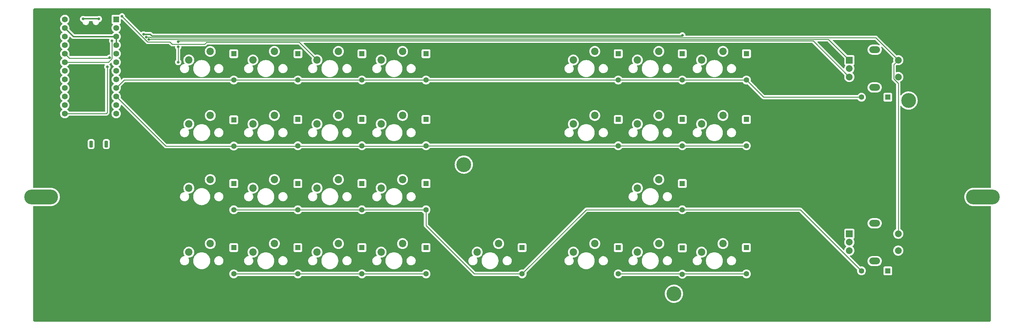
<source format=gbl>
G04 #@! TF.GenerationSoftware,KiCad,Pcbnew,(6.0.7-1)-1*
G04 #@! TF.CreationDate,2022-10-11T23:10:24+02:00*
G04 #@! TF.ProjectId,yts-pcb,7974732d-7063-4622-9e6b-696361645f70,rev?*
G04 #@! TF.SameCoordinates,Original*
G04 #@! TF.FileFunction,Copper,L2,Bot*
G04 #@! TF.FilePolarity,Positive*
%FSLAX46Y46*%
G04 Gerber Fmt 4.6, Leading zero omitted, Abs format (unit mm)*
G04 Created by KiCad (PCBNEW (6.0.7-1)-1) date 2022-10-11 23:10:24*
%MOMM*%
%LPD*%
G01*
G04 APERTURE LIST*
G04 Aperture macros list*
%AMRoundRect*
0 Rectangle with rounded corners*
0 $1 Rounding radius*
0 $2 $3 $4 $5 $6 $7 $8 $9 X,Y pos of 4 corners*
0 Add a 4 corners polygon primitive as box body*
4,1,4,$2,$3,$4,$5,$6,$7,$8,$9,$2,$3,0*
0 Add four circle primitives for the rounded corners*
1,1,$1+$1,$2,$3*
1,1,$1+$1,$4,$5*
1,1,$1+$1,$6,$7*
1,1,$1+$1,$8,$9*
0 Add four rect primitives between the rounded corners*
20,1,$1+$1,$2,$3,$4,$5,0*
20,1,$1+$1,$4,$5,$6,$7,0*
20,1,$1+$1,$6,$7,$8,$9,0*
20,1,$1+$1,$8,$9,$2,$3,0*%
G04 Aperture macros list end*
G04 #@! TA.AperFunction,ComponentPad*
%ADD10C,2.200000*%
G04 #@! TD*
G04 #@! TA.AperFunction,WasherPad*
%ADD11O,3.200000X2.000000*%
G04 #@! TD*
G04 #@! TA.AperFunction,ComponentPad*
%ADD12R,2.000000X2.000000*%
G04 #@! TD*
G04 #@! TA.AperFunction,ComponentPad*
%ADD13C,2.000000*%
G04 #@! TD*
G04 #@! TA.AperFunction,ComponentPad*
%ADD14C,4.400000*%
G04 #@! TD*
G04 #@! TA.AperFunction,ComponentPad*
%ADD15O,10.000000X4.400000*%
G04 #@! TD*
G04 #@! TA.AperFunction,ComponentPad*
%ADD16R,1.600000X1.600000*%
G04 #@! TD*
G04 #@! TA.AperFunction,ComponentPad*
%ADD17C,1.600000*%
G04 #@! TD*
G04 #@! TA.AperFunction,SMDPad,CuDef*
%ADD18RoundRect,0.250000X0.250000X0.750000X-0.250000X0.750000X-0.250000X-0.750000X0.250000X-0.750000X0*%
G04 #@! TD*
G04 #@! TA.AperFunction,ComponentPad*
%ADD19R,1.752600X1.752600*%
G04 #@! TD*
G04 #@! TA.AperFunction,ComponentPad*
%ADD20C,1.752600*%
G04 #@! TD*
G04 #@! TA.AperFunction,ViaPad*
%ADD21C,0.800000*%
G04 #@! TD*
G04 #@! TA.AperFunction,Conductor*
%ADD22C,0.250000*%
G04 #@! TD*
G04 #@! TA.AperFunction,Conductor*
%ADD23C,0.400000*%
G04 #@! TD*
G04 APERTURE END LIST*
D10*
X153017958Y-120620000D03*
X146667958Y-123160000D03*
X115017958Y-120620000D03*
X108667958Y-123160000D03*
D11*
X312000000Y-152600000D03*
X312000000Y-163800000D03*
D12*
X304500000Y-155700000D03*
D13*
X304500000Y-160700000D03*
X304500000Y-158200000D03*
X319000000Y-160700000D03*
X319000000Y-155700000D03*
D10*
X134017958Y-101620000D03*
X127667958Y-104160000D03*
X172017958Y-101620000D03*
X165667958Y-104160000D03*
D14*
X252500000Y-173500000D03*
X322047959Y-116202042D03*
D10*
X172017958Y-158620000D03*
X165667958Y-161160000D03*
X153017958Y-158620000D03*
X146667958Y-161160000D03*
X153017958Y-139620000D03*
X146667958Y-142160000D03*
X153017958Y-101620000D03*
X146667958Y-104160000D03*
X115017958Y-158620000D03*
X108667958Y-161160000D03*
X172017958Y-120620000D03*
X165667958Y-123160000D03*
X172017958Y-139620000D03*
X165667958Y-142160000D03*
X134017958Y-139620000D03*
X127667958Y-142160000D03*
X267017958Y-158620000D03*
X260667958Y-161160000D03*
X229017958Y-101620000D03*
X222667958Y-104160000D03*
X115017958Y-139620000D03*
X108667958Y-142160000D03*
D15*
X344100000Y-144802042D03*
X64900000Y-144800000D03*
D10*
X267017958Y-120620000D03*
X260667958Y-123160000D03*
X248017958Y-158620000D03*
X241667958Y-161160000D03*
X248017958Y-139620000D03*
X241667958Y-142160000D03*
X248017958Y-101620000D03*
X241667958Y-104160000D03*
D11*
X312000000Y-112300000D03*
X312000000Y-101100000D03*
D12*
X304500000Y-104200000D03*
D13*
X304500000Y-109200000D03*
X304500000Y-106700000D03*
X319000000Y-109200000D03*
X319000000Y-104200000D03*
D10*
X267017958Y-101620000D03*
X260667958Y-104160000D03*
X200517958Y-158620000D03*
X194167958Y-161160000D03*
X134017958Y-158620000D03*
X127667958Y-161160000D03*
X134017958Y-120620000D03*
X127667958Y-123160000D03*
X229017958Y-120620000D03*
X222667958Y-123160000D03*
X115017958Y-101620000D03*
X108667958Y-104160000D03*
D14*
X190200000Y-135200000D03*
D10*
X248017958Y-120620000D03*
X241667958Y-123160000D03*
X229017958Y-158620000D03*
X222667958Y-161160000D03*
D16*
X315900000Y-115200000D03*
D17*
X308100000Y-115200000D03*
D16*
X235977958Y-159800000D03*
D17*
X235977958Y-167600000D03*
D16*
X140977958Y-159800000D03*
D17*
X140977958Y-167600000D03*
D16*
X178977958Y-140800000D03*
D17*
X178977958Y-148600000D03*
D16*
X121977958Y-102300000D03*
D17*
X121977958Y-110100000D03*
D16*
X159977958Y-140800000D03*
D17*
X159977958Y-148600000D03*
D16*
X273977958Y-121800000D03*
D17*
X273977958Y-129600000D03*
D16*
X121977958Y-140800000D03*
D17*
X121977958Y-148600000D03*
D16*
X235977958Y-102300000D03*
D17*
X235977958Y-110100000D03*
D16*
X178977958Y-102300000D03*
D17*
X178977958Y-110100000D03*
D18*
X79700000Y-129100000D03*
D16*
X315900000Y-166700000D03*
D17*
X308100000Y-166700000D03*
D16*
X254977958Y-140800000D03*
D17*
X254977958Y-148600000D03*
D16*
X140977958Y-121800000D03*
D17*
X140977958Y-129600000D03*
D16*
X159977958Y-159800000D03*
D17*
X159977958Y-167600000D03*
D16*
X121977958Y-159800000D03*
D17*
X121977958Y-167600000D03*
D16*
X273977958Y-159800000D03*
D17*
X273977958Y-167600000D03*
D16*
X178977958Y-159800000D03*
D17*
X178977958Y-167600000D03*
D16*
X140977958Y-140800000D03*
D17*
X140977958Y-148600000D03*
D19*
X87120000Y-92130000D03*
D20*
X87120000Y-94670000D03*
X87120000Y-97210000D03*
X87120000Y-99750000D03*
X87120000Y-102290000D03*
X87120000Y-104830000D03*
X87120000Y-107370000D03*
X87120000Y-109910000D03*
X87120000Y-112450000D03*
X87120000Y-114990000D03*
X87120000Y-117530000D03*
X87120000Y-120070000D03*
X71880000Y-120070000D03*
X71880000Y-117530000D03*
X71880000Y-114990000D03*
X71880000Y-112450000D03*
X71880000Y-109910000D03*
X71880000Y-107370000D03*
X71880000Y-104830000D03*
X71880000Y-102290000D03*
X71880000Y-99750000D03*
X71880000Y-97210000D03*
X71880000Y-94670000D03*
X71880000Y-92130000D03*
D16*
X254977958Y-102300000D03*
D17*
X254977958Y-110100000D03*
D16*
X235977958Y-121800000D03*
D17*
X235977958Y-129600000D03*
D18*
X84200000Y-129100000D03*
D16*
X121977958Y-121900000D03*
D17*
X121977958Y-129700000D03*
D16*
X159977958Y-102300000D03*
D17*
X159977958Y-110100000D03*
D16*
X274000000Y-102300000D03*
D17*
X274000000Y-110100000D03*
D16*
X207477958Y-159800000D03*
D17*
X207477958Y-167600000D03*
D16*
X178977958Y-121800000D03*
D17*
X178977958Y-129600000D03*
D16*
X159977958Y-121800000D03*
D17*
X159977958Y-129600000D03*
D16*
X254977958Y-159900000D03*
D17*
X254977958Y-167700000D03*
D16*
X254977958Y-121800000D03*
D17*
X254977958Y-129600000D03*
D16*
X141000000Y-102300000D03*
D17*
X141000000Y-110100000D03*
D21*
X79700000Y-129100000D03*
X255000000Y-96850500D03*
X84200000Y-129100000D03*
X95238217Y-96561783D03*
X82000001Y-91999999D03*
X77300000Y-92000000D03*
X85174774Y-103461524D03*
X85900000Y-98500000D03*
X88840734Y-91188899D03*
X96051433Y-97375000D03*
X84500000Y-106200000D03*
X96758188Y-98081755D03*
X105500000Y-100300000D03*
X105500000Y-98749500D03*
X105500000Y-104800000D03*
D22*
X254977958Y-110100000D02*
X235977958Y-110100000D01*
X308100000Y-115200000D02*
X279100000Y-115200000D01*
X235977958Y-110100000D02*
X178977958Y-110100000D01*
X279100000Y-115200000D02*
X274000000Y-110100000D01*
X121977958Y-110100000D02*
X89470000Y-110100000D01*
X141000000Y-110100000D02*
X121977958Y-110100000D01*
X274000000Y-110100000D02*
X254977958Y-110100000D01*
X178977958Y-110100000D02*
X159977958Y-110100000D01*
X159977958Y-110100000D02*
X141000000Y-110100000D01*
X89470000Y-110100000D02*
X87120000Y-112450000D01*
X101830000Y-129700000D02*
X87120000Y-114990000D01*
X121977958Y-129700000D02*
X101830000Y-129700000D01*
X235977958Y-129600000D02*
X178977958Y-129600000D01*
X273977958Y-129600000D02*
X235977958Y-129600000D01*
X121977958Y-129700000D02*
X178877958Y-129700000D01*
X178877958Y-129700000D02*
X178977958Y-129600000D01*
X207477958Y-167600000D02*
X193333133Y-167600000D01*
X193333133Y-167600000D02*
X178977958Y-153244825D01*
X121977958Y-148600000D02*
X178977958Y-148600000D01*
X290000000Y-148600000D02*
X254977958Y-148600000D01*
X226477958Y-148600000D02*
X207477958Y-167600000D01*
X178977958Y-153244825D02*
X178977958Y-148600000D01*
X308100000Y-166700000D02*
X290000000Y-148600000D01*
X254977958Y-148600000D02*
X226477958Y-148600000D01*
X235977958Y-167600000D02*
X273977958Y-167600000D01*
X121977958Y-167600000D02*
X178977958Y-167600000D01*
D23*
X95238217Y-96561783D02*
X95251434Y-96575000D01*
X255000000Y-96850500D02*
X254800500Y-97050000D01*
X95251934Y-96575500D02*
X95238217Y-96561783D01*
X87120000Y-97210000D02*
X87120000Y-99750000D01*
X97224000Y-96575000D02*
X97699000Y-97050000D01*
X74420000Y-97210000D02*
X87120000Y-97210000D01*
X95251434Y-96575000D02*
X97224000Y-96575000D01*
X71880000Y-94670000D02*
X74420000Y-97210000D01*
X254800500Y-97050000D02*
X97699000Y-97050000D01*
X77300000Y-92000000D02*
X77400000Y-91900000D01*
X81900002Y-91900000D02*
X82000001Y-91999999D01*
X77400000Y-91900000D02*
X81900002Y-91900000D01*
D22*
X71880000Y-102290000D02*
X73218700Y-103628700D01*
X73218700Y-103628700D02*
X84828700Y-103628700D01*
X84828700Y-103628700D02*
X85395800Y-103628700D01*
X85395800Y-103628700D02*
X85228624Y-103461524D01*
X85228624Y-103461524D02*
X85174774Y-103461524D01*
X84830896Y-104830000D02*
X85900000Y-103760896D01*
X85900000Y-103760896D02*
X85900000Y-98500000D01*
X71880000Y-104830000D02*
X84830896Y-104830000D01*
X141432958Y-98925000D02*
X146667958Y-104160000D01*
X88840734Y-91188899D02*
X96458590Y-98806755D01*
X113350500Y-99474500D02*
X113900000Y-98925000D01*
X113900000Y-98925000D02*
X141432958Y-98925000D01*
X96458590Y-98806755D02*
X103031755Y-98806755D01*
X103699500Y-99474500D02*
X113350500Y-99474500D01*
X103031755Y-98806755D02*
X103699500Y-99474500D01*
X97400000Y-97575000D02*
X312375000Y-97575000D01*
X319000000Y-155700000D02*
X319000000Y-111073833D01*
X312375000Y-97575000D02*
X319000000Y-104200000D01*
X71880000Y-120070000D02*
X84170000Y-120070000D01*
X317675000Y-105525000D02*
X319000000Y-104200000D01*
X97181755Y-97356755D02*
X96069678Y-97356755D01*
X84170000Y-120070000D02*
X84500000Y-119740000D01*
X319000000Y-111073833D02*
X317675000Y-109748833D01*
X97181755Y-97356755D02*
X97400000Y-97575000D01*
X317675000Y-109748833D02*
X317675000Y-105525000D01*
X84500000Y-119740000D02*
X84500000Y-106200000D01*
X96758188Y-98081755D02*
X96815443Y-98024500D01*
X96815443Y-98024500D02*
X298324500Y-98024500D01*
X298324500Y-98024500D02*
X304500000Y-104200000D01*
X105500000Y-98475000D02*
X293775000Y-98475000D01*
X293775000Y-98475000D02*
X304500000Y-109200000D01*
X105500000Y-104800000D02*
X105500000Y-100300000D01*
G04 #@! TA.AperFunction,NonConductor*
G36*
X73473918Y-97265889D02*
G01*
X73898565Y-97690536D01*
X73904418Y-97696801D01*
X73930037Y-97726168D01*
X73942439Y-97740385D01*
X73994729Y-97777136D01*
X73999971Y-97781028D01*
X74050282Y-97820476D01*
X74057201Y-97823600D01*
X74059493Y-97824988D01*
X74074165Y-97833357D01*
X74076525Y-97834622D01*
X74082739Y-97838990D01*
X74089818Y-97841750D01*
X74089820Y-97841751D01*
X74142275Y-97862202D01*
X74148344Y-97864753D01*
X74206573Y-97891045D01*
X74214046Y-97892430D01*
X74216612Y-97893234D01*
X74232835Y-97897855D01*
X74235427Y-97898520D01*
X74242509Y-97901282D01*
X74250044Y-97902274D01*
X74305861Y-97909622D01*
X74312377Y-97910654D01*
X74350770Y-97917770D01*
X74375186Y-97922295D01*
X74382766Y-97921858D01*
X74382767Y-97921858D01*
X74437380Y-97918709D01*
X74444633Y-97918500D01*
X84968446Y-97918500D01*
X85036567Y-97938502D01*
X85083060Y-97992158D01*
X85093164Y-98062432D01*
X85077565Y-98107500D01*
X85065473Y-98128444D01*
X85006458Y-98310072D01*
X85005768Y-98316633D01*
X85005768Y-98316635D01*
X84994526Y-98423595D01*
X84986496Y-98500000D01*
X84987186Y-98506565D01*
X85005205Y-98678002D01*
X85006458Y-98689928D01*
X85065473Y-98871556D01*
X85160960Y-99036944D01*
X85234137Y-99118215D01*
X85264853Y-99182221D01*
X85266500Y-99202524D01*
X85266500Y-102427024D01*
X85246498Y-102495145D01*
X85192842Y-102541638D01*
X85140500Y-102553024D01*
X85079287Y-102553024D01*
X85072835Y-102554396D01*
X85072830Y-102554396D01*
X84989377Y-102572135D01*
X84892486Y-102592730D01*
X84886456Y-102595415D01*
X84886455Y-102595415D01*
X84724052Y-102667721D01*
X84724050Y-102667722D01*
X84718022Y-102670406D01*
X84712681Y-102674286D01*
X84712680Y-102674287D01*
X84694875Y-102687223D01*
X84563521Y-102782658D01*
X84559100Y-102787568D01*
X84559099Y-102787569D01*
X84519671Y-102831358D01*
X84435734Y-102924580D01*
X84432432Y-102930300D01*
X84432430Y-102930302D01*
X84431334Y-102932200D01*
X84430412Y-102933079D01*
X84428549Y-102935643D01*
X84428080Y-102935302D01*
X84379951Y-102981193D01*
X84322215Y-102995200D01*
X73533295Y-102995200D01*
X73465174Y-102975198D01*
X73444199Y-102958295D01*
X73252301Y-102766396D01*
X73218276Y-102704084D01*
X73220838Y-102640673D01*
X73236662Y-102588590D01*
X73236662Y-102588589D01*
X73238164Y-102583646D01*
X73238839Y-102578520D01*
X73267450Y-102361201D01*
X73267451Y-102361194D01*
X73267887Y-102357879D01*
X73268947Y-102314528D01*
X73269464Y-102293365D01*
X73269464Y-102293360D01*
X73269546Y-102290000D01*
X73258143Y-102151302D01*
X73251311Y-102068202D01*
X73251310Y-102068196D01*
X73250887Y-102063051D01*
X73201761Y-101867469D01*
X73196672Y-101847208D01*
X73196671Y-101847204D01*
X73195413Y-101842197D01*
X73193354Y-101837461D01*
X73106672Y-101638106D01*
X73106670Y-101638103D01*
X73104612Y-101633369D01*
X72989403Y-101455283D01*
X72983731Y-101446515D01*
X72983729Y-101446512D01*
X72980923Y-101442175D01*
X72827668Y-101273750D01*
X72648963Y-101132618D01*
X72642335Y-101128959D01*
X72641651Y-101128269D01*
X72640131Y-101127259D01*
X72640339Y-101126945D01*
X72592363Y-101078533D01*
X72577585Y-101009091D01*
X72602696Y-100942684D01*
X72630054Y-100916069D01*
X72772689Y-100814329D01*
X72772691Y-100814327D01*
X72776893Y-100811330D01*
X72938193Y-100650592D01*
X73071073Y-100465669D01*
X73080756Y-100446078D01*
X73169673Y-100266168D01*
X73169674Y-100266166D01*
X73171967Y-100261526D01*
X73230107Y-100070166D01*
X73236662Y-100048590D01*
X73236662Y-100048589D01*
X73238164Y-100043646D01*
X73240487Y-100026003D01*
X73267450Y-99821201D01*
X73267451Y-99821194D01*
X73267887Y-99817879D01*
X73268320Y-99800173D01*
X73269464Y-99753365D01*
X73269464Y-99753360D01*
X73269546Y-99750000D01*
X73257712Y-99606060D01*
X73251311Y-99528202D01*
X73251310Y-99528196D01*
X73250887Y-99523051D01*
X73214741Y-99379145D01*
X73196672Y-99307208D01*
X73196671Y-99307204D01*
X73195413Y-99302197D01*
X73187018Y-99282889D01*
X73106672Y-99098106D01*
X73106670Y-99098103D01*
X73104612Y-99093369D01*
X72980923Y-98902175D01*
X72827668Y-98733750D01*
X72648963Y-98592618D01*
X72642335Y-98588959D01*
X72641651Y-98588269D01*
X72640131Y-98587259D01*
X72640339Y-98586945D01*
X72592363Y-98538533D01*
X72577585Y-98469091D01*
X72602696Y-98402684D01*
X72630054Y-98376069D01*
X72772689Y-98274329D01*
X72772691Y-98274327D01*
X72776893Y-98271330D01*
X72938193Y-98110592D01*
X73071073Y-97925669D01*
X73087104Y-97893234D01*
X73169673Y-97726168D01*
X73169674Y-97726166D01*
X73171967Y-97721526D01*
X73238164Y-97503646D01*
X73259901Y-97338538D01*
X73288623Y-97273610D01*
X73347889Y-97234519D01*
X73418880Y-97233674D01*
X73473918Y-97265889D01*
G37*
G04 #@! TD.AperFunction*
G04 #@! TA.AperFunction,NonConductor*
G36*
X298078027Y-98678002D02*
G01*
X298099001Y-98694905D01*
X302954595Y-103550500D01*
X302988621Y-103612812D01*
X302991500Y-103639595D01*
X302991500Y-105248134D01*
X302998255Y-105310316D01*
X303049385Y-105446705D01*
X303136739Y-105563261D01*
X303244102Y-105643725D01*
X303286616Y-105700583D01*
X303291642Y-105771401D01*
X303274424Y-105809726D01*
X303275824Y-105810584D01*
X303181229Y-105964949D01*
X303151760Y-106013037D01*
X303149867Y-106017607D01*
X303149865Y-106017611D01*
X303071441Y-106206945D01*
X303060895Y-106232406D01*
X303005465Y-106463289D01*
X303005077Y-106468223D01*
X303001645Y-106511824D01*
X302976359Y-106578166D01*
X302919221Y-106620305D01*
X302848371Y-106624864D01*
X302786938Y-106591033D01*
X295069000Y-98873095D01*
X295034974Y-98810783D01*
X295040039Y-98739968D01*
X295082586Y-98683132D01*
X295149106Y-98658321D01*
X295158095Y-98658000D01*
X298009906Y-98658000D01*
X298078027Y-98678002D01*
G37*
G04 #@! TD.AperFunction*
G04 #@! TA.AperFunction,NonConductor*
G36*
X83727632Y-105483502D02*
G01*
X83774125Y-105537158D01*
X83784229Y-105607432D01*
X83762218Y-105661659D01*
X83760960Y-105663056D01*
X83757659Y-105668774D01*
X83757657Y-105668777D01*
X83689168Y-105787404D01*
X83665473Y-105828444D01*
X83606458Y-106010072D01*
X83605768Y-106016633D01*
X83605768Y-106016635D01*
X83588357Y-106182296D01*
X83586496Y-106200000D01*
X83587186Y-106206565D01*
X83602656Y-106353750D01*
X83606458Y-106389928D01*
X83665473Y-106571556D01*
X83760960Y-106736944D01*
X83834137Y-106818215D01*
X83864853Y-106882221D01*
X83866500Y-106902524D01*
X83866500Y-119310500D01*
X83846498Y-119378621D01*
X83792842Y-119425114D01*
X83740500Y-119436500D01*
X73188131Y-119436500D01*
X73120010Y-119416498D01*
X73082339Y-119378940D01*
X72983731Y-119226515D01*
X72983729Y-119226512D01*
X72980923Y-119222175D01*
X72827668Y-119053750D01*
X72648963Y-118912618D01*
X72642335Y-118908959D01*
X72641651Y-118908269D01*
X72640131Y-118907259D01*
X72640339Y-118906945D01*
X72592363Y-118858533D01*
X72577585Y-118789091D01*
X72602696Y-118722684D01*
X72630054Y-118696069D01*
X72772689Y-118594329D01*
X72772691Y-118594327D01*
X72776893Y-118591330D01*
X72938193Y-118430592D01*
X73071073Y-118245669D01*
X73089199Y-118208995D01*
X73169673Y-118046168D01*
X73169674Y-118046166D01*
X73171967Y-118041526D01*
X73238164Y-117823646D01*
X73238839Y-117818520D01*
X73267450Y-117601201D01*
X73267451Y-117601194D01*
X73267887Y-117597879D01*
X73269546Y-117530000D01*
X73262101Y-117439441D01*
X73251311Y-117308202D01*
X73251310Y-117308196D01*
X73250887Y-117303051D01*
X73195413Y-117082197D01*
X73193354Y-117077461D01*
X73106672Y-116878106D01*
X73106670Y-116878103D01*
X73104612Y-116873369D01*
X72980923Y-116682175D01*
X72827668Y-116513750D01*
X72648963Y-116372618D01*
X72642335Y-116368959D01*
X72641651Y-116368269D01*
X72640131Y-116367259D01*
X72640339Y-116366945D01*
X72592363Y-116318533D01*
X72577585Y-116249091D01*
X72602696Y-116182684D01*
X72630054Y-116156069D01*
X72772689Y-116054329D01*
X72772691Y-116054327D01*
X72776893Y-116051330D01*
X72938193Y-115890592D01*
X72948638Y-115876057D01*
X73068055Y-115709869D01*
X73071073Y-115705669D01*
X73096499Y-115654225D01*
X73169673Y-115506168D01*
X73169674Y-115506166D01*
X73171967Y-115501526D01*
X73238164Y-115283646D01*
X73243983Y-115239448D01*
X73267450Y-115061201D01*
X73267451Y-115061194D01*
X73267887Y-115057879D01*
X73269546Y-114990000D01*
X73262179Y-114900393D01*
X73251311Y-114768202D01*
X73251310Y-114768196D01*
X73250887Y-114763051D01*
X73221195Y-114644842D01*
X73196672Y-114547208D01*
X73196671Y-114547204D01*
X73195413Y-114542197D01*
X73193354Y-114537461D01*
X73106672Y-114338106D01*
X73106670Y-114338103D01*
X73104612Y-114333369D01*
X72980923Y-114142175D01*
X72827668Y-113973750D01*
X72648963Y-113832618D01*
X72642335Y-113828959D01*
X72641651Y-113828269D01*
X72640131Y-113827259D01*
X72640339Y-113826945D01*
X72592363Y-113778533D01*
X72577585Y-113709091D01*
X72602696Y-113642684D01*
X72630054Y-113616069D01*
X72772689Y-113514329D01*
X72772691Y-113514327D01*
X72776893Y-113511330D01*
X72938193Y-113350592D01*
X73071073Y-113165669D01*
X73171967Y-112961526D01*
X73238164Y-112743646D01*
X73240316Y-112727298D01*
X73267450Y-112521201D01*
X73267451Y-112521194D01*
X73267887Y-112517879D01*
X73269546Y-112450000D01*
X73252458Y-112242159D01*
X73251311Y-112228202D01*
X73251310Y-112228196D01*
X73250887Y-112223051D01*
X73195413Y-112002197D01*
X73193354Y-111997461D01*
X73106672Y-111798106D01*
X73106670Y-111798103D01*
X73104612Y-111793369D01*
X72980923Y-111602175D01*
X72827668Y-111433750D01*
X72648963Y-111292618D01*
X72642335Y-111288959D01*
X72641651Y-111288269D01*
X72640131Y-111287259D01*
X72640339Y-111286945D01*
X72592363Y-111238533D01*
X72577585Y-111169091D01*
X72602696Y-111102684D01*
X72630054Y-111076069D01*
X72772689Y-110974329D01*
X72772691Y-110974327D01*
X72776893Y-110971330D01*
X72938193Y-110810592D01*
X72943789Y-110802805D01*
X73068055Y-110629869D01*
X73071073Y-110625669D01*
X73074178Y-110619388D01*
X73169673Y-110426168D01*
X73169674Y-110426166D01*
X73171967Y-110421526D01*
X73233830Y-110217910D01*
X73236662Y-110208590D01*
X73236662Y-110208589D01*
X73238164Y-110203646D01*
X73240495Y-110185940D01*
X73267450Y-109981201D01*
X73267451Y-109981194D01*
X73267887Y-109977879D01*
X73269546Y-109910000D01*
X73260875Y-109804532D01*
X73251311Y-109688202D01*
X73251310Y-109688196D01*
X73250887Y-109683051D01*
X73211010Y-109524293D01*
X73196672Y-109467208D01*
X73196671Y-109467204D01*
X73195413Y-109462197D01*
X73193354Y-109457461D01*
X73106672Y-109258106D01*
X73106670Y-109258103D01*
X73104612Y-109253369D01*
X73003905Y-109097699D01*
X72983731Y-109066515D01*
X72983729Y-109066512D01*
X72980923Y-109062175D01*
X72827668Y-108893750D01*
X72648963Y-108752618D01*
X72642335Y-108748959D01*
X72641651Y-108748269D01*
X72640131Y-108747259D01*
X72640339Y-108746945D01*
X72592363Y-108698533D01*
X72577585Y-108629091D01*
X72602696Y-108562684D01*
X72630054Y-108536069D01*
X72772689Y-108434329D01*
X72772691Y-108434327D01*
X72776893Y-108431330D01*
X72938193Y-108270592D01*
X73071073Y-108085669D01*
X73084536Y-108058430D01*
X73169673Y-107886168D01*
X73169674Y-107886166D01*
X73171967Y-107881526D01*
X73231119Y-107686835D01*
X73236662Y-107668590D01*
X73236662Y-107668589D01*
X73238164Y-107663646D01*
X73245608Y-107607103D01*
X73267450Y-107441201D01*
X73267451Y-107441194D01*
X73267887Y-107437879D01*
X73269028Y-107391183D01*
X73269464Y-107373365D01*
X73269464Y-107373360D01*
X73269546Y-107370000D01*
X73256215Y-107207852D01*
X73251311Y-107148202D01*
X73251310Y-107148196D01*
X73250887Y-107143051D01*
X73199059Y-106936711D01*
X73196672Y-106927208D01*
X73196671Y-106927204D01*
X73195413Y-106922197D01*
X73186859Y-106902524D01*
X73106672Y-106718106D01*
X73106670Y-106718103D01*
X73104612Y-106713369D01*
X73008803Y-106565271D01*
X72983731Y-106526515D01*
X72983729Y-106526512D01*
X72980923Y-106522175D01*
X72827668Y-106353750D01*
X72648963Y-106212618D01*
X72642335Y-106208959D01*
X72641651Y-106208269D01*
X72640131Y-106207259D01*
X72640339Y-106206945D01*
X72592363Y-106158533D01*
X72577585Y-106089091D01*
X72602696Y-106022684D01*
X72630054Y-105996069D01*
X72772689Y-105894329D01*
X72772691Y-105894327D01*
X72776893Y-105891330D01*
X72938193Y-105730592D01*
X72964103Y-105694535D01*
X73038415Y-105591118D01*
X73071073Y-105545669D01*
X73073361Y-105541040D01*
X73073365Y-105541033D01*
X73077001Y-105533675D01*
X73125114Y-105481467D01*
X73189959Y-105463500D01*
X83659511Y-105463500D01*
X83727632Y-105483502D01*
G37*
G04 #@! TD.AperFunction*
G04 #@! TA.AperFunction,NonConductor*
G36*
X345970018Y-88810000D02*
G01*
X345984852Y-88812310D01*
X345984855Y-88812310D01*
X345993724Y-88813691D01*
X346002626Y-88812527D01*
X346002750Y-88812511D01*
X346033192Y-88812240D01*
X346046070Y-88813691D01*
X346095264Y-88819234D01*
X346122771Y-88825513D01*
X346199853Y-88852485D01*
X346225274Y-88864727D01*
X346294426Y-88908178D01*
X346316485Y-88925770D01*
X346374230Y-88983515D01*
X346391822Y-89005574D01*
X346435273Y-89074726D01*
X346447515Y-89100147D01*
X346474487Y-89177228D01*
X346480766Y-89204736D01*
X346487018Y-89260226D01*
X346486923Y-89275871D01*
X346487800Y-89275882D01*
X346487690Y-89284851D01*
X346486309Y-89293724D01*
X346487473Y-89302627D01*
X346487473Y-89302631D01*
X346490435Y-89325285D01*
X346491499Y-89341622D01*
X346490335Y-141853891D01*
X346490332Y-141967545D01*
X346470328Y-142035665D01*
X346416672Y-142082157D01*
X346364332Y-142093542D01*
X341217878Y-142093542D01*
X341216011Y-142093655D01*
X341215996Y-142093655D01*
X340977793Y-142108016D01*
X340977789Y-142108016D01*
X340974015Y-142108244D01*
X340970297Y-142108923D01*
X340970289Y-142108924D01*
X340656473Y-142166237D01*
X340656469Y-142166238D01*
X340652751Y-142166917D01*
X340649144Y-142168037D01*
X340649140Y-142168038D01*
X340630458Y-142173839D01*
X340340863Y-142263760D01*
X340042869Y-142397372D01*
X339763084Y-142565816D01*
X339760100Y-142568143D01*
X339760093Y-142568148D01*
X339508558Y-142764316D01*
X339505563Y-142766652D01*
X339274034Y-142996972D01*
X339071852Y-143253439D01*
X338901945Y-143532337D01*
X338766775Y-143829628D01*
X338668300Y-144141005D01*
X338607945Y-144461956D01*
X338586586Y-144787834D01*
X338604532Y-145113918D01*
X338605193Y-145117645D01*
X338605193Y-145117649D01*
X338633027Y-145274701D01*
X338661522Y-145435485D01*
X338662624Y-145439101D01*
X338662626Y-145439109D01*
X338736298Y-145680832D01*
X338756731Y-145747875D01*
X338888781Y-146046565D01*
X338902548Y-146069705D01*
X339053817Y-146323968D01*
X339053821Y-146323974D01*
X339055757Y-146327228D01*
X339058073Y-146330230D01*
X339213918Y-146532233D01*
X339255243Y-146585798D01*
X339484347Y-146818529D01*
X339487314Y-146820893D01*
X339487317Y-146820896D01*
X339591920Y-146904250D01*
X339739751Y-147022051D01*
X340017757Y-147193416D01*
X340050204Y-147208374D01*
X340309907Y-147328098D01*
X340314336Y-147330140D01*
X340625192Y-147430245D01*
X340628903Y-147430963D01*
X340628907Y-147430964D01*
X340942105Y-147491560D01*
X340942114Y-147491561D01*
X340945824Y-147492279D01*
X340949600Y-147492546D01*
X340949605Y-147492547D01*
X341047106Y-147499450D01*
X341203763Y-147510542D01*
X346364206Y-147510542D01*
X346432327Y-147530544D01*
X346478820Y-147584200D01*
X346490206Y-147636545D01*
X346489460Y-181252657D01*
X346487959Y-181272045D01*
X346485650Y-181286870D01*
X346484268Y-181295744D01*
X346485432Y-181304648D01*
X346485322Y-181313623D01*
X346485117Y-181313620D01*
X346485107Y-181335070D01*
X346474943Y-181412250D01*
X346466429Y-181444020D01*
X346430226Y-181531415D01*
X346413779Y-181559901D01*
X346356190Y-181634948D01*
X346332932Y-181658205D01*
X346257883Y-181715790D01*
X346229398Y-181732235D01*
X346142004Y-181768434D01*
X346110233Y-181776947D01*
X346036438Y-181786662D01*
X346018456Y-181787731D01*
X346015149Y-181787691D01*
X346006276Y-181786309D01*
X345974714Y-181790436D01*
X345958379Y-181791500D01*
X63049367Y-181791500D01*
X63029982Y-181790000D01*
X63015148Y-181787690D01*
X63015145Y-181787690D01*
X63006276Y-181786309D01*
X62997374Y-181787473D01*
X62997250Y-181787489D01*
X62966808Y-181787760D01*
X62946130Y-181785430D01*
X62904736Y-181780766D01*
X62877229Y-181774487D01*
X62800147Y-181747515D01*
X62774726Y-181735273D01*
X62705574Y-181691822D01*
X62683515Y-181674230D01*
X62625770Y-181616485D01*
X62608178Y-181594426D01*
X62564727Y-181525274D01*
X62552485Y-181499853D01*
X62525513Y-181422772D01*
X62519234Y-181395266D01*
X62513170Y-181341451D01*
X62512888Y-181316640D01*
X62513576Y-181312552D01*
X62513729Y-181300000D01*
X62509773Y-181272376D01*
X62508500Y-181254514D01*
X62508500Y-173471585D01*
X249786698Y-173471585D01*
X249802936Y-173797759D01*
X249803577Y-173801490D01*
X249803578Y-173801498D01*
X249818109Y-173886060D01*
X249858241Y-174119619D01*
X249951814Y-174432504D01*
X250082297Y-174731881D01*
X250084220Y-174735152D01*
X250084222Y-174735156D01*
X250126584Y-174807215D01*
X250247802Y-175013414D01*
X250250103Y-175016429D01*
X250443631Y-175270012D01*
X250443636Y-175270017D01*
X250445931Y-175273025D01*
X250673814Y-175506953D01*
X250746635Y-175565607D01*
X250925196Y-175709431D01*
X250925201Y-175709435D01*
X250928149Y-175711809D01*
X251205253Y-175884627D01*
X251501112Y-176022903D01*
X251811440Y-176124634D01*
X252131742Y-176188346D01*
X252135514Y-176188633D01*
X252135522Y-176188634D01*
X252453602Y-176212829D01*
X252453607Y-176212829D01*
X252457379Y-176213116D01*
X252783633Y-176198586D01*
X252843425Y-176188634D01*
X253102037Y-176145590D01*
X253102042Y-176145589D01*
X253105778Y-176144967D01*
X253419149Y-176053034D01*
X253422616Y-176051544D01*
X253422620Y-176051543D01*
X253715721Y-175925616D01*
X253715723Y-175925615D01*
X253719205Y-175924119D01*
X254001601Y-175760091D01*
X254262245Y-175563324D01*
X254497363Y-175336670D01*
X254703549Y-175083410D01*
X254877815Y-174807215D01*
X255017638Y-174512084D01*
X255044188Y-174432504D01*
X255119790Y-174205897D01*
X255119792Y-174205891D01*
X255120992Y-174202293D01*
X255186381Y-173882329D01*
X255192956Y-173801498D01*
X255212674Y-173559061D01*
X255212856Y-173556826D01*
X255213451Y-173500000D01*
X255211510Y-173467796D01*
X255194026Y-173177793D01*
X255194026Y-173177789D01*
X255193798Y-173174015D01*
X255188650Y-173145824D01*
X255135805Y-172856473D01*
X255135804Y-172856469D01*
X255135125Y-172852751D01*
X255127722Y-172828907D01*
X255039404Y-172544477D01*
X255038282Y-172540863D01*
X254904670Y-172242869D01*
X254736226Y-171963084D01*
X254733899Y-171960100D01*
X254733894Y-171960093D01*
X254537726Y-171708558D01*
X254537724Y-171708556D01*
X254535390Y-171705563D01*
X254305070Y-171474034D01*
X254048603Y-171271852D01*
X253769705Y-171101945D01*
X253766261Y-171100379D01*
X253766257Y-171100377D01*
X253655667Y-171050095D01*
X253472414Y-170966775D01*
X253161037Y-170868300D01*
X252943492Y-170827390D01*
X252843809Y-170808645D01*
X252843807Y-170808645D01*
X252840086Y-170807945D01*
X252514208Y-170786586D01*
X252510428Y-170786794D01*
X252510427Y-170786794D01*
X252412897Y-170792162D01*
X252188124Y-170804532D01*
X252184397Y-170805193D01*
X252184393Y-170805193D01*
X252027341Y-170833027D01*
X251866557Y-170861522D01*
X251862941Y-170862624D01*
X251862933Y-170862626D01*
X251557789Y-170955627D01*
X251554167Y-170956731D01*
X251255477Y-171088781D01*
X251230041Y-171103914D01*
X250978074Y-171253817D01*
X250978068Y-171253821D01*
X250974814Y-171255757D01*
X250716244Y-171455243D01*
X250483513Y-171684347D01*
X250481149Y-171687314D01*
X250481146Y-171687317D01*
X250464220Y-171708558D01*
X250279991Y-171939751D01*
X250108626Y-172217757D01*
X249971902Y-172514336D01*
X249970741Y-172517940D01*
X249970741Y-172517941D01*
X249962196Y-172544477D01*
X249871797Y-172825192D01*
X249871079Y-172828903D01*
X249871078Y-172828907D01*
X249810482Y-173142105D01*
X249810481Y-173142114D01*
X249809763Y-173145824D01*
X249786698Y-173471585D01*
X62508500Y-173471585D01*
X62508500Y-167600000D01*
X120664460Y-167600000D01*
X120684415Y-167828087D01*
X120685839Y-167833400D01*
X120685839Y-167833402D01*
X120730204Y-167998971D01*
X120743674Y-168049243D01*
X120745997Y-168054224D01*
X120745997Y-168054225D01*
X120838109Y-168251762D01*
X120838112Y-168251767D01*
X120840435Y-168256749D01*
X120971760Y-168444300D01*
X121133658Y-168606198D01*
X121138166Y-168609355D01*
X121138169Y-168609357D01*
X121216347Y-168664098D01*
X121321209Y-168737523D01*
X121326191Y-168739846D01*
X121326196Y-168739849D01*
X121523733Y-168831961D01*
X121528715Y-168834284D01*
X121534023Y-168835706D01*
X121534025Y-168835707D01*
X121744556Y-168892119D01*
X121744558Y-168892119D01*
X121749871Y-168893543D01*
X121977958Y-168913498D01*
X122206045Y-168893543D01*
X122211358Y-168892119D01*
X122211360Y-168892119D01*
X122421891Y-168835707D01*
X122421893Y-168835706D01*
X122427201Y-168834284D01*
X122432183Y-168831961D01*
X122629720Y-168739849D01*
X122629725Y-168739846D01*
X122634707Y-168737523D01*
X122739569Y-168664098D01*
X122817747Y-168609357D01*
X122817750Y-168609355D01*
X122822258Y-168606198D01*
X122984156Y-168444300D01*
X123094139Y-168287229D01*
X123149596Y-168242901D01*
X123197352Y-168233500D01*
X139758564Y-168233500D01*
X139826685Y-168253502D01*
X139861777Y-168287229D01*
X139971760Y-168444300D01*
X140133658Y-168606198D01*
X140138166Y-168609355D01*
X140138169Y-168609357D01*
X140216347Y-168664098D01*
X140321209Y-168737523D01*
X140326191Y-168739846D01*
X140326196Y-168739849D01*
X140523733Y-168831961D01*
X140528715Y-168834284D01*
X140534023Y-168835706D01*
X140534025Y-168835707D01*
X140744556Y-168892119D01*
X140744558Y-168892119D01*
X140749871Y-168893543D01*
X140977958Y-168913498D01*
X141206045Y-168893543D01*
X141211358Y-168892119D01*
X141211360Y-168892119D01*
X141421891Y-168835707D01*
X141421893Y-168835706D01*
X141427201Y-168834284D01*
X141432183Y-168831961D01*
X141629720Y-168739849D01*
X141629725Y-168739846D01*
X141634707Y-168737523D01*
X141739569Y-168664098D01*
X141817747Y-168609357D01*
X141817750Y-168609355D01*
X141822258Y-168606198D01*
X141984156Y-168444300D01*
X142094139Y-168287229D01*
X142149596Y-168242901D01*
X142197352Y-168233500D01*
X158758564Y-168233500D01*
X158826685Y-168253502D01*
X158861777Y-168287229D01*
X158971760Y-168444300D01*
X159133658Y-168606198D01*
X159138166Y-168609355D01*
X159138169Y-168609357D01*
X159216347Y-168664098D01*
X159321209Y-168737523D01*
X159326191Y-168739846D01*
X159326196Y-168739849D01*
X159523733Y-168831961D01*
X159528715Y-168834284D01*
X159534023Y-168835706D01*
X159534025Y-168835707D01*
X159744556Y-168892119D01*
X159744558Y-168892119D01*
X159749871Y-168893543D01*
X159977958Y-168913498D01*
X160206045Y-168893543D01*
X160211358Y-168892119D01*
X160211360Y-168892119D01*
X160421891Y-168835707D01*
X160421893Y-168835706D01*
X160427201Y-168834284D01*
X160432183Y-168831961D01*
X160629720Y-168739849D01*
X160629725Y-168739846D01*
X160634707Y-168737523D01*
X160739569Y-168664098D01*
X160817747Y-168609357D01*
X160817750Y-168609355D01*
X160822258Y-168606198D01*
X160984156Y-168444300D01*
X161094139Y-168287229D01*
X161149596Y-168242901D01*
X161197352Y-168233500D01*
X177758564Y-168233500D01*
X177826685Y-168253502D01*
X177861777Y-168287229D01*
X177971760Y-168444300D01*
X178133658Y-168606198D01*
X178138166Y-168609355D01*
X178138169Y-168609357D01*
X178216347Y-168664098D01*
X178321209Y-168737523D01*
X178326191Y-168739846D01*
X178326196Y-168739849D01*
X178523733Y-168831961D01*
X178528715Y-168834284D01*
X178534023Y-168835706D01*
X178534025Y-168835707D01*
X178744556Y-168892119D01*
X178744558Y-168892119D01*
X178749871Y-168893543D01*
X178977958Y-168913498D01*
X179206045Y-168893543D01*
X179211358Y-168892119D01*
X179211360Y-168892119D01*
X179421891Y-168835707D01*
X179421893Y-168835706D01*
X179427201Y-168834284D01*
X179432183Y-168831961D01*
X179629720Y-168739849D01*
X179629725Y-168739846D01*
X179634707Y-168737523D01*
X179739569Y-168664098D01*
X179817747Y-168609357D01*
X179817750Y-168609355D01*
X179822258Y-168606198D01*
X179984156Y-168444300D01*
X180115481Y-168256749D01*
X180117804Y-168251767D01*
X180117807Y-168251762D01*
X180209919Y-168054225D01*
X180209919Y-168054224D01*
X180212242Y-168049243D01*
X180225713Y-167998971D01*
X180270077Y-167833402D01*
X180270077Y-167833400D01*
X180271501Y-167828087D01*
X180291456Y-167600000D01*
X180271501Y-167371913D01*
X180266102Y-167351762D01*
X180213665Y-167156067D01*
X180213664Y-167156065D01*
X180212242Y-167150757D01*
X180209060Y-167143933D01*
X180117807Y-166948238D01*
X180117804Y-166948233D01*
X180115481Y-166943251D01*
X179984156Y-166755700D01*
X179822258Y-166593802D01*
X179817750Y-166590645D01*
X179817747Y-166590643D01*
X179656006Y-166477391D01*
X179634707Y-166462477D01*
X179629725Y-166460154D01*
X179629720Y-166460151D01*
X179432183Y-166368039D01*
X179432182Y-166368039D01*
X179427201Y-166365716D01*
X179421893Y-166364294D01*
X179421891Y-166364293D01*
X179211360Y-166307881D01*
X179211358Y-166307881D01*
X179206045Y-166306457D01*
X178977958Y-166286502D01*
X178749871Y-166306457D01*
X178744558Y-166307881D01*
X178744556Y-166307881D01*
X178534025Y-166364293D01*
X178534023Y-166364294D01*
X178528715Y-166365716D01*
X178523734Y-166368039D01*
X178523733Y-166368039D01*
X178326196Y-166460151D01*
X178326191Y-166460154D01*
X178321209Y-166462477D01*
X178299910Y-166477391D01*
X178138169Y-166590643D01*
X178138166Y-166590645D01*
X178133658Y-166593802D01*
X177971760Y-166755700D01*
X177968603Y-166760208D01*
X177968601Y-166760211D01*
X177861777Y-166912771D01*
X177806320Y-166957099D01*
X177758564Y-166966500D01*
X161197352Y-166966500D01*
X161129231Y-166946498D01*
X161094139Y-166912771D01*
X160987315Y-166760211D01*
X160987313Y-166760208D01*
X160984156Y-166755700D01*
X160822258Y-166593802D01*
X160817750Y-166590645D01*
X160817747Y-166590643D01*
X160656006Y-166477391D01*
X160634707Y-166462477D01*
X160629725Y-166460154D01*
X160629720Y-166460151D01*
X160432183Y-166368039D01*
X160432182Y-166368039D01*
X160427201Y-166365716D01*
X160421893Y-166364294D01*
X160421891Y-166364293D01*
X160211360Y-166307881D01*
X160211358Y-166307881D01*
X160206045Y-166306457D01*
X159977958Y-166286502D01*
X159749871Y-166306457D01*
X159744558Y-166307881D01*
X159744556Y-166307881D01*
X159534025Y-166364293D01*
X159534023Y-166364294D01*
X159528715Y-166365716D01*
X159523734Y-166368039D01*
X159523733Y-166368039D01*
X159326196Y-166460151D01*
X159326191Y-166460154D01*
X159321209Y-166462477D01*
X159299910Y-166477391D01*
X159138169Y-166590643D01*
X159138166Y-166590645D01*
X159133658Y-166593802D01*
X158971760Y-166755700D01*
X158968603Y-166760208D01*
X158968601Y-166760211D01*
X158861777Y-166912771D01*
X158806320Y-166957099D01*
X158758564Y-166966500D01*
X142197352Y-166966500D01*
X142129231Y-166946498D01*
X142094139Y-166912771D01*
X141987315Y-166760211D01*
X141987313Y-166760208D01*
X141984156Y-166755700D01*
X141822258Y-166593802D01*
X141817750Y-166590645D01*
X141817747Y-166590643D01*
X141656006Y-166477391D01*
X141634707Y-166462477D01*
X141629725Y-166460154D01*
X141629720Y-166460151D01*
X141432183Y-166368039D01*
X141432182Y-166368039D01*
X141427201Y-166365716D01*
X141421893Y-166364294D01*
X141421891Y-166364293D01*
X141211360Y-166307881D01*
X141211358Y-166307881D01*
X141206045Y-166306457D01*
X140977958Y-166286502D01*
X140749871Y-166306457D01*
X140744558Y-166307881D01*
X140744556Y-166307881D01*
X140534025Y-166364293D01*
X140534023Y-166364294D01*
X140528715Y-166365716D01*
X140523734Y-166368039D01*
X140523733Y-166368039D01*
X140326196Y-166460151D01*
X140326191Y-166460154D01*
X140321209Y-166462477D01*
X140299910Y-166477391D01*
X140138169Y-166590643D01*
X140138166Y-166590645D01*
X140133658Y-166593802D01*
X139971760Y-166755700D01*
X139968603Y-166760208D01*
X139968601Y-166760211D01*
X139861777Y-166912771D01*
X139806320Y-166957099D01*
X139758564Y-166966500D01*
X123197352Y-166966500D01*
X123129231Y-166946498D01*
X123094139Y-166912771D01*
X122987315Y-166760211D01*
X122987313Y-166760208D01*
X122984156Y-166755700D01*
X122822258Y-166593802D01*
X122817750Y-166590645D01*
X122817747Y-166590643D01*
X122656006Y-166477391D01*
X122634707Y-166462477D01*
X122629725Y-166460154D01*
X122629720Y-166460151D01*
X122432183Y-166368039D01*
X122432182Y-166368039D01*
X122427201Y-166365716D01*
X122421893Y-166364294D01*
X122421891Y-166364293D01*
X122211360Y-166307881D01*
X122211358Y-166307881D01*
X122206045Y-166306457D01*
X121977958Y-166286502D01*
X121749871Y-166306457D01*
X121744558Y-166307881D01*
X121744556Y-166307881D01*
X121534025Y-166364293D01*
X121534023Y-166364294D01*
X121528715Y-166365716D01*
X121523734Y-166368039D01*
X121523733Y-166368039D01*
X121326196Y-166460151D01*
X121326191Y-166460154D01*
X121321209Y-166462477D01*
X121299910Y-166477391D01*
X121138169Y-166590643D01*
X121138166Y-166590645D01*
X121133658Y-166593802D01*
X120971760Y-166755700D01*
X120840435Y-166943251D01*
X120838112Y-166948233D01*
X120838109Y-166948238D01*
X120746856Y-167143933D01*
X120743674Y-167150757D01*
X120742252Y-167156065D01*
X120742251Y-167156067D01*
X120689814Y-167351762D01*
X120684415Y-167371913D01*
X120664460Y-167600000D01*
X62508500Y-167600000D01*
X62508500Y-163635774D01*
X106036060Y-163635774D01*
X106044709Y-163866158D01*
X106092051Y-164091791D01*
X106094009Y-164096750D01*
X106094010Y-164096752D01*
X106145566Y-164227298D01*
X106176734Y-164306221D01*
X106296335Y-164503317D01*
X106299832Y-164507347D01*
X106435527Y-164663722D01*
X106447435Y-164677445D01*
X106451566Y-164680832D01*
X106621585Y-164820240D01*
X106621591Y-164820244D01*
X106625713Y-164823624D01*
X106630349Y-164826263D01*
X106630352Y-164826265D01*
X106739380Y-164888327D01*
X106826072Y-164937675D01*
X107042783Y-165016337D01*
X107048032Y-165017286D01*
X107048035Y-165017287D01*
X107265566Y-165056623D01*
X107265573Y-165056624D01*
X107269650Y-165057361D01*
X107287372Y-165058197D01*
X107292314Y-165058430D01*
X107292321Y-165058430D01*
X107293802Y-165058500D01*
X107455848Y-165058500D01*
X107522767Y-165052822D01*
X107622367Y-165044371D01*
X107622371Y-165044370D01*
X107627678Y-165043920D01*
X107632833Y-165042582D01*
X107632839Y-165042581D01*
X107845661Y-164987343D01*
X107845665Y-164987342D01*
X107850830Y-164986001D01*
X107855696Y-164983809D01*
X107855699Y-164983808D01*
X108056160Y-164893507D01*
X108061033Y-164891312D01*
X108252277Y-164762559D01*
X108263363Y-164751984D01*
X108351790Y-164667628D01*
X108419093Y-164603424D01*
X108556712Y-164418458D01*
X108600612Y-164332114D01*
X108616300Y-164301256D01*
X108661198Y-164212949D01*
X108674232Y-164170975D01*
X108727982Y-163997871D01*
X108729565Y-163992773D01*
X108730645Y-163984627D01*
X108747452Y-163857821D01*
X109969458Y-163857821D01*
X110009018Y-164170975D01*
X110087515Y-164476702D01*
X110088968Y-164480371D01*
X110088968Y-164480372D01*
X110199237Y-164758878D01*
X110203711Y-164770179D01*
X110205617Y-164773647D01*
X110205618Y-164773648D01*
X110339561Y-165017287D01*
X110355774Y-165046779D01*
X110458724Y-165188478D01*
X110513749Y-165264213D01*
X110541304Y-165302140D01*
X110757376Y-165532233D01*
X110760427Y-165534757D01*
X110760428Y-165534758D01*
X110797751Y-165565634D01*
X111000583Y-165733432D01*
X111267089Y-165902562D01*
X111270668Y-165904246D01*
X111270675Y-165904250D01*
X111549102Y-166035267D01*
X111549106Y-166035269D01*
X111552692Y-166036956D01*
X111852886Y-166134495D01*
X112162938Y-166193641D01*
X112399120Y-166208500D01*
X112556796Y-166208500D01*
X112792978Y-166193641D01*
X113103030Y-166134495D01*
X113403224Y-166036956D01*
X113406810Y-166035269D01*
X113406814Y-166035267D01*
X113685241Y-165904250D01*
X113685248Y-165904246D01*
X113688827Y-165902562D01*
X113955333Y-165733432D01*
X114158165Y-165565634D01*
X114195488Y-165534758D01*
X114195489Y-165534757D01*
X114198540Y-165532233D01*
X114414612Y-165302140D01*
X114442168Y-165264213D01*
X114497192Y-165188478D01*
X114600142Y-165046779D01*
X114616356Y-165017287D01*
X114750298Y-164773648D01*
X114750299Y-164773647D01*
X114752205Y-164770179D01*
X114756680Y-164758878D01*
X114866948Y-164480372D01*
X114866948Y-164480371D01*
X114868401Y-164476702D01*
X114946898Y-164170975D01*
X114986458Y-163857821D01*
X114986458Y-163635774D01*
X116196060Y-163635774D01*
X116204709Y-163866158D01*
X116252051Y-164091791D01*
X116254009Y-164096750D01*
X116254010Y-164096752D01*
X116305566Y-164227298D01*
X116336734Y-164306221D01*
X116456335Y-164503317D01*
X116459832Y-164507347D01*
X116595527Y-164663722D01*
X116607435Y-164677445D01*
X116611566Y-164680832D01*
X116781585Y-164820240D01*
X116781591Y-164820244D01*
X116785713Y-164823624D01*
X116790349Y-164826263D01*
X116790352Y-164826265D01*
X116899380Y-164888327D01*
X116986072Y-164937675D01*
X117202783Y-165016337D01*
X117208032Y-165017286D01*
X117208035Y-165017287D01*
X117425566Y-165056623D01*
X117425573Y-165056624D01*
X117429650Y-165057361D01*
X117447372Y-165058197D01*
X117452314Y-165058430D01*
X117452321Y-165058430D01*
X117453802Y-165058500D01*
X117615848Y-165058500D01*
X117682767Y-165052822D01*
X117782367Y-165044371D01*
X117782371Y-165044370D01*
X117787678Y-165043920D01*
X117792833Y-165042582D01*
X117792839Y-165042581D01*
X118005661Y-164987343D01*
X118005665Y-164987342D01*
X118010830Y-164986001D01*
X118015696Y-164983809D01*
X118015699Y-164983808D01*
X118216160Y-164893507D01*
X118221033Y-164891312D01*
X118412277Y-164762559D01*
X118423363Y-164751984D01*
X118511790Y-164667628D01*
X118579093Y-164603424D01*
X118716712Y-164418458D01*
X118760612Y-164332114D01*
X118776300Y-164301256D01*
X118821198Y-164212949D01*
X118834232Y-164170975D01*
X118887982Y-163997871D01*
X118889565Y-163992773D01*
X118890645Y-163984627D01*
X118919156Y-163769511D01*
X118919156Y-163769506D01*
X118919856Y-163764226D01*
X118915034Y-163635774D01*
X125036060Y-163635774D01*
X125044709Y-163866158D01*
X125092051Y-164091791D01*
X125094009Y-164096750D01*
X125094010Y-164096752D01*
X125145566Y-164227298D01*
X125176734Y-164306221D01*
X125296335Y-164503317D01*
X125299832Y-164507347D01*
X125435527Y-164663722D01*
X125447435Y-164677445D01*
X125451566Y-164680832D01*
X125621585Y-164820240D01*
X125621591Y-164820244D01*
X125625713Y-164823624D01*
X125630349Y-164826263D01*
X125630352Y-164826265D01*
X125739380Y-164888327D01*
X125826072Y-164937675D01*
X126042783Y-165016337D01*
X126048032Y-165017286D01*
X126048035Y-165017287D01*
X126265566Y-165056623D01*
X126265573Y-165056624D01*
X126269650Y-165057361D01*
X126287372Y-165058197D01*
X126292314Y-165058430D01*
X126292321Y-165058430D01*
X126293802Y-165058500D01*
X126455848Y-165058500D01*
X126522767Y-165052822D01*
X126622367Y-165044371D01*
X126622371Y-165044370D01*
X126627678Y-165043920D01*
X126632833Y-165042582D01*
X126632839Y-165042581D01*
X126845661Y-164987343D01*
X126845665Y-164987342D01*
X126850830Y-164986001D01*
X126855696Y-164983809D01*
X126855699Y-164983808D01*
X127056160Y-164893507D01*
X127061033Y-164891312D01*
X127252277Y-164762559D01*
X127263363Y-164751984D01*
X127351790Y-164667628D01*
X127419093Y-164603424D01*
X127556712Y-164418458D01*
X127600612Y-164332114D01*
X127616300Y-164301256D01*
X127661198Y-164212949D01*
X127674232Y-164170975D01*
X127727982Y-163997871D01*
X127729565Y-163992773D01*
X127730645Y-163984627D01*
X127747452Y-163857821D01*
X128969458Y-163857821D01*
X129009018Y-164170975D01*
X129087515Y-164476702D01*
X129088968Y-164480371D01*
X129088968Y-164480372D01*
X129199237Y-164758878D01*
X129203711Y-164770179D01*
X129205617Y-164773647D01*
X129205618Y-164773648D01*
X129339561Y-165017287D01*
X129355774Y-165046779D01*
X129458724Y-165188478D01*
X129513749Y-165264213D01*
X129541304Y-165302140D01*
X129757376Y-165532233D01*
X129760427Y-165534757D01*
X129760428Y-165534758D01*
X129797751Y-165565634D01*
X130000583Y-165733432D01*
X130267089Y-165902562D01*
X130270668Y-165904246D01*
X130270675Y-165904250D01*
X130549102Y-166035267D01*
X130549106Y-166035269D01*
X130552692Y-166036956D01*
X130852886Y-166134495D01*
X131162938Y-166193641D01*
X131399120Y-166208500D01*
X131556796Y-166208500D01*
X131792978Y-166193641D01*
X132103030Y-166134495D01*
X132403224Y-166036956D01*
X132406810Y-166035269D01*
X132406814Y-166035267D01*
X132685241Y-165904250D01*
X132685248Y-165904246D01*
X132688827Y-165902562D01*
X132955333Y-165733432D01*
X133158165Y-165565634D01*
X133195488Y-165534758D01*
X133195489Y-165534757D01*
X133198540Y-165532233D01*
X133414612Y-165302140D01*
X133442168Y-165264213D01*
X133497192Y-165188478D01*
X133600142Y-165046779D01*
X133616356Y-165017287D01*
X133750298Y-164773648D01*
X133750299Y-164773647D01*
X133752205Y-164770179D01*
X133756680Y-164758878D01*
X133866948Y-164480372D01*
X133866948Y-164480371D01*
X133868401Y-164476702D01*
X133946898Y-164170975D01*
X133986458Y-163857821D01*
X133986458Y-163635774D01*
X135196060Y-163635774D01*
X135204709Y-163866158D01*
X135252051Y-164091791D01*
X135254009Y-164096750D01*
X135254010Y-164096752D01*
X135305566Y-164227298D01*
X135336734Y-164306221D01*
X135456335Y-164503317D01*
X135459832Y-164507347D01*
X135595527Y-164663722D01*
X135607435Y-164677445D01*
X135611566Y-164680832D01*
X135781585Y-164820240D01*
X135781591Y-164820244D01*
X135785713Y-164823624D01*
X135790349Y-164826263D01*
X135790352Y-164826265D01*
X135899380Y-164888327D01*
X135986072Y-164937675D01*
X136202783Y-165016337D01*
X136208032Y-165017286D01*
X136208035Y-165017287D01*
X136425566Y-165056623D01*
X136425573Y-165056624D01*
X136429650Y-165057361D01*
X136447372Y-165058197D01*
X136452314Y-165058430D01*
X136452321Y-165058430D01*
X136453802Y-165058500D01*
X136615848Y-165058500D01*
X136682767Y-165052822D01*
X136782367Y-165044371D01*
X136782371Y-165044370D01*
X136787678Y-165043920D01*
X136792833Y-165042582D01*
X136792839Y-165042581D01*
X137005661Y-164987343D01*
X137005665Y-164987342D01*
X137010830Y-164986001D01*
X137015696Y-164983809D01*
X137015699Y-164983808D01*
X137216160Y-164893507D01*
X137221033Y-164891312D01*
X137412277Y-164762559D01*
X137423363Y-164751984D01*
X137511790Y-164667628D01*
X137579093Y-164603424D01*
X137716712Y-164418458D01*
X137760612Y-164332114D01*
X137776300Y-164301256D01*
X137821198Y-164212949D01*
X137834232Y-164170975D01*
X137887982Y-163997871D01*
X137889565Y-163992773D01*
X137890645Y-163984627D01*
X137919156Y-163769511D01*
X137919156Y-163769506D01*
X137919856Y-163764226D01*
X137915034Y-163635774D01*
X144036060Y-163635774D01*
X144044709Y-163866158D01*
X144092051Y-164091791D01*
X144094009Y-164096750D01*
X144094010Y-164096752D01*
X144145566Y-164227298D01*
X144176734Y-164306221D01*
X144296335Y-164503317D01*
X144299832Y-164507347D01*
X144435527Y-164663722D01*
X144447435Y-164677445D01*
X144451566Y-164680832D01*
X144621585Y-164820240D01*
X144621591Y-164820244D01*
X144625713Y-164823624D01*
X144630349Y-164826263D01*
X144630352Y-164826265D01*
X144739380Y-164888327D01*
X144826072Y-164937675D01*
X145042783Y-165016337D01*
X145048032Y-165017286D01*
X145048035Y-165017287D01*
X145265566Y-165056623D01*
X145265573Y-165056624D01*
X145269650Y-165057361D01*
X145287372Y-165058197D01*
X145292314Y-165058430D01*
X145292321Y-165058430D01*
X145293802Y-165058500D01*
X145455848Y-165058500D01*
X145522767Y-165052822D01*
X145622367Y-165044371D01*
X145622371Y-165044370D01*
X145627678Y-165043920D01*
X145632833Y-165042582D01*
X145632839Y-165042581D01*
X145845661Y-164987343D01*
X145845665Y-164987342D01*
X145850830Y-164986001D01*
X145855696Y-164983809D01*
X145855699Y-164983808D01*
X146056160Y-164893507D01*
X146061033Y-164891312D01*
X146252277Y-164762559D01*
X146263363Y-164751984D01*
X146351790Y-164667628D01*
X146419093Y-164603424D01*
X146556712Y-164418458D01*
X146600612Y-164332114D01*
X146616300Y-164301256D01*
X146661198Y-164212949D01*
X146674232Y-164170975D01*
X146727982Y-163997871D01*
X146729565Y-163992773D01*
X146730645Y-163984627D01*
X146747452Y-163857821D01*
X147969458Y-163857821D01*
X148009018Y-164170975D01*
X148087515Y-164476702D01*
X148088968Y-164480371D01*
X148088968Y-164480372D01*
X148199237Y-164758878D01*
X148203711Y-164770179D01*
X148205617Y-164773647D01*
X148205618Y-164773648D01*
X148339561Y-165017287D01*
X148355774Y-165046779D01*
X148458724Y-165188478D01*
X148513749Y-165264213D01*
X148541304Y-165302140D01*
X148757376Y-165532233D01*
X148760427Y-165534757D01*
X148760428Y-165534758D01*
X148797751Y-165565634D01*
X149000583Y-165733432D01*
X149267089Y-165902562D01*
X149270668Y-165904246D01*
X149270675Y-165904250D01*
X149549102Y-166035267D01*
X149549106Y-166035269D01*
X149552692Y-166036956D01*
X149852886Y-166134495D01*
X150162938Y-166193641D01*
X150399120Y-166208500D01*
X150556796Y-166208500D01*
X150792978Y-166193641D01*
X151103030Y-166134495D01*
X151403224Y-166036956D01*
X151406810Y-166035269D01*
X151406814Y-166035267D01*
X151685241Y-165904250D01*
X151685248Y-165904246D01*
X151688827Y-165902562D01*
X151955333Y-165733432D01*
X152158165Y-165565634D01*
X152195488Y-165534758D01*
X152195489Y-165534757D01*
X152198540Y-165532233D01*
X152414612Y-165302140D01*
X152442168Y-165264213D01*
X152497192Y-165188478D01*
X152600142Y-165046779D01*
X152616356Y-165017287D01*
X152750298Y-164773648D01*
X152750299Y-164773647D01*
X152752205Y-164770179D01*
X152756680Y-164758878D01*
X152866948Y-164480372D01*
X152866948Y-164480371D01*
X152868401Y-164476702D01*
X152946898Y-164170975D01*
X152986458Y-163857821D01*
X152986458Y-163635774D01*
X154196060Y-163635774D01*
X154204709Y-163866158D01*
X154252051Y-164091791D01*
X154254009Y-164096750D01*
X154254010Y-164096752D01*
X154305566Y-164227298D01*
X154336734Y-164306221D01*
X154456335Y-164503317D01*
X154459832Y-164507347D01*
X154595527Y-164663722D01*
X154607435Y-164677445D01*
X154611566Y-164680832D01*
X154781585Y-164820240D01*
X154781591Y-164820244D01*
X154785713Y-164823624D01*
X154790349Y-164826263D01*
X154790352Y-164826265D01*
X154899380Y-164888327D01*
X154986072Y-164937675D01*
X155202783Y-165016337D01*
X155208032Y-165017286D01*
X155208035Y-165017287D01*
X155425566Y-165056623D01*
X155425573Y-165056624D01*
X155429650Y-165057361D01*
X155447372Y-165058197D01*
X155452314Y-165058430D01*
X155452321Y-165058430D01*
X155453802Y-165058500D01*
X155615848Y-165058500D01*
X155682767Y-165052822D01*
X155782367Y-165044371D01*
X155782371Y-165044370D01*
X155787678Y-165043920D01*
X155792833Y-165042582D01*
X155792839Y-165042581D01*
X156005661Y-164987343D01*
X156005665Y-164987342D01*
X156010830Y-164986001D01*
X156015696Y-164983809D01*
X156015699Y-164983808D01*
X156216160Y-164893507D01*
X156221033Y-164891312D01*
X156412277Y-164762559D01*
X156423363Y-164751984D01*
X156511790Y-164667628D01*
X156579093Y-164603424D01*
X156716712Y-164418458D01*
X156760612Y-164332114D01*
X156776300Y-164301256D01*
X156821198Y-164212949D01*
X156834232Y-164170975D01*
X156887982Y-163997871D01*
X156889565Y-163992773D01*
X156890645Y-163984627D01*
X156919156Y-163769511D01*
X156919156Y-163769506D01*
X156919856Y-163764226D01*
X156915034Y-163635774D01*
X163036060Y-163635774D01*
X163044709Y-163866158D01*
X163092051Y-164091791D01*
X163094009Y-164096750D01*
X163094010Y-164096752D01*
X163145566Y-164227298D01*
X163176734Y-164306221D01*
X163296335Y-164503317D01*
X163299832Y-164507347D01*
X163435527Y-164663722D01*
X163447435Y-164677445D01*
X163451566Y-164680832D01*
X163621585Y-164820240D01*
X163621591Y-164820244D01*
X163625713Y-164823624D01*
X163630349Y-164826263D01*
X163630352Y-164826265D01*
X163739380Y-164888327D01*
X163826072Y-164937675D01*
X164042783Y-165016337D01*
X164048032Y-165017286D01*
X164048035Y-165017287D01*
X164265566Y-165056623D01*
X164265573Y-165056624D01*
X164269650Y-165057361D01*
X164287372Y-165058197D01*
X164292314Y-165058430D01*
X164292321Y-165058430D01*
X164293802Y-165058500D01*
X164455848Y-165058500D01*
X164522767Y-165052822D01*
X164622367Y-165044371D01*
X164622371Y-165044370D01*
X164627678Y-165043920D01*
X164632833Y-165042582D01*
X164632839Y-165042581D01*
X164845661Y-164987343D01*
X164845665Y-164987342D01*
X164850830Y-164986001D01*
X164855696Y-164983809D01*
X164855699Y-164983808D01*
X165056160Y-164893507D01*
X165061033Y-164891312D01*
X165252277Y-164762559D01*
X165263363Y-164751984D01*
X165351790Y-164667628D01*
X165419093Y-164603424D01*
X165556712Y-164418458D01*
X165600612Y-164332114D01*
X165616300Y-164301256D01*
X165661198Y-164212949D01*
X165674232Y-164170975D01*
X165727982Y-163997871D01*
X165729565Y-163992773D01*
X165730645Y-163984627D01*
X165747452Y-163857821D01*
X166969458Y-163857821D01*
X167009018Y-164170975D01*
X167087515Y-164476702D01*
X167088968Y-164480371D01*
X167088968Y-164480372D01*
X167199237Y-164758878D01*
X167203711Y-164770179D01*
X167205617Y-164773647D01*
X167205618Y-164773648D01*
X167339561Y-165017287D01*
X167355774Y-165046779D01*
X167458724Y-165188478D01*
X167513749Y-165264213D01*
X167541304Y-165302140D01*
X167757376Y-165532233D01*
X167760427Y-165534757D01*
X167760428Y-165534758D01*
X167797751Y-165565634D01*
X168000583Y-165733432D01*
X168267089Y-165902562D01*
X168270668Y-165904246D01*
X168270675Y-165904250D01*
X168549102Y-166035267D01*
X168549106Y-166035269D01*
X168552692Y-166036956D01*
X168852886Y-166134495D01*
X169162938Y-166193641D01*
X169399120Y-166208500D01*
X169556796Y-166208500D01*
X169792978Y-166193641D01*
X170103030Y-166134495D01*
X170403224Y-166036956D01*
X170406810Y-166035269D01*
X170406814Y-166035267D01*
X170685241Y-165904250D01*
X170685248Y-165904246D01*
X170688827Y-165902562D01*
X170955333Y-165733432D01*
X171158165Y-165565634D01*
X171195488Y-165534758D01*
X171195489Y-165534757D01*
X171198540Y-165532233D01*
X171414612Y-165302140D01*
X171442168Y-165264213D01*
X171497192Y-165188478D01*
X171600142Y-165046779D01*
X171616356Y-165017287D01*
X171750298Y-164773648D01*
X171750299Y-164773647D01*
X171752205Y-164770179D01*
X171756680Y-164758878D01*
X171866948Y-164480372D01*
X171866948Y-164480371D01*
X171868401Y-164476702D01*
X171946898Y-164170975D01*
X171986458Y-163857821D01*
X171986458Y-163635774D01*
X173196060Y-163635774D01*
X173204709Y-163866158D01*
X173252051Y-164091791D01*
X173254009Y-164096750D01*
X173254010Y-164096752D01*
X173305566Y-164227298D01*
X173336734Y-164306221D01*
X173456335Y-164503317D01*
X173459832Y-164507347D01*
X173595527Y-164663722D01*
X173607435Y-164677445D01*
X173611566Y-164680832D01*
X173781585Y-164820240D01*
X173781591Y-164820244D01*
X173785713Y-164823624D01*
X173790349Y-164826263D01*
X173790352Y-164826265D01*
X173899380Y-164888327D01*
X173986072Y-164937675D01*
X174202783Y-165016337D01*
X174208032Y-165017286D01*
X174208035Y-165017287D01*
X174425566Y-165056623D01*
X174425573Y-165056624D01*
X174429650Y-165057361D01*
X174447372Y-165058197D01*
X174452314Y-165058430D01*
X174452321Y-165058430D01*
X174453802Y-165058500D01*
X174615848Y-165058500D01*
X174682767Y-165052822D01*
X174782367Y-165044371D01*
X174782371Y-165044370D01*
X174787678Y-165043920D01*
X174792833Y-165042582D01*
X174792839Y-165042581D01*
X175005661Y-164987343D01*
X175005665Y-164987342D01*
X175010830Y-164986001D01*
X175015696Y-164983809D01*
X175015699Y-164983808D01*
X175216160Y-164893507D01*
X175221033Y-164891312D01*
X175412277Y-164762559D01*
X175423363Y-164751984D01*
X175511790Y-164667628D01*
X175579093Y-164603424D01*
X175716712Y-164418458D01*
X175760612Y-164332114D01*
X175776300Y-164301256D01*
X175821198Y-164212949D01*
X175834232Y-164170975D01*
X175887982Y-163997871D01*
X175889565Y-163992773D01*
X175890645Y-163984627D01*
X175919156Y-163769511D01*
X175919156Y-163769506D01*
X175919856Y-163764226D01*
X175911207Y-163533842D01*
X175863865Y-163308209D01*
X175779182Y-163093779D01*
X175754112Y-163052464D01*
X175662348Y-162901243D01*
X175659581Y-162896683D01*
X175572713Y-162796576D01*
X175511981Y-162726588D01*
X175511979Y-162726586D01*
X175508481Y-162722555D01*
X175450873Y-162675319D01*
X175334331Y-162579760D01*
X175334325Y-162579756D01*
X175330203Y-162576376D01*
X175325567Y-162573737D01*
X175325564Y-162573735D01*
X175139655Y-162467910D01*
X175129844Y-162462325D01*
X174913133Y-162383663D01*
X174907884Y-162382714D01*
X174907881Y-162382713D01*
X174690350Y-162343377D01*
X174690343Y-162343376D01*
X174686266Y-162342639D01*
X174668544Y-162341803D01*
X174663602Y-162341570D01*
X174663595Y-162341570D01*
X174662114Y-162341500D01*
X174500068Y-162341500D01*
X174433149Y-162347178D01*
X174333549Y-162355629D01*
X174333545Y-162355630D01*
X174328238Y-162356080D01*
X174323083Y-162357418D01*
X174323077Y-162357419D01*
X174110255Y-162412657D01*
X174110251Y-162412658D01*
X174105086Y-162413999D01*
X174100220Y-162416191D01*
X174100217Y-162416192D01*
X173991938Y-162464968D01*
X173894883Y-162508688D01*
X173703639Y-162637441D01*
X173536823Y-162796576D01*
X173399204Y-162981542D01*
X173294718Y-163187051D01*
X173293136Y-163192145D01*
X173293135Y-163192148D01*
X173238538Y-163367978D01*
X173226351Y-163407227D01*
X173225650Y-163412516D01*
X173198764Y-163615373D01*
X173196060Y-163635774D01*
X171986458Y-163635774D01*
X171986458Y-163542179D01*
X171946898Y-163229025D01*
X171868401Y-162923298D01*
X171818228Y-162796576D01*
X171753660Y-162633495D01*
X171753658Y-162633490D01*
X171752205Y-162629821D01*
X171734500Y-162597616D01*
X171602051Y-162356693D01*
X171602049Y-162356690D01*
X171600142Y-162353221D01*
X171414612Y-162097860D01*
X171221768Y-161892502D01*
X171201255Y-161870658D01*
X171201254Y-161870657D01*
X171198540Y-161867767D01*
X170955333Y-161666568D01*
X170688827Y-161497438D01*
X170685248Y-161495754D01*
X170685241Y-161495750D01*
X170406814Y-161364733D01*
X170406810Y-161364731D01*
X170403224Y-161363044D01*
X170103030Y-161265505D01*
X169792978Y-161206359D01*
X169556796Y-161191500D01*
X169399120Y-161191500D01*
X169162938Y-161206359D01*
X168852886Y-161265505D01*
X168552692Y-161363044D01*
X168549106Y-161364731D01*
X168549102Y-161364733D01*
X168270675Y-161495750D01*
X168270668Y-161495754D01*
X168267089Y-161497438D01*
X168000583Y-161666568D01*
X167757376Y-161867767D01*
X167754662Y-161870657D01*
X167754661Y-161870658D01*
X167734148Y-161892502D01*
X167541304Y-162097860D01*
X167355774Y-162353221D01*
X167353867Y-162356690D01*
X167353865Y-162356693D01*
X167221416Y-162597616D01*
X167203711Y-162629821D01*
X167202258Y-162633490D01*
X167202256Y-162633495D01*
X167137688Y-162796576D01*
X167087515Y-162923298D01*
X167009018Y-163229025D01*
X166969458Y-163542179D01*
X166969458Y-163857821D01*
X165747452Y-163857821D01*
X165759156Y-163769511D01*
X165759156Y-163769506D01*
X165759856Y-163764226D01*
X165751207Y-163533842D01*
X165703865Y-163308209D01*
X165619182Y-163093779D01*
X165540219Y-162963653D01*
X165521981Y-162895041D01*
X165543732Y-162827459D01*
X165598568Y-162782364D01*
X165657819Y-162772677D01*
X165663019Y-162773086D01*
X165663028Y-162773086D01*
X165667958Y-162773474D01*
X165920361Y-162753609D01*
X165925168Y-162752455D01*
X165925174Y-162752454D01*
X166081926Y-162714821D01*
X166166549Y-162694505D01*
X166203984Y-162678999D01*
X166395886Y-162599511D01*
X166395890Y-162599509D01*
X166400460Y-162597616D01*
X166616334Y-162465328D01*
X166802812Y-162306060D01*
X166805100Y-162304106D01*
X166808856Y-162300898D01*
X166973286Y-162108376D01*
X167105574Y-161892502D01*
X167116866Y-161865242D01*
X167200569Y-161663164D01*
X167200570Y-161663162D01*
X167202463Y-161658591D01*
X167241152Y-161497438D01*
X167260412Y-161417216D01*
X167260413Y-161417210D01*
X167261567Y-161412403D01*
X167281432Y-161160000D01*
X167261567Y-160907597D01*
X167248674Y-160853891D01*
X167203618Y-160666221D01*
X167202463Y-160661409D01*
X167200569Y-160656836D01*
X167196965Y-160648134D01*
X177669458Y-160648134D01*
X177676213Y-160710316D01*
X177727343Y-160846705D01*
X177814697Y-160963261D01*
X177931253Y-161050615D01*
X178067642Y-161101745D01*
X178129824Y-161108500D01*
X179826092Y-161108500D01*
X179888274Y-161101745D01*
X180024663Y-161050615D01*
X180141219Y-160963261D01*
X180228573Y-160846705D01*
X180279703Y-160710316D01*
X180286458Y-160648134D01*
X180286458Y-158951866D01*
X180279703Y-158889684D01*
X180228573Y-158753295D01*
X180141219Y-158636739D01*
X180024663Y-158549385D01*
X179888274Y-158498255D01*
X179826092Y-158491500D01*
X178129824Y-158491500D01*
X178067642Y-158498255D01*
X177931253Y-158549385D01*
X177814697Y-158636739D01*
X177727343Y-158753295D01*
X177676213Y-158889684D01*
X177669458Y-158951866D01*
X177669458Y-160648134D01*
X167196965Y-160648134D01*
X167107469Y-160432072D01*
X167107467Y-160432068D01*
X167105574Y-160427498D01*
X166973286Y-160211624D01*
X166808856Y-160019102D01*
X166616334Y-159854672D01*
X166400460Y-159722384D01*
X166395890Y-159720491D01*
X166395886Y-159720489D01*
X166171122Y-159627389D01*
X166171120Y-159627388D01*
X166166549Y-159625495D01*
X166081926Y-159605179D01*
X165925174Y-159567546D01*
X165925168Y-159567545D01*
X165920361Y-159566391D01*
X165667958Y-159546526D01*
X165415555Y-159566391D01*
X165410748Y-159567545D01*
X165410742Y-159567546D01*
X165253990Y-159605179D01*
X165169367Y-159625495D01*
X165164796Y-159627388D01*
X165164794Y-159627389D01*
X164940030Y-159720489D01*
X164940026Y-159720491D01*
X164935456Y-159722384D01*
X164719582Y-159854672D01*
X164527060Y-160019102D01*
X164362630Y-160211624D01*
X164230342Y-160427498D01*
X164228449Y-160432068D01*
X164228447Y-160432072D01*
X164135347Y-160656836D01*
X164133453Y-160661409D01*
X164132298Y-160666221D01*
X164087243Y-160853891D01*
X164074349Y-160907597D01*
X164054484Y-161160000D01*
X164074349Y-161412403D01*
X164075503Y-161417210D01*
X164075504Y-161417216D01*
X164094764Y-161497438D01*
X164133453Y-161658591D01*
X164135346Y-161663162D01*
X164135347Y-161663164D01*
X164219051Y-161865242D01*
X164230342Y-161892502D01*
X164362630Y-162108376D01*
X164365837Y-162112131D01*
X164365840Y-162112135D01*
X164387362Y-162137333D01*
X164416393Y-162202122D01*
X164405788Y-162272322D01*
X164358914Y-162325645D01*
X164302205Y-162344713D01*
X164257308Y-162348522D01*
X164173549Y-162355629D01*
X164173545Y-162355630D01*
X164168238Y-162356080D01*
X164163083Y-162357418D01*
X164163077Y-162357419D01*
X163950255Y-162412657D01*
X163950251Y-162412658D01*
X163945086Y-162413999D01*
X163940220Y-162416191D01*
X163940217Y-162416192D01*
X163831938Y-162464968D01*
X163734883Y-162508688D01*
X163543639Y-162637441D01*
X163376823Y-162796576D01*
X163239204Y-162981542D01*
X163134718Y-163187051D01*
X163133136Y-163192145D01*
X163133135Y-163192148D01*
X163078538Y-163367978D01*
X163066351Y-163407227D01*
X163065650Y-163412516D01*
X163038764Y-163615373D01*
X163036060Y-163635774D01*
X156915034Y-163635774D01*
X156911207Y-163533842D01*
X156863865Y-163308209D01*
X156779182Y-163093779D01*
X156754112Y-163052464D01*
X156662348Y-162901243D01*
X156659581Y-162896683D01*
X156572713Y-162796576D01*
X156511981Y-162726588D01*
X156511979Y-162726586D01*
X156508481Y-162722555D01*
X156450873Y-162675319D01*
X156334331Y-162579760D01*
X156334325Y-162579756D01*
X156330203Y-162576376D01*
X156325567Y-162573737D01*
X156325564Y-162573735D01*
X156139655Y-162467910D01*
X156129844Y-162462325D01*
X155913133Y-162383663D01*
X155907884Y-162382714D01*
X155907881Y-162382713D01*
X155690350Y-162343377D01*
X155690343Y-162343376D01*
X155686266Y-162342639D01*
X155668544Y-162341803D01*
X155663602Y-162341570D01*
X155663595Y-162341570D01*
X155662114Y-162341500D01*
X155500068Y-162341500D01*
X155433149Y-162347178D01*
X155333549Y-162355629D01*
X155333545Y-162355630D01*
X155328238Y-162356080D01*
X155323083Y-162357418D01*
X155323077Y-162357419D01*
X155110255Y-162412657D01*
X155110251Y-162412658D01*
X155105086Y-162413999D01*
X155100220Y-162416191D01*
X155100217Y-162416192D01*
X154991938Y-162464968D01*
X154894883Y-162508688D01*
X154703639Y-162637441D01*
X154536823Y-162796576D01*
X154399204Y-162981542D01*
X154294718Y-163187051D01*
X154293136Y-163192145D01*
X154293135Y-163192148D01*
X154238538Y-163367978D01*
X154226351Y-163407227D01*
X154225650Y-163412516D01*
X154198764Y-163615373D01*
X154196060Y-163635774D01*
X152986458Y-163635774D01*
X152986458Y-163542179D01*
X152946898Y-163229025D01*
X152868401Y-162923298D01*
X152818228Y-162796576D01*
X152753660Y-162633495D01*
X152753658Y-162633490D01*
X152752205Y-162629821D01*
X152734500Y-162597616D01*
X152602051Y-162356693D01*
X152602049Y-162356690D01*
X152600142Y-162353221D01*
X152414612Y-162097860D01*
X152221768Y-161892502D01*
X152201255Y-161870658D01*
X152201254Y-161870657D01*
X152198540Y-161867767D01*
X151955333Y-161666568D01*
X151688827Y-161497438D01*
X151685248Y-161495754D01*
X151685241Y-161495750D01*
X151406814Y-161364733D01*
X151406810Y-161364731D01*
X151403224Y-161363044D01*
X151103030Y-161265505D01*
X150792978Y-161206359D01*
X150556796Y-161191500D01*
X150399120Y-161191500D01*
X150162938Y-161206359D01*
X149852886Y-161265505D01*
X149552692Y-161363044D01*
X149549106Y-161364731D01*
X149549102Y-161364733D01*
X149270675Y-161495750D01*
X149270668Y-161495754D01*
X149267089Y-161497438D01*
X149000583Y-161666568D01*
X148757376Y-161867767D01*
X148754662Y-161870657D01*
X148754661Y-161870658D01*
X148734148Y-161892502D01*
X148541304Y-162097860D01*
X148355774Y-162353221D01*
X148353867Y-162356690D01*
X148353865Y-162356693D01*
X148221416Y-162597616D01*
X148203711Y-162629821D01*
X148202258Y-162633490D01*
X148202256Y-162633495D01*
X148137688Y-162796576D01*
X148087515Y-162923298D01*
X148009018Y-163229025D01*
X147969458Y-163542179D01*
X147969458Y-163857821D01*
X146747452Y-163857821D01*
X146759156Y-163769511D01*
X146759156Y-163769506D01*
X146759856Y-163764226D01*
X146751207Y-163533842D01*
X146703865Y-163308209D01*
X146619182Y-163093779D01*
X146540219Y-162963653D01*
X146521981Y-162895041D01*
X146543732Y-162827459D01*
X146598568Y-162782364D01*
X146657819Y-162772677D01*
X146663019Y-162773086D01*
X146663028Y-162773086D01*
X146667958Y-162773474D01*
X146920361Y-162753609D01*
X146925168Y-162752455D01*
X146925174Y-162752454D01*
X147081926Y-162714821D01*
X147166549Y-162694505D01*
X147203984Y-162678999D01*
X147395886Y-162599511D01*
X147395890Y-162599509D01*
X147400460Y-162597616D01*
X147616334Y-162465328D01*
X147802812Y-162306060D01*
X147805100Y-162304106D01*
X147808856Y-162300898D01*
X147973286Y-162108376D01*
X148105574Y-161892502D01*
X148116866Y-161865242D01*
X148200569Y-161663164D01*
X148200570Y-161663162D01*
X148202463Y-161658591D01*
X148241152Y-161497438D01*
X148260412Y-161417216D01*
X148260413Y-161417210D01*
X148261567Y-161412403D01*
X148281432Y-161160000D01*
X148261567Y-160907597D01*
X148248674Y-160853891D01*
X148203618Y-160666221D01*
X148202463Y-160661409D01*
X148200569Y-160656836D01*
X148196965Y-160648134D01*
X158669458Y-160648134D01*
X158676213Y-160710316D01*
X158727343Y-160846705D01*
X158814697Y-160963261D01*
X158931253Y-161050615D01*
X159067642Y-161101745D01*
X159129824Y-161108500D01*
X160826092Y-161108500D01*
X160888274Y-161101745D01*
X161024663Y-161050615D01*
X161141219Y-160963261D01*
X161228573Y-160846705D01*
X161279703Y-160710316D01*
X161286458Y-160648134D01*
X161286458Y-158951866D01*
X161279703Y-158889684D01*
X161228573Y-158753295D01*
X161141219Y-158636739D01*
X161118884Y-158620000D01*
X170404484Y-158620000D01*
X170424349Y-158872403D01*
X170425503Y-158877210D01*
X170425504Y-158877216D01*
X170450729Y-158982285D01*
X170483453Y-159118591D01*
X170485346Y-159123162D01*
X170485347Y-159123164D01*
X170547487Y-159273182D01*
X170580342Y-159352502D01*
X170712630Y-159568376D01*
X170877060Y-159760898D01*
X171069582Y-159925328D01*
X171285456Y-160057616D01*
X171290026Y-160059509D01*
X171290030Y-160059511D01*
X171514794Y-160152611D01*
X171519367Y-160154505D01*
X171603990Y-160174821D01*
X171760742Y-160212454D01*
X171760748Y-160212455D01*
X171765555Y-160213609D01*
X172017958Y-160233474D01*
X172270361Y-160213609D01*
X172275168Y-160212455D01*
X172275174Y-160212454D01*
X172431926Y-160174821D01*
X172516549Y-160154505D01*
X172521122Y-160152611D01*
X172745886Y-160059511D01*
X172745890Y-160059509D01*
X172750460Y-160057616D01*
X172966334Y-159925328D01*
X173158856Y-159760898D01*
X173323286Y-159568376D01*
X173455574Y-159352502D01*
X173488430Y-159273182D01*
X173550569Y-159123164D01*
X173550570Y-159123162D01*
X173552463Y-159118591D01*
X173585187Y-158982285D01*
X173610412Y-158877216D01*
X173610413Y-158877210D01*
X173611567Y-158872403D01*
X173631432Y-158620000D01*
X173611567Y-158367597D01*
X173552463Y-158121409D01*
X173550569Y-158116836D01*
X173457469Y-157892072D01*
X173457467Y-157892068D01*
X173455574Y-157887498D01*
X173323286Y-157671624D01*
X173158856Y-157479102D01*
X172966334Y-157314672D01*
X172750460Y-157182384D01*
X172745890Y-157180491D01*
X172745886Y-157180489D01*
X172521122Y-157087389D01*
X172521120Y-157087388D01*
X172516549Y-157085495D01*
X172394030Y-157056081D01*
X172275174Y-157027546D01*
X172275168Y-157027545D01*
X172270361Y-157026391D01*
X172017958Y-157006526D01*
X171765555Y-157026391D01*
X171760748Y-157027545D01*
X171760742Y-157027546D01*
X171641886Y-157056081D01*
X171519367Y-157085495D01*
X171514796Y-157087388D01*
X171514794Y-157087389D01*
X171290030Y-157180489D01*
X171290026Y-157180491D01*
X171285456Y-157182384D01*
X171069582Y-157314672D01*
X170877060Y-157479102D01*
X170712630Y-157671624D01*
X170580342Y-157887498D01*
X170578449Y-157892068D01*
X170578447Y-157892072D01*
X170485347Y-158116836D01*
X170483453Y-158121409D01*
X170424349Y-158367597D01*
X170404484Y-158620000D01*
X161118884Y-158620000D01*
X161024663Y-158549385D01*
X160888274Y-158498255D01*
X160826092Y-158491500D01*
X159129824Y-158491500D01*
X159067642Y-158498255D01*
X158931253Y-158549385D01*
X158814697Y-158636739D01*
X158727343Y-158753295D01*
X158676213Y-158889684D01*
X158669458Y-158951866D01*
X158669458Y-160648134D01*
X148196965Y-160648134D01*
X148107469Y-160432072D01*
X148107467Y-160432068D01*
X148105574Y-160427498D01*
X147973286Y-160211624D01*
X147808856Y-160019102D01*
X147616334Y-159854672D01*
X147400460Y-159722384D01*
X147395890Y-159720491D01*
X147395886Y-159720489D01*
X147171122Y-159627389D01*
X147171120Y-159627388D01*
X147166549Y-159625495D01*
X147081926Y-159605179D01*
X146925174Y-159567546D01*
X146925168Y-159567545D01*
X146920361Y-159566391D01*
X146667958Y-159546526D01*
X146415555Y-159566391D01*
X146410748Y-159567545D01*
X146410742Y-159567546D01*
X146253990Y-159605179D01*
X146169367Y-159625495D01*
X146164796Y-159627388D01*
X146164794Y-159627389D01*
X145940030Y-159720489D01*
X145940026Y-159720491D01*
X145935456Y-159722384D01*
X145719582Y-159854672D01*
X145527060Y-160019102D01*
X145362630Y-160211624D01*
X145230342Y-160427498D01*
X145228449Y-160432068D01*
X145228447Y-160432072D01*
X145135347Y-160656836D01*
X145133453Y-160661409D01*
X145132298Y-160666221D01*
X145087243Y-160853891D01*
X145074349Y-160907597D01*
X145054484Y-161160000D01*
X145074349Y-161412403D01*
X145075503Y-161417210D01*
X145075504Y-161417216D01*
X145094764Y-161497438D01*
X145133453Y-161658591D01*
X145135346Y-161663162D01*
X145135347Y-161663164D01*
X145219051Y-161865242D01*
X145230342Y-161892502D01*
X145362630Y-162108376D01*
X145365837Y-162112131D01*
X145365840Y-162112135D01*
X145387362Y-162137333D01*
X145416393Y-162202122D01*
X145405788Y-162272322D01*
X145358914Y-162325645D01*
X145302205Y-162344713D01*
X145257308Y-162348522D01*
X145173549Y-162355629D01*
X145173545Y-162355630D01*
X145168238Y-162356080D01*
X145163083Y-162357418D01*
X145163077Y-162357419D01*
X144950255Y-162412657D01*
X144950251Y-162412658D01*
X144945086Y-162413999D01*
X144940220Y-162416191D01*
X144940217Y-162416192D01*
X144831938Y-162464968D01*
X144734883Y-162508688D01*
X144543639Y-162637441D01*
X144376823Y-162796576D01*
X144239204Y-162981542D01*
X144134718Y-163187051D01*
X144133136Y-163192145D01*
X144133135Y-163192148D01*
X144078538Y-163367978D01*
X144066351Y-163407227D01*
X144065650Y-163412516D01*
X144038764Y-163615373D01*
X144036060Y-163635774D01*
X137915034Y-163635774D01*
X137911207Y-163533842D01*
X137863865Y-163308209D01*
X137779182Y-163093779D01*
X137754112Y-163052464D01*
X137662348Y-162901243D01*
X137659581Y-162896683D01*
X137572713Y-162796576D01*
X137511981Y-162726588D01*
X137511979Y-162726586D01*
X137508481Y-162722555D01*
X137450873Y-162675319D01*
X137334331Y-162579760D01*
X137334325Y-162579756D01*
X137330203Y-162576376D01*
X137325567Y-162573737D01*
X137325564Y-162573735D01*
X137139655Y-162467910D01*
X137129844Y-162462325D01*
X136913133Y-162383663D01*
X136907884Y-162382714D01*
X136907881Y-162382713D01*
X136690350Y-162343377D01*
X136690343Y-162343376D01*
X136686266Y-162342639D01*
X136668544Y-162341803D01*
X136663602Y-162341570D01*
X136663595Y-162341570D01*
X136662114Y-162341500D01*
X136500068Y-162341500D01*
X136433149Y-162347178D01*
X136333549Y-162355629D01*
X136333545Y-162355630D01*
X136328238Y-162356080D01*
X136323083Y-162357418D01*
X136323077Y-162357419D01*
X136110255Y-162412657D01*
X136110251Y-162412658D01*
X136105086Y-162413999D01*
X136100220Y-162416191D01*
X136100217Y-162416192D01*
X135991938Y-162464968D01*
X135894883Y-162508688D01*
X135703639Y-162637441D01*
X135536823Y-162796576D01*
X135399204Y-162981542D01*
X135294718Y-163187051D01*
X135293136Y-163192145D01*
X135293135Y-163192148D01*
X135238538Y-163367978D01*
X135226351Y-163407227D01*
X135225650Y-163412516D01*
X135198764Y-163615373D01*
X135196060Y-163635774D01*
X133986458Y-163635774D01*
X133986458Y-163542179D01*
X133946898Y-163229025D01*
X133868401Y-162923298D01*
X133818228Y-162796576D01*
X133753660Y-162633495D01*
X133753658Y-162633490D01*
X133752205Y-162629821D01*
X133734500Y-162597616D01*
X133602051Y-162356693D01*
X133602049Y-162356690D01*
X133600142Y-162353221D01*
X133414612Y-162097860D01*
X133221768Y-161892502D01*
X133201255Y-161870658D01*
X133201254Y-161870657D01*
X133198540Y-161867767D01*
X132955333Y-161666568D01*
X132688827Y-161497438D01*
X132685248Y-161495754D01*
X132685241Y-161495750D01*
X132406814Y-161364733D01*
X132406810Y-161364731D01*
X132403224Y-161363044D01*
X132103030Y-161265505D01*
X131792978Y-161206359D01*
X131556796Y-161191500D01*
X131399120Y-161191500D01*
X131162938Y-161206359D01*
X130852886Y-161265505D01*
X130552692Y-161363044D01*
X130549106Y-161364731D01*
X130549102Y-161364733D01*
X130270675Y-161495750D01*
X130270668Y-161495754D01*
X130267089Y-161497438D01*
X130000583Y-161666568D01*
X129757376Y-161867767D01*
X129754662Y-161870657D01*
X129754661Y-161870658D01*
X129734148Y-161892502D01*
X129541304Y-162097860D01*
X129355774Y-162353221D01*
X129353867Y-162356690D01*
X129353865Y-162356693D01*
X129221416Y-162597616D01*
X129203711Y-162629821D01*
X129202258Y-162633490D01*
X129202256Y-162633495D01*
X129137688Y-162796576D01*
X129087515Y-162923298D01*
X129009018Y-163229025D01*
X128969458Y-163542179D01*
X128969458Y-163857821D01*
X127747452Y-163857821D01*
X127759156Y-163769511D01*
X127759156Y-163769506D01*
X127759856Y-163764226D01*
X127751207Y-163533842D01*
X127703865Y-163308209D01*
X127619182Y-163093779D01*
X127540219Y-162963653D01*
X127521981Y-162895041D01*
X127543732Y-162827459D01*
X127598568Y-162782364D01*
X127657819Y-162772677D01*
X127663019Y-162773086D01*
X127663028Y-162773086D01*
X127667958Y-162773474D01*
X127920361Y-162753609D01*
X127925168Y-162752455D01*
X127925174Y-162752454D01*
X128081926Y-162714821D01*
X128166549Y-162694505D01*
X128203984Y-162678999D01*
X128395886Y-162599511D01*
X128395890Y-162599509D01*
X128400460Y-162597616D01*
X128616334Y-162465328D01*
X128802812Y-162306060D01*
X128805100Y-162304106D01*
X128808856Y-162300898D01*
X128973286Y-162108376D01*
X129105574Y-161892502D01*
X129116866Y-161865242D01*
X129200569Y-161663164D01*
X129200570Y-161663162D01*
X129202463Y-161658591D01*
X129241152Y-161497438D01*
X129260412Y-161417216D01*
X129260413Y-161417210D01*
X129261567Y-161412403D01*
X129281432Y-161160000D01*
X129261567Y-160907597D01*
X129248674Y-160853891D01*
X129203618Y-160666221D01*
X129202463Y-160661409D01*
X129200569Y-160656836D01*
X129196965Y-160648134D01*
X139669458Y-160648134D01*
X139676213Y-160710316D01*
X139727343Y-160846705D01*
X139814697Y-160963261D01*
X139931253Y-161050615D01*
X140067642Y-161101745D01*
X140129824Y-161108500D01*
X141826092Y-161108500D01*
X141888274Y-161101745D01*
X142024663Y-161050615D01*
X142141219Y-160963261D01*
X142228573Y-160846705D01*
X142279703Y-160710316D01*
X142286458Y-160648134D01*
X142286458Y-158951866D01*
X142279703Y-158889684D01*
X142228573Y-158753295D01*
X142141219Y-158636739D01*
X142118884Y-158620000D01*
X151404484Y-158620000D01*
X151424349Y-158872403D01*
X151425503Y-158877210D01*
X151425504Y-158877216D01*
X151450729Y-158982285D01*
X151483453Y-159118591D01*
X151485346Y-159123162D01*
X151485347Y-159123164D01*
X151547487Y-159273182D01*
X151580342Y-159352502D01*
X151712630Y-159568376D01*
X151877060Y-159760898D01*
X152069582Y-159925328D01*
X152285456Y-160057616D01*
X152290026Y-160059509D01*
X152290030Y-160059511D01*
X152514794Y-160152611D01*
X152519367Y-160154505D01*
X152603990Y-160174821D01*
X152760742Y-160212454D01*
X152760748Y-160212455D01*
X152765555Y-160213609D01*
X153017958Y-160233474D01*
X153270361Y-160213609D01*
X153275168Y-160212455D01*
X153275174Y-160212454D01*
X153431926Y-160174821D01*
X153516549Y-160154505D01*
X153521122Y-160152611D01*
X153745886Y-160059511D01*
X153745890Y-160059509D01*
X153750460Y-160057616D01*
X153966334Y-159925328D01*
X154158856Y-159760898D01*
X154323286Y-159568376D01*
X154455574Y-159352502D01*
X154488430Y-159273182D01*
X154550569Y-159123164D01*
X154550570Y-159123162D01*
X154552463Y-159118591D01*
X154585187Y-158982285D01*
X154610412Y-158877216D01*
X154610413Y-158877210D01*
X154611567Y-158872403D01*
X154631432Y-158620000D01*
X154611567Y-158367597D01*
X154552463Y-158121409D01*
X154550569Y-158116836D01*
X154457469Y-157892072D01*
X154457467Y-157892068D01*
X154455574Y-157887498D01*
X154323286Y-157671624D01*
X154158856Y-157479102D01*
X153966334Y-157314672D01*
X153750460Y-157182384D01*
X153745890Y-157180491D01*
X153745886Y-157180489D01*
X153521122Y-157087389D01*
X153521120Y-157087388D01*
X153516549Y-157085495D01*
X153394030Y-157056081D01*
X153275174Y-157027546D01*
X153275168Y-157027545D01*
X153270361Y-157026391D01*
X153017958Y-157006526D01*
X152765555Y-157026391D01*
X152760748Y-157027545D01*
X152760742Y-157027546D01*
X152641886Y-157056081D01*
X152519367Y-157085495D01*
X152514796Y-157087388D01*
X152514794Y-157087389D01*
X152290030Y-157180489D01*
X152290026Y-157180491D01*
X152285456Y-157182384D01*
X152069582Y-157314672D01*
X151877060Y-157479102D01*
X151712630Y-157671624D01*
X151580342Y-157887498D01*
X151578449Y-157892068D01*
X151578447Y-157892072D01*
X151485347Y-158116836D01*
X151483453Y-158121409D01*
X151424349Y-158367597D01*
X151404484Y-158620000D01*
X142118884Y-158620000D01*
X142024663Y-158549385D01*
X141888274Y-158498255D01*
X141826092Y-158491500D01*
X140129824Y-158491500D01*
X140067642Y-158498255D01*
X139931253Y-158549385D01*
X139814697Y-158636739D01*
X139727343Y-158753295D01*
X139676213Y-158889684D01*
X139669458Y-158951866D01*
X139669458Y-160648134D01*
X129196965Y-160648134D01*
X129107469Y-160432072D01*
X129107467Y-160432068D01*
X129105574Y-160427498D01*
X128973286Y-160211624D01*
X128808856Y-160019102D01*
X128616334Y-159854672D01*
X128400460Y-159722384D01*
X128395890Y-159720491D01*
X128395886Y-159720489D01*
X128171122Y-159627389D01*
X128171120Y-159627388D01*
X128166549Y-159625495D01*
X128081926Y-159605179D01*
X127925174Y-159567546D01*
X127925168Y-159567545D01*
X127920361Y-159566391D01*
X127667958Y-159546526D01*
X127415555Y-159566391D01*
X127410748Y-159567545D01*
X127410742Y-159567546D01*
X127253990Y-159605179D01*
X127169367Y-159625495D01*
X127164796Y-159627388D01*
X127164794Y-159627389D01*
X126940030Y-159720489D01*
X126940026Y-159720491D01*
X126935456Y-159722384D01*
X126719582Y-159854672D01*
X126527060Y-160019102D01*
X126362630Y-160211624D01*
X126230342Y-160427498D01*
X126228449Y-160432068D01*
X126228447Y-160432072D01*
X126135347Y-160656836D01*
X126133453Y-160661409D01*
X126132298Y-160666221D01*
X126087243Y-160853891D01*
X126074349Y-160907597D01*
X126054484Y-161160000D01*
X126074349Y-161412403D01*
X126075503Y-161417210D01*
X126075504Y-161417216D01*
X126094764Y-161497438D01*
X126133453Y-161658591D01*
X126135346Y-161663162D01*
X126135347Y-161663164D01*
X126219051Y-161865242D01*
X126230342Y-161892502D01*
X126362630Y-162108376D01*
X126365837Y-162112131D01*
X126365840Y-162112135D01*
X126387362Y-162137333D01*
X126416393Y-162202122D01*
X126405788Y-162272322D01*
X126358914Y-162325645D01*
X126302205Y-162344713D01*
X126257308Y-162348522D01*
X126173549Y-162355629D01*
X126173545Y-162355630D01*
X126168238Y-162356080D01*
X126163083Y-162357418D01*
X126163077Y-162357419D01*
X125950255Y-162412657D01*
X125950251Y-162412658D01*
X125945086Y-162413999D01*
X125940220Y-162416191D01*
X125940217Y-162416192D01*
X125831938Y-162464968D01*
X125734883Y-162508688D01*
X125543639Y-162637441D01*
X125376823Y-162796576D01*
X125239204Y-162981542D01*
X125134718Y-163187051D01*
X125133136Y-163192145D01*
X125133135Y-163192148D01*
X125078538Y-163367978D01*
X125066351Y-163407227D01*
X125065650Y-163412516D01*
X125038764Y-163615373D01*
X125036060Y-163635774D01*
X118915034Y-163635774D01*
X118911207Y-163533842D01*
X118863865Y-163308209D01*
X118779182Y-163093779D01*
X118754112Y-163052464D01*
X118662348Y-162901243D01*
X118659581Y-162896683D01*
X118572713Y-162796576D01*
X118511981Y-162726588D01*
X118511979Y-162726586D01*
X118508481Y-162722555D01*
X118450873Y-162675319D01*
X118334331Y-162579760D01*
X118334325Y-162579756D01*
X118330203Y-162576376D01*
X118325567Y-162573737D01*
X118325564Y-162573735D01*
X118139655Y-162467910D01*
X118129844Y-162462325D01*
X117913133Y-162383663D01*
X117907884Y-162382714D01*
X117907881Y-162382713D01*
X117690350Y-162343377D01*
X117690343Y-162343376D01*
X117686266Y-162342639D01*
X117668544Y-162341803D01*
X117663602Y-162341570D01*
X117663595Y-162341570D01*
X117662114Y-162341500D01*
X117500068Y-162341500D01*
X117433149Y-162347178D01*
X117333549Y-162355629D01*
X117333545Y-162355630D01*
X117328238Y-162356080D01*
X117323083Y-162357418D01*
X117323077Y-162357419D01*
X117110255Y-162412657D01*
X117110251Y-162412658D01*
X117105086Y-162413999D01*
X117100220Y-162416191D01*
X117100217Y-162416192D01*
X116991938Y-162464968D01*
X116894883Y-162508688D01*
X116703639Y-162637441D01*
X116536823Y-162796576D01*
X116399204Y-162981542D01*
X116294718Y-163187051D01*
X116293136Y-163192145D01*
X116293135Y-163192148D01*
X116238538Y-163367978D01*
X116226351Y-163407227D01*
X116225650Y-163412516D01*
X116198764Y-163615373D01*
X116196060Y-163635774D01*
X114986458Y-163635774D01*
X114986458Y-163542179D01*
X114946898Y-163229025D01*
X114868401Y-162923298D01*
X114818228Y-162796576D01*
X114753660Y-162633495D01*
X114753658Y-162633490D01*
X114752205Y-162629821D01*
X114734500Y-162597616D01*
X114602051Y-162356693D01*
X114602049Y-162356690D01*
X114600142Y-162353221D01*
X114414612Y-162097860D01*
X114221768Y-161892502D01*
X114201255Y-161870658D01*
X114201254Y-161870657D01*
X114198540Y-161867767D01*
X113955333Y-161666568D01*
X113688827Y-161497438D01*
X113685248Y-161495754D01*
X113685241Y-161495750D01*
X113406814Y-161364733D01*
X113406810Y-161364731D01*
X113403224Y-161363044D01*
X113103030Y-161265505D01*
X112792978Y-161206359D01*
X112556796Y-161191500D01*
X112399120Y-161191500D01*
X112162938Y-161206359D01*
X111852886Y-161265505D01*
X111552692Y-161363044D01*
X111549106Y-161364731D01*
X111549102Y-161364733D01*
X111270675Y-161495750D01*
X111270668Y-161495754D01*
X111267089Y-161497438D01*
X111000583Y-161666568D01*
X110757376Y-161867767D01*
X110754662Y-161870657D01*
X110754661Y-161870658D01*
X110734148Y-161892502D01*
X110541304Y-162097860D01*
X110355774Y-162353221D01*
X110353867Y-162356690D01*
X110353865Y-162356693D01*
X110221416Y-162597616D01*
X110203711Y-162629821D01*
X110202258Y-162633490D01*
X110202256Y-162633495D01*
X110137688Y-162796576D01*
X110087515Y-162923298D01*
X110009018Y-163229025D01*
X109969458Y-163542179D01*
X109969458Y-163857821D01*
X108747452Y-163857821D01*
X108759156Y-163769511D01*
X108759156Y-163769506D01*
X108759856Y-163764226D01*
X108751207Y-163533842D01*
X108703865Y-163308209D01*
X108619182Y-163093779D01*
X108540219Y-162963653D01*
X108521981Y-162895041D01*
X108543732Y-162827459D01*
X108598568Y-162782364D01*
X108657819Y-162772677D01*
X108663019Y-162773086D01*
X108663028Y-162773086D01*
X108667958Y-162773474D01*
X108920361Y-162753609D01*
X108925168Y-162752455D01*
X108925174Y-162752454D01*
X109081926Y-162714821D01*
X109166549Y-162694505D01*
X109203984Y-162678999D01*
X109395886Y-162599511D01*
X109395890Y-162599509D01*
X109400460Y-162597616D01*
X109616334Y-162465328D01*
X109802812Y-162306060D01*
X109805100Y-162304106D01*
X109808856Y-162300898D01*
X109973286Y-162108376D01*
X110105574Y-161892502D01*
X110116866Y-161865242D01*
X110200569Y-161663164D01*
X110200570Y-161663162D01*
X110202463Y-161658591D01*
X110241152Y-161497438D01*
X110260412Y-161417216D01*
X110260413Y-161417210D01*
X110261567Y-161412403D01*
X110281432Y-161160000D01*
X110261567Y-160907597D01*
X110248674Y-160853891D01*
X110203618Y-160666221D01*
X110202463Y-160661409D01*
X110200569Y-160656836D01*
X110196965Y-160648134D01*
X120669458Y-160648134D01*
X120676213Y-160710316D01*
X120727343Y-160846705D01*
X120814697Y-160963261D01*
X120931253Y-161050615D01*
X121067642Y-161101745D01*
X121129824Y-161108500D01*
X122826092Y-161108500D01*
X122888274Y-161101745D01*
X123024663Y-161050615D01*
X123141219Y-160963261D01*
X123228573Y-160846705D01*
X123279703Y-160710316D01*
X123286458Y-160648134D01*
X123286458Y-158951866D01*
X123279703Y-158889684D01*
X123228573Y-158753295D01*
X123141219Y-158636739D01*
X123118884Y-158620000D01*
X132404484Y-158620000D01*
X132424349Y-158872403D01*
X132425503Y-158877210D01*
X132425504Y-158877216D01*
X132450729Y-158982285D01*
X132483453Y-159118591D01*
X132485346Y-159123162D01*
X132485347Y-159123164D01*
X132547487Y-159273182D01*
X132580342Y-159352502D01*
X132712630Y-159568376D01*
X132877060Y-159760898D01*
X133069582Y-159925328D01*
X133285456Y-160057616D01*
X133290026Y-160059509D01*
X133290030Y-160059511D01*
X133514794Y-160152611D01*
X133519367Y-160154505D01*
X133603990Y-160174821D01*
X133760742Y-160212454D01*
X133760748Y-160212455D01*
X133765555Y-160213609D01*
X134017958Y-160233474D01*
X134270361Y-160213609D01*
X134275168Y-160212455D01*
X134275174Y-160212454D01*
X134431926Y-160174821D01*
X134516549Y-160154505D01*
X134521122Y-160152611D01*
X134745886Y-160059511D01*
X134745890Y-160059509D01*
X134750460Y-160057616D01*
X134966334Y-159925328D01*
X135158856Y-159760898D01*
X135323286Y-159568376D01*
X135455574Y-159352502D01*
X135488430Y-159273182D01*
X135550569Y-159123164D01*
X135550570Y-159123162D01*
X135552463Y-159118591D01*
X135585187Y-158982285D01*
X135610412Y-158877216D01*
X135610413Y-158877210D01*
X135611567Y-158872403D01*
X135631432Y-158620000D01*
X135611567Y-158367597D01*
X135552463Y-158121409D01*
X135550569Y-158116836D01*
X135457469Y-157892072D01*
X135457467Y-157892068D01*
X135455574Y-157887498D01*
X135323286Y-157671624D01*
X135158856Y-157479102D01*
X134966334Y-157314672D01*
X134750460Y-157182384D01*
X134745890Y-157180491D01*
X134745886Y-157180489D01*
X134521122Y-157087389D01*
X134521120Y-157087388D01*
X134516549Y-157085495D01*
X134394030Y-157056081D01*
X134275174Y-157027546D01*
X134275168Y-157027545D01*
X134270361Y-157026391D01*
X134017958Y-157006526D01*
X133765555Y-157026391D01*
X133760748Y-157027545D01*
X133760742Y-157027546D01*
X133641886Y-157056081D01*
X133519367Y-157085495D01*
X133514796Y-157087388D01*
X133514794Y-157087389D01*
X133290030Y-157180489D01*
X133290026Y-157180491D01*
X133285456Y-157182384D01*
X133069582Y-157314672D01*
X132877060Y-157479102D01*
X132712630Y-157671624D01*
X132580342Y-157887498D01*
X132578449Y-157892068D01*
X132578447Y-157892072D01*
X132485347Y-158116836D01*
X132483453Y-158121409D01*
X132424349Y-158367597D01*
X132404484Y-158620000D01*
X123118884Y-158620000D01*
X123024663Y-158549385D01*
X122888274Y-158498255D01*
X122826092Y-158491500D01*
X121129824Y-158491500D01*
X121067642Y-158498255D01*
X120931253Y-158549385D01*
X120814697Y-158636739D01*
X120727343Y-158753295D01*
X120676213Y-158889684D01*
X120669458Y-158951866D01*
X120669458Y-160648134D01*
X110196965Y-160648134D01*
X110107469Y-160432072D01*
X110107467Y-160432068D01*
X110105574Y-160427498D01*
X109973286Y-160211624D01*
X109808856Y-160019102D01*
X109616334Y-159854672D01*
X109400460Y-159722384D01*
X109395890Y-159720491D01*
X109395886Y-159720489D01*
X109171122Y-159627389D01*
X109171120Y-159627388D01*
X109166549Y-159625495D01*
X109081926Y-159605179D01*
X108925174Y-159567546D01*
X108925168Y-159567545D01*
X108920361Y-159566391D01*
X108667958Y-159546526D01*
X108415555Y-159566391D01*
X108410748Y-159567545D01*
X108410742Y-159567546D01*
X108253990Y-159605179D01*
X108169367Y-159625495D01*
X108164796Y-159627388D01*
X108164794Y-159627389D01*
X107940030Y-159720489D01*
X107940026Y-159720491D01*
X107935456Y-159722384D01*
X107719582Y-159854672D01*
X107527060Y-160019102D01*
X107362630Y-160211624D01*
X107230342Y-160427498D01*
X107228449Y-160432068D01*
X107228447Y-160432072D01*
X107135347Y-160656836D01*
X107133453Y-160661409D01*
X107132298Y-160666221D01*
X107087243Y-160853891D01*
X107074349Y-160907597D01*
X107054484Y-161160000D01*
X107074349Y-161412403D01*
X107075503Y-161417210D01*
X107075504Y-161417216D01*
X107094764Y-161497438D01*
X107133453Y-161658591D01*
X107135346Y-161663162D01*
X107135347Y-161663164D01*
X107219051Y-161865242D01*
X107230342Y-161892502D01*
X107362630Y-162108376D01*
X107365837Y-162112131D01*
X107365840Y-162112135D01*
X107387362Y-162137333D01*
X107416393Y-162202122D01*
X107405788Y-162272322D01*
X107358914Y-162325645D01*
X107302205Y-162344713D01*
X107257308Y-162348522D01*
X107173549Y-162355629D01*
X107173545Y-162355630D01*
X107168238Y-162356080D01*
X107163083Y-162357418D01*
X107163077Y-162357419D01*
X106950255Y-162412657D01*
X106950251Y-162412658D01*
X106945086Y-162413999D01*
X106940220Y-162416191D01*
X106940217Y-162416192D01*
X106831938Y-162464968D01*
X106734883Y-162508688D01*
X106543639Y-162637441D01*
X106376823Y-162796576D01*
X106239204Y-162981542D01*
X106134718Y-163187051D01*
X106133136Y-163192145D01*
X106133135Y-163192148D01*
X106078538Y-163367978D01*
X106066351Y-163407227D01*
X106065650Y-163412516D01*
X106038764Y-163615373D01*
X106036060Y-163635774D01*
X62508500Y-163635774D01*
X62508500Y-158620000D01*
X113404484Y-158620000D01*
X113424349Y-158872403D01*
X113425503Y-158877210D01*
X113425504Y-158877216D01*
X113450729Y-158982285D01*
X113483453Y-159118591D01*
X113485346Y-159123162D01*
X113485347Y-159123164D01*
X113547487Y-159273182D01*
X113580342Y-159352502D01*
X113712630Y-159568376D01*
X113877060Y-159760898D01*
X114069582Y-159925328D01*
X114285456Y-160057616D01*
X114290026Y-160059509D01*
X114290030Y-160059511D01*
X114514794Y-160152611D01*
X114519367Y-160154505D01*
X114603990Y-160174821D01*
X114760742Y-160212454D01*
X114760748Y-160212455D01*
X114765555Y-160213609D01*
X115017958Y-160233474D01*
X115270361Y-160213609D01*
X115275168Y-160212455D01*
X115275174Y-160212454D01*
X115431926Y-160174821D01*
X115516549Y-160154505D01*
X115521122Y-160152611D01*
X115745886Y-160059511D01*
X115745890Y-160059509D01*
X115750460Y-160057616D01*
X115966334Y-159925328D01*
X116158856Y-159760898D01*
X116323286Y-159568376D01*
X116455574Y-159352502D01*
X116488430Y-159273182D01*
X116550569Y-159123164D01*
X116550570Y-159123162D01*
X116552463Y-159118591D01*
X116585187Y-158982285D01*
X116610412Y-158877216D01*
X116610413Y-158877210D01*
X116611567Y-158872403D01*
X116631432Y-158620000D01*
X116611567Y-158367597D01*
X116552463Y-158121409D01*
X116550569Y-158116836D01*
X116457469Y-157892072D01*
X116457467Y-157892068D01*
X116455574Y-157887498D01*
X116323286Y-157671624D01*
X116158856Y-157479102D01*
X115966334Y-157314672D01*
X115750460Y-157182384D01*
X115745890Y-157180491D01*
X115745886Y-157180489D01*
X115521122Y-157087389D01*
X115521120Y-157087388D01*
X115516549Y-157085495D01*
X115394030Y-157056081D01*
X115275174Y-157027546D01*
X115275168Y-157027545D01*
X115270361Y-157026391D01*
X115017958Y-157006526D01*
X114765555Y-157026391D01*
X114760748Y-157027545D01*
X114760742Y-157027546D01*
X114641886Y-157056081D01*
X114519367Y-157085495D01*
X114514796Y-157087388D01*
X114514794Y-157087389D01*
X114290030Y-157180489D01*
X114290026Y-157180491D01*
X114285456Y-157182384D01*
X114069582Y-157314672D01*
X113877060Y-157479102D01*
X113712630Y-157671624D01*
X113580342Y-157887498D01*
X113578449Y-157892068D01*
X113578447Y-157892072D01*
X113485347Y-158116836D01*
X113483453Y-158121409D01*
X113424349Y-158367597D01*
X113404484Y-158620000D01*
X62508500Y-158620000D01*
X62508500Y-148600000D01*
X120664460Y-148600000D01*
X120684415Y-148828087D01*
X120743674Y-149049243D01*
X120745997Y-149054224D01*
X120745997Y-149054225D01*
X120838109Y-149251762D01*
X120838112Y-149251767D01*
X120840435Y-149256749D01*
X120971760Y-149444300D01*
X121133658Y-149606198D01*
X121138166Y-149609355D01*
X121138169Y-149609357D01*
X121216347Y-149664098D01*
X121321209Y-149737523D01*
X121326191Y-149739846D01*
X121326196Y-149739849D01*
X121496783Y-149819394D01*
X121528715Y-149834284D01*
X121534023Y-149835706D01*
X121534025Y-149835707D01*
X121744556Y-149892119D01*
X121744558Y-149892119D01*
X121749871Y-149893543D01*
X121977958Y-149913498D01*
X122206045Y-149893543D01*
X122211358Y-149892119D01*
X122211360Y-149892119D01*
X122421891Y-149835707D01*
X122421893Y-149835706D01*
X122427201Y-149834284D01*
X122459133Y-149819394D01*
X122629720Y-149739849D01*
X122629725Y-149739846D01*
X122634707Y-149737523D01*
X122739569Y-149664098D01*
X122817747Y-149609357D01*
X122817750Y-149609355D01*
X122822258Y-149606198D01*
X122984156Y-149444300D01*
X123094139Y-149287229D01*
X123149596Y-149242901D01*
X123197352Y-149233500D01*
X139758564Y-149233500D01*
X139826685Y-149253502D01*
X139861777Y-149287229D01*
X139971760Y-149444300D01*
X140133658Y-149606198D01*
X140138166Y-149609355D01*
X140138169Y-149609357D01*
X140216347Y-149664098D01*
X140321209Y-149737523D01*
X140326191Y-149739846D01*
X140326196Y-149739849D01*
X140496783Y-149819394D01*
X140528715Y-149834284D01*
X140534023Y-149835706D01*
X140534025Y-149835707D01*
X140744556Y-149892119D01*
X140744558Y-149892119D01*
X140749871Y-149893543D01*
X140977958Y-149913498D01*
X141206045Y-149893543D01*
X141211358Y-149892119D01*
X141211360Y-149892119D01*
X141421891Y-149835707D01*
X141421893Y-149835706D01*
X141427201Y-149834284D01*
X141459133Y-149819394D01*
X141629720Y-149739849D01*
X141629725Y-149739846D01*
X141634707Y-149737523D01*
X141739569Y-149664098D01*
X141817747Y-149609357D01*
X141817750Y-149609355D01*
X141822258Y-149606198D01*
X141984156Y-149444300D01*
X142094139Y-149287229D01*
X142149596Y-149242901D01*
X142197352Y-149233500D01*
X158758564Y-149233500D01*
X158826685Y-149253502D01*
X158861777Y-149287229D01*
X158971760Y-149444300D01*
X159133658Y-149606198D01*
X159138166Y-149609355D01*
X159138169Y-149609357D01*
X159216347Y-149664098D01*
X159321209Y-149737523D01*
X159326191Y-149739846D01*
X159326196Y-149739849D01*
X159496783Y-149819394D01*
X159528715Y-149834284D01*
X159534023Y-149835706D01*
X159534025Y-149835707D01*
X159744556Y-149892119D01*
X159744558Y-149892119D01*
X159749871Y-149893543D01*
X159977958Y-149913498D01*
X160206045Y-149893543D01*
X160211358Y-149892119D01*
X160211360Y-149892119D01*
X160421891Y-149835707D01*
X160421893Y-149835706D01*
X160427201Y-149834284D01*
X160459133Y-149819394D01*
X160629720Y-149739849D01*
X160629725Y-149739846D01*
X160634707Y-149737523D01*
X160739569Y-149664098D01*
X160817747Y-149609357D01*
X160817750Y-149609355D01*
X160822258Y-149606198D01*
X160984156Y-149444300D01*
X161094139Y-149287229D01*
X161149596Y-149242901D01*
X161197352Y-149233500D01*
X177758564Y-149233500D01*
X177826685Y-149253502D01*
X177861777Y-149287229D01*
X177971760Y-149444300D01*
X178133658Y-149606198D01*
X178138166Y-149609355D01*
X178138169Y-149609357D01*
X178290729Y-149716181D01*
X178335057Y-149771638D01*
X178344458Y-149819394D01*
X178344458Y-153166058D01*
X178343931Y-153177241D01*
X178342256Y-153184734D01*
X178342505Y-153192660D01*
X178342505Y-153192661D01*
X178344396Y-153252811D01*
X178344458Y-153256770D01*
X178344458Y-153284681D01*
X178344955Y-153288615D01*
X178344955Y-153288616D01*
X178344963Y-153288681D01*
X178345896Y-153300518D01*
X178347285Y-153344714D01*
X178352936Y-153364164D01*
X178356945Y-153383525D01*
X178359484Y-153403622D01*
X178362403Y-153410993D01*
X178362403Y-153410995D01*
X178375762Y-153444737D01*
X178379607Y-153455967D01*
X178391940Y-153498418D01*
X178395973Y-153505237D01*
X178395975Y-153505242D01*
X178402251Y-153515853D01*
X178410946Y-153533601D01*
X178418406Y-153552442D01*
X178423068Y-153558858D01*
X178423068Y-153558859D01*
X178444394Y-153588212D01*
X178450910Y-153598132D01*
X178473416Y-153636187D01*
X178487737Y-153650508D01*
X178500577Y-153665541D01*
X178512486Y-153681932D01*
X178518592Y-153686983D01*
X178546563Y-153710123D01*
X178555342Y-153718113D01*
X192829476Y-167992247D01*
X192837020Y-168000537D01*
X192841133Y-168007018D01*
X192846910Y-168012443D01*
X192890800Y-168053658D01*
X192893642Y-168056413D01*
X192913363Y-168076134D01*
X192916558Y-168078612D01*
X192925580Y-168086318D01*
X192957812Y-168116586D01*
X192964761Y-168120406D01*
X192975565Y-168126346D01*
X192992089Y-168137199D01*
X193008092Y-168149613D01*
X193048676Y-168167176D01*
X193059306Y-168172383D01*
X193098073Y-168193695D01*
X193105750Y-168195666D01*
X193105755Y-168195668D01*
X193117691Y-168198732D01*
X193136399Y-168205137D01*
X193154988Y-168213181D01*
X193162816Y-168214421D01*
X193162823Y-168214423D01*
X193198657Y-168220099D01*
X193210277Y-168222505D01*
X193245422Y-168231528D01*
X193253103Y-168233500D01*
X193273357Y-168233500D01*
X193293067Y-168235051D01*
X193313076Y-168238220D01*
X193320968Y-168237474D01*
X193357094Y-168234059D01*
X193368952Y-168233500D01*
X206258564Y-168233500D01*
X206326685Y-168253502D01*
X206361777Y-168287229D01*
X206471760Y-168444300D01*
X206633658Y-168606198D01*
X206638166Y-168609355D01*
X206638169Y-168609357D01*
X206716347Y-168664098D01*
X206821209Y-168737523D01*
X206826191Y-168739846D01*
X206826196Y-168739849D01*
X207023733Y-168831961D01*
X207028715Y-168834284D01*
X207034023Y-168835706D01*
X207034025Y-168835707D01*
X207244556Y-168892119D01*
X207244558Y-168892119D01*
X207249871Y-168893543D01*
X207477958Y-168913498D01*
X207706045Y-168893543D01*
X207711358Y-168892119D01*
X207711360Y-168892119D01*
X207921891Y-168835707D01*
X207921893Y-168835706D01*
X207927201Y-168834284D01*
X207932183Y-168831961D01*
X208129720Y-168739849D01*
X208129725Y-168739846D01*
X208134707Y-168737523D01*
X208239569Y-168664098D01*
X208317747Y-168609357D01*
X208317750Y-168609355D01*
X208322258Y-168606198D01*
X208484156Y-168444300D01*
X208615481Y-168256749D01*
X208617804Y-168251767D01*
X208617807Y-168251762D01*
X208709919Y-168054225D01*
X208709919Y-168054224D01*
X208712242Y-168049243D01*
X208725713Y-167998971D01*
X208770077Y-167833402D01*
X208770077Y-167833400D01*
X208771501Y-167828087D01*
X208791456Y-167600000D01*
X234664460Y-167600000D01*
X234684415Y-167828087D01*
X234685839Y-167833400D01*
X234685839Y-167833402D01*
X234730204Y-167998971D01*
X234743674Y-168049243D01*
X234745997Y-168054224D01*
X234745997Y-168054225D01*
X234838109Y-168251762D01*
X234838112Y-168251767D01*
X234840435Y-168256749D01*
X234971760Y-168444300D01*
X235133658Y-168606198D01*
X235138166Y-168609355D01*
X235138169Y-168609357D01*
X235216347Y-168664098D01*
X235321209Y-168737523D01*
X235326191Y-168739846D01*
X235326196Y-168739849D01*
X235523733Y-168831961D01*
X235528715Y-168834284D01*
X235534023Y-168835706D01*
X235534025Y-168835707D01*
X235744556Y-168892119D01*
X235744558Y-168892119D01*
X235749871Y-168893543D01*
X235977958Y-168913498D01*
X236206045Y-168893543D01*
X236211358Y-168892119D01*
X236211360Y-168892119D01*
X236421891Y-168835707D01*
X236421893Y-168835706D01*
X236427201Y-168834284D01*
X236432183Y-168831961D01*
X236629720Y-168739849D01*
X236629725Y-168739846D01*
X236634707Y-168737523D01*
X236739569Y-168664098D01*
X236817747Y-168609357D01*
X236817750Y-168609355D01*
X236822258Y-168606198D01*
X236984156Y-168444300D01*
X237094139Y-168287229D01*
X237149596Y-168242901D01*
X237197352Y-168233500D01*
X253702692Y-168233500D01*
X253770813Y-168253502D01*
X253816887Y-168306250D01*
X253838109Y-168351762D01*
X253838112Y-168351767D01*
X253840435Y-168356749D01*
X253971760Y-168544300D01*
X254133658Y-168706198D01*
X254138166Y-168709355D01*
X254138169Y-168709357D01*
X254181716Y-168739849D01*
X254321209Y-168837523D01*
X254326191Y-168839846D01*
X254326196Y-168839849D01*
X254484139Y-168913498D01*
X254528715Y-168934284D01*
X254534023Y-168935706D01*
X254534025Y-168935707D01*
X254744556Y-168992119D01*
X254744558Y-168992119D01*
X254749871Y-168993543D01*
X254977958Y-169013498D01*
X255206045Y-168993543D01*
X255211358Y-168992119D01*
X255211360Y-168992119D01*
X255421891Y-168935707D01*
X255421893Y-168935706D01*
X255427201Y-168934284D01*
X255471777Y-168913498D01*
X255629720Y-168839849D01*
X255629725Y-168839846D01*
X255634707Y-168837523D01*
X255774200Y-168739849D01*
X255817747Y-168709357D01*
X255817750Y-168709355D01*
X255822258Y-168706198D01*
X255984156Y-168544300D01*
X256115481Y-168356749D01*
X256117804Y-168351767D01*
X256117807Y-168351762D01*
X256139029Y-168306250D01*
X256185946Y-168252965D01*
X256253224Y-168233500D01*
X272758564Y-168233500D01*
X272826685Y-168253502D01*
X272861777Y-168287229D01*
X272971760Y-168444300D01*
X273133658Y-168606198D01*
X273138166Y-168609355D01*
X273138169Y-168609357D01*
X273216347Y-168664098D01*
X273321209Y-168737523D01*
X273326191Y-168739846D01*
X273326196Y-168739849D01*
X273523733Y-168831961D01*
X273528715Y-168834284D01*
X273534023Y-168835706D01*
X273534025Y-168835707D01*
X273744556Y-168892119D01*
X273744558Y-168892119D01*
X273749871Y-168893543D01*
X273977958Y-168913498D01*
X274206045Y-168893543D01*
X274211358Y-168892119D01*
X274211360Y-168892119D01*
X274421891Y-168835707D01*
X274421893Y-168835706D01*
X274427201Y-168834284D01*
X274432183Y-168831961D01*
X274629720Y-168739849D01*
X274629725Y-168739846D01*
X274634707Y-168737523D01*
X274739569Y-168664098D01*
X274817747Y-168609357D01*
X274817750Y-168609355D01*
X274822258Y-168606198D01*
X274984156Y-168444300D01*
X275115481Y-168256749D01*
X275117804Y-168251767D01*
X275117807Y-168251762D01*
X275209919Y-168054225D01*
X275209919Y-168054224D01*
X275212242Y-168049243D01*
X275225713Y-167998971D01*
X275270077Y-167833402D01*
X275270077Y-167833400D01*
X275271501Y-167828087D01*
X275291456Y-167600000D01*
X275271501Y-167371913D01*
X275266102Y-167351762D01*
X275213665Y-167156067D01*
X275213664Y-167156065D01*
X275212242Y-167150757D01*
X275209060Y-167143933D01*
X275117807Y-166948238D01*
X275117804Y-166948233D01*
X275115481Y-166943251D01*
X274984156Y-166755700D01*
X274822258Y-166593802D01*
X274817750Y-166590645D01*
X274817747Y-166590643D01*
X274656006Y-166477391D01*
X274634707Y-166462477D01*
X274629725Y-166460154D01*
X274629720Y-166460151D01*
X274432183Y-166368039D01*
X274432182Y-166368039D01*
X274427201Y-166365716D01*
X274421893Y-166364294D01*
X274421891Y-166364293D01*
X274211360Y-166307881D01*
X274211358Y-166307881D01*
X274206045Y-166306457D01*
X273977958Y-166286502D01*
X273749871Y-166306457D01*
X273744558Y-166307881D01*
X273744556Y-166307881D01*
X273534025Y-166364293D01*
X273534023Y-166364294D01*
X273528715Y-166365716D01*
X273523734Y-166368039D01*
X273523733Y-166368039D01*
X273326196Y-166460151D01*
X273326191Y-166460154D01*
X273321209Y-166462477D01*
X273299910Y-166477391D01*
X273138169Y-166590643D01*
X273138166Y-166590645D01*
X273133658Y-166593802D01*
X272971760Y-166755700D01*
X272968603Y-166760208D01*
X272968601Y-166760211D01*
X272861777Y-166912771D01*
X272806320Y-166957099D01*
X272758564Y-166966500D01*
X256127331Y-166966500D01*
X256059210Y-166946498D01*
X256024118Y-166912771D01*
X255987315Y-166860211D01*
X255987313Y-166860208D01*
X255984156Y-166855700D01*
X255822258Y-166693802D01*
X255817750Y-166690645D01*
X255817747Y-166690643D01*
X255685009Y-166597699D01*
X255634707Y-166562477D01*
X255629725Y-166560154D01*
X255629720Y-166560151D01*
X255432183Y-166468039D01*
X255432182Y-166468039D01*
X255427201Y-166465716D01*
X255421893Y-166464294D01*
X255421891Y-166464293D01*
X255211360Y-166407881D01*
X255211358Y-166407881D01*
X255206045Y-166406457D01*
X254977958Y-166386502D01*
X254749871Y-166406457D01*
X254744558Y-166407881D01*
X254744556Y-166407881D01*
X254534025Y-166464293D01*
X254534023Y-166464294D01*
X254528715Y-166465716D01*
X254523734Y-166468039D01*
X254523733Y-166468039D01*
X254326196Y-166560151D01*
X254326191Y-166560154D01*
X254321209Y-166562477D01*
X254270907Y-166597699D01*
X254138169Y-166690643D01*
X254138166Y-166690645D01*
X254133658Y-166693802D01*
X253971760Y-166855700D01*
X253968603Y-166860208D01*
X253968601Y-166860211D01*
X253931798Y-166912771D01*
X253876340Y-166957099D01*
X253828585Y-166966500D01*
X237197352Y-166966500D01*
X237129231Y-166946498D01*
X237094139Y-166912771D01*
X236987315Y-166760211D01*
X236987313Y-166760208D01*
X236984156Y-166755700D01*
X236822258Y-166593802D01*
X236817750Y-166590645D01*
X236817747Y-166590643D01*
X236656006Y-166477391D01*
X236634707Y-166462477D01*
X236629725Y-166460154D01*
X236629720Y-166460151D01*
X236432183Y-166368039D01*
X236432182Y-166368039D01*
X236427201Y-166365716D01*
X236421893Y-166364294D01*
X236421891Y-166364293D01*
X236211360Y-166307881D01*
X236211358Y-166307881D01*
X236206045Y-166306457D01*
X235977958Y-166286502D01*
X235749871Y-166306457D01*
X235744558Y-166307881D01*
X235744556Y-166307881D01*
X235534025Y-166364293D01*
X235534023Y-166364294D01*
X235528715Y-166365716D01*
X235523734Y-166368039D01*
X235523733Y-166368039D01*
X235326196Y-166460151D01*
X235326191Y-166460154D01*
X235321209Y-166462477D01*
X235299910Y-166477391D01*
X235138169Y-166590643D01*
X235138166Y-166590645D01*
X235133658Y-166593802D01*
X234971760Y-166755700D01*
X234840435Y-166943251D01*
X234838112Y-166948233D01*
X234838109Y-166948238D01*
X234746856Y-167143933D01*
X234743674Y-167150757D01*
X234742252Y-167156065D01*
X234742251Y-167156067D01*
X234689814Y-167351762D01*
X234684415Y-167371913D01*
X234664460Y-167600000D01*
X208791456Y-167600000D01*
X208771501Y-167371913D01*
X208770077Y-167366598D01*
X208770076Y-167366591D01*
X208754499Y-167308459D01*
X208756188Y-167237483D01*
X208787110Y-167186752D01*
X212338088Y-163635774D01*
X220036060Y-163635774D01*
X220044709Y-163866158D01*
X220092051Y-164091791D01*
X220094009Y-164096750D01*
X220094010Y-164096752D01*
X220145566Y-164227298D01*
X220176734Y-164306221D01*
X220296335Y-164503317D01*
X220299832Y-164507347D01*
X220435527Y-164663722D01*
X220447435Y-164677445D01*
X220451566Y-164680832D01*
X220621585Y-164820240D01*
X220621591Y-164820244D01*
X220625713Y-164823624D01*
X220630349Y-164826263D01*
X220630352Y-164826265D01*
X220739380Y-164888327D01*
X220826072Y-164937675D01*
X221042783Y-165016337D01*
X221048032Y-165017286D01*
X221048035Y-165017287D01*
X221265566Y-165056623D01*
X221265573Y-165056624D01*
X221269650Y-165057361D01*
X221287372Y-165058197D01*
X221292314Y-165058430D01*
X221292321Y-165058430D01*
X221293802Y-165058500D01*
X221455848Y-165058500D01*
X221522767Y-165052822D01*
X221622367Y-165044371D01*
X221622371Y-165044370D01*
X221627678Y-165043920D01*
X221632833Y-165042582D01*
X221632839Y-165042581D01*
X221845661Y-164987343D01*
X221845665Y-164987342D01*
X221850830Y-164986001D01*
X221855696Y-164983809D01*
X221855699Y-164983808D01*
X222056160Y-164893507D01*
X222061033Y-164891312D01*
X222252277Y-164762559D01*
X222263363Y-164751984D01*
X222351790Y-164667628D01*
X222419093Y-164603424D01*
X222556712Y-164418458D01*
X222600612Y-164332114D01*
X222616300Y-164301256D01*
X222661198Y-164212949D01*
X222674232Y-164170975D01*
X222727982Y-163997871D01*
X222729565Y-163992773D01*
X222730645Y-163984627D01*
X222747452Y-163857821D01*
X223969458Y-163857821D01*
X224009018Y-164170975D01*
X224087515Y-164476702D01*
X224088968Y-164480371D01*
X224088968Y-164480372D01*
X224199237Y-164758878D01*
X224203711Y-164770179D01*
X224205617Y-164773647D01*
X224205618Y-164773648D01*
X224339561Y-165017287D01*
X224355774Y-165046779D01*
X224458724Y-165188478D01*
X224513749Y-165264213D01*
X224541304Y-165302140D01*
X224757376Y-165532233D01*
X224760427Y-165534757D01*
X224760428Y-165534758D01*
X224797751Y-165565634D01*
X225000583Y-165733432D01*
X225267089Y-165902562D01*
X225270668Y-165904246D01*
X225270675Y-165904250D01*
X225549102Y-166035267D01*
X225549106Y-166035269D01*
X225552692Y-166036956D01*
X225852886Y-166134495D01*
X226162938Y-166193641D01*
X226399120Y-166208500D01*
X226556796Y-166208500D01*
X226792978Y-166193641D01*
X227103030Y-166134495D01*
X227403224Y-166036956D01*
X227406810Y-166035269D01*
X227406814Y-166035267D01*
X227685241Y-165904250D01*
X227685248Y-165904246D01*
X227688827Y-165902562D01*
X227955333Y-165733432D01*
X228158165Y-165565634D01*
X228195488Y-165534758D01*
X228195489Y-165534757D01*
X228198540Y-165532233D01*
X228414612Y-165302140D01*
X228442168Y-165264213D01*
X228497192Y-165188478D01*
X228600142Y-165046779D01*
X228616356Y-165017287D01*
X228750298Y-164773648D01*
X228750299Y-164773647D01*
X228752205Y-164770179D01*
X228756680Y-164758878D01*
X228866948Y-164480372D01*
X228866948Y-164480371D01*
X228868401Y-164476702D01*
X228946898Y-164170975D01*
X228986458Y-163857821D01*
X228986458Y-163635774D01*
X230196060Y-163635774D01*
X230204709Y-163866158D01*
X230252051Y-164091791D01*
X230254009Y-164096750D01*
X230254010Y-164096752D01*
X230305566Y-164227298D01*
X230336734Y-164306221D01*
X230456335Y-164503317D01*
X230459832Y-164507347D01*
X230595527Y-164663722D01*
X230607435Y-164677445D01*
X230611566Y-164680832D01*
X230781585Y-164820240D01*
X230781591Y-164820244D01*
X230785713Y-164823624D01*
X230790349Y-164826263D01*
X230790352Y-164826265D01*
X230899380Y-164888327D01*
X230986072Y-164937675D01*
X231202783Y-165016337D01*
X231208032Y-165017286D01*
X231208035Y-165017287D01*
X231425566Y-165056623D01*
X231425573Y-165056624D01*
X231429650Y-165057361D01*
X231447372Y-165058197D01*
X231452314Y-165058430D01*
X231452321Y-165058430D01*
X231453802Y-165058500D01*
X231615848Y-165058500D01*
X231682767Y-165052822D01*
X231782367Y-165044371D01*
X231782371Y-165044370D01*
X231787678Y-165043920D01*
X231792833Y-165042582D01*
X231792839Y-165042581D01*
X232005661Y-164987343D01*
X232005665Y-164987342D01*
X232010830Y-164986001D01*
X232015696Y-164983809D01*
X232015699Y-164983808D01*
X232216160Y-164893507D01*
X232221033Y-164891312D01*
X232412277Y-164762559D01*
X232423363Y-164751984D01*
X232511790Y-164667628D01*
X232579093Y-164603424D01*
X232716712Y-164418458D01*
X232760612Y-164332114D01*
X232776300Y-164301256D01*
X232821198Y-164212949D01*
X232834232Y-164170975D01*
X232887982Y-163997871D01*
X232889565Y-163992773D01*
X232890645Y-163984627D01*
X232919156Y-163769511D01*
X232919156Y-163769506D01*
X232919856Y-163764226D01*
X232915034Y-163635774D01*
X239036060Y-163635774D01*
X239044709Y-163866158D01*
X239092051Y-164091791D01*
X239094009Y-164096750D01*
X239094010Y-164096752D01*
X239145566Y-164227298D01*
X239176734Y-164306221D01*
X239296335Y-164503317D01*
X239299832Y-164507347D01*
X239435527Y-164663722D01*
X239447435Y-164677445D01*
X239451566Y-164680832D01*
X239621585Y-164820240D01*
X239621591Y-164820244D01*
X239625713Y-164823624D01*
X239630349Y-164826263D01*
X239630352Y-164826265D01*
X239739380Y-164888327D01*
X239826072Y-164937675D01*
X240042783Y-165016337D01*
X240048032Y-165017286D01*
X240048035Y-165017287D01*
X240265566Y-165056623D01*
X240265573Y-165056624D01*
X240269650Y-165057361D01*
X240287372Y-165058197D01*
X240292314Y-165058430D01*
X240292321Y-165058430D01*
X240293802Y-165058500D01*
X240455848Y-165058500D01*
X240522767Y-165052822D01*
X240622367Y-165044371D01*
X240622371Y-165044370D01*
X240627678Y-165043920D01*
X240632833Y-165042582D01*
X240632839Y-165042581D01*
X240845661Y-164987343D01*
X240845665Y-164987342D01*
X240850830Y-164986001D01*
X240855696Y-164983809D01*
X240855699Y-164983808D01*
X241056160Y-164893507D01*
X241061033Y-164891312D01*
X241252277Y-164762559D01*
X241263363Y-164751984D01*
X241351790Y-164667628D01*
X241419093Y-164603424D01*
X241556712Y-164418458D01*
X241600612Y-164332114D01*
X241616300Y-164301256D01*
X241661198Y-164212949D01*
X241674232Y-164170975D01*
X241727982Y-163997871D01*
X241729565Y-163992773D01*
X241730645Y-163984627D01*
X241747452Y-163857821D01*
X242969458Y-163857821D01*
X243009018Y-164170975D01*
X243087515Y-164476702D01*
X243088968Y-164480371D01*
X243088968Y-164480372D01*
X243199237Y-164758878D01*
X243203711Y-164770179D01*
X243205617Y-164773647D01*
X243205618Y-164773648D01*
X243339561Y-165017287D01*
X243355774Y-165046779D01*
X243458724Y-165188478D01*
X243513749Y-165264213D01*
X243541304Y-165302140D01*
X243757376Y-165532233D01*
X243760427Y-165534757D01*
X243760428Y-165534758D01*
X243797751Y-165565634D01*
X244000583Y-165733432D01*
X244267089Y-165902562D01*
X244270668Y-165904246D01*
X244270675Y-165904250D01*
X244549102Y-166035267D01*
X244549106Y-166035269D01*
X244552692Y-166036956D01*
X244852886Y-166134495D01*
X245162938Y-166193641D01*
X245399120Y-166208500D01*
X245556796Y-166208500D01*
X245792978Y-166193641D01*
X246103030Y-166134495D01*
X246403224Y-166036956D01*
X246406810Y-166035269D01*
X246406814Y-166035267D01*
X246685241Y-165904250D01*
X246685248Y-165904246D01*
X246688827Y-165902562D01*
X246955333Y-165733432D01*
X247158165Y-165565634D01*
X247195488Y-165534758D01*
X247195489Y-165534757D01*
X247198540Y-165532233D01*
X247414612Y-165302140D01*
X247442168Y-165264213D01*
X247497192Y-165188478D01*
X247600142Y-165046779D01*
X247616356Y-165017287D01*
X247750298Y-164773648D01*
X247750299Y-164773647D01*
X247752205Y-164770179D01*
X247756680Y-164758878D01*
X247866948Y-164480372D01*
X247866948Y-164480371D01*
X247868401Y-164476702D01*
X247946898Y-164170975D01*
X247986458Y-163857821D01*
X247986458Y-163635774D01*
X249196060Y-163635774D01*
X249204709Y-163866158D01*
X249252051Y-164091791D01*
X249254009Y-164096750D01*
X249254010Y-164096752D01*
X249305566Y-164227298D01*
X249336734Y-164306221D01*
X249456335Y-164503317D01*
X249459832Y-164507347D01*
X249595527Y-164663722D01*
X249607435Y-164677445D01*
X249611566Y-164680832D01*
X249781585Y-164820240D01*
X249781591Y-164820244D01*
X249785713Y-164823624D01*
X249790349Y-164826263D01*
X249790352Y-164826265D01*
X249899380Y-164888327D01*
X249986072Y-164937675D01*
X250202783Y-165016337D01*
X250208032Y-165017286D01*
X250208035Y-165017287D01*
X250425566Y-165056623D01*
X250425573Y-165056624D01*
X250429650Y-165057361D01*
X250447372Y-165058197D01*
X250452314Y-165058430D01*
X250452321Y-165058430D01*
X250453802Y-165058500D01*
X250615848Y-165058500D01*
X250682767Y-165052822D01*
X250782367Y-165044371D01*
X250782371Y-165044370D01*
X250787678Y-165043920D01*
X250792833Y-165042582D01*
X250792839Y-165042581D01*
X251005661Y-164987343D01*
X251005665Y-164987342D01*
X251010830Y-164986001D01*
X251015696Y-164983809D01*
X251015699Y-164983808D01*
X251216160Y-164893507D01*
X251221033Y-164891312D01*
X251412277Y-164762559D01*
X251423363Y-164751984D01*
X251511790Y-164667628D01*
X251579093Y-164603424D01*
X251716712Y-164418458D01*
X251760612Y-164332114D01*
X251776300Y-164301256D01*
X251821198Y-164212949D01*
X251834232Y-164170975D01*
X251887982Y-163997871D01*
X251889565Y-163992773D01*
X251890645Y-163984627D01*
X251919156Y-163769511D01*
X251919156Y-163769506D01*
X251919856Y-163764226D01*
X251915034Y-163635774D01*
X258036060Y-163635774D01*
X258044709Y-163866158D01*
X258092051Y-164091791D01*
X258094009Y-164096750D01*
X258094010Y-164096752D01*
X258145566Y-164227298D01*
X258176734Y-164306221D01*
X258296335Y-164503317D01*
X258299832Y-164507347D01*
X258435527Y-164663722D01*
X258447435Y-164677445D01*
X258451566Y-164680832D01*
X258621585Y-164820240D01*
X258621591Y-164820244D01*
X258625713Y-164823624D01*
X258630349Y-164826263D01*
X258630352Y-164826265D01*
X258739380Y-164888327D01*
X258826072Y-164937675D01*
X259042783Y-165016337D01*
X259048032Y-165017286D01*
X259048035Y-165017287D01*
X259265566Y-165056623D01*
X259265573Y-165056624D01*
X259269650Y-165057361D01*
X259287372Y-165058197D01*
X259292314Y-165058430D01*
X259292321Y-165058430D01*
X259293802Y-165058500D01*
X259455848Y-165058500D01*
X259522767Y-165052822D01*
X259622367Y-165044371D01*
X259622371Y-165044370D01*
X259627678Y-165043920D01*
X259632833Y-165042582D01*
X259632839Y-165042581D01*
X259845661Y-164987343D01*
X259845665Y-164987342D01*
X259850830Y-164986001D01*
X259855696Y-164983809D01*
X259855699Y-164983808D01*
X260056160Y-164893507D01*
X260061033Y-164891312D01*
X260252277Y-164762559D01*
X260263363Y-164751984D01*
X260351790Y-164667628D01*
X260419093Y-164603424D01*
X260556712Y-164418458D01*
X260600612Y-164332114D01*
X260616300Y-164301256D01*
X260661198Y-164212949D01*
X260674232Y-164170975D01*
X260727982Y-163997871D01*
X260729565Y-163992773D01*
X260730645Y-163984627D01*
X260747452Y-163857821D01*
X261969458Y-163857821D01*
X262009018Y-164170975D01*
X262087515Y-164476702D01*
X262088968Y-164480371D01*
X262088968Y-164480372D01*
X262199237Y-164758878D01*
X262203711Y-164770179D01*
X262205617Y-164773647D01*
X262205618Y-164773648D01*
X262339561Y-165017287D01*
X262355774Y-165046779D01*
X262458724Y-165188478D01*
X262513749Y-165264213D01*
X262541304Y-165302140D01*
X262757376Y-165532233D01*
X262760427Y-165534757D01*
X262760428Y-165534758D01*
X262797751Y-165565634D01*
X263000583Y-165733432D01*
X263267089Y-165902562D01*
X263270668Y-165904246D01*
X263270675Y-165904250D01*
X263549102Y-166035267D01*
X263549106Y-166035269D01*
X263552692Y-166036956D01*
X263852886Y-166134495D01*
X264162938Y-166193641D01*
X264399120Y-166208500D01*
X264556796Y-166208500D01*
X264792978Y-166193641D01*
X265103030Y-166134495D01*
X265403224Y-166036956D01*
X265406810Y-166035269D01*
X265406814Y-166035267D01*
X265685241Y-165904250D01*
X265685248Y-165904246D01*
X265688827Y-165902562D01*
X265955333Y-165733432D01*
X266158165Y-165565634D01*
X266195488Y-165534758D01*
X266195489Y-165534757D01*
X266198540Y-165532233D01*
X266414612Y-165302140D01*
X266442168Y-165264213D01*
X266497192Y-165188478D01*
X266600142Y-165046779D01*
X266616356Y-165017287D01*
X266750298Y-164773648D01*
X266750299Y-164773647D01*
X266752205Y-164770179D01*
X266756680Y-164758878D01*
X266866948Y-164480372D01*
X266866948Y-164480371D01*
X266868401Y-164476702D01*
X266946898Y-164170975D01*
X266986458Y-163857821D01*
X266986458Y-163635774D01*
X268196060Y-163635774D01*
X268204709Y-163866158D01*
X268252051Y-164091791D01*
X268254009Y-164096750D01*
X268254010Y-164096752D01*
X268305566Y-164227298D01*
X268336734Y-164306221D01*
X268456335Y-164503317D01*
X268459832Y-164507347D01*
X268595527Y-164663722D01*
X268607435Y-164677445D01*
X268611566Y-164680832D01*
X268781585Y-164820240D01*
X268781591Y-164820244D01*
X268785713Y-164823624D01*
X268790349Y-164826263D01*
X268790352Y-164826265D01*
X268899380Y-164888327D01*
X268986072Y-164937675D01*
X269202783Y-165016337D01*
X269208032Y-165017286D01*
X269208035Y-165017287D01*
X269425566Y-165056623D01*
X269425573Y-165056624D01*
X269429650Y-165057361D01*
X269447372Y-165058197D01*
X269452314Y-165058430D01*
X269452321Y-165058430D01*
X269453802Y-165058500D01*
X269615848Y-165058500D01*
X269682767Y-165052822D01*
X269782367Y-165044371D01*
X269782371Y-165044370D01*
X269787678Y-165043920D01*
X269792833Y-165042582D01*
X269792839Y-165042581D01*
X270005661Y-164987343D01*
X270005665Y-164987342D01*
X270010830Y-164986001D01*
X270015696Y-164983809D01*
X270015699Y-164983808D01*
X270216160Y-164893507D01*
X270221033Y-164891312D01*
X270412277Y-164762559D01*
X270423363Y-164751984D01*
X270511790Y-164667628D01*
X270579093Y-164603424D01*
X270716712Y-164418458D01*
X270760612Y-164332114D01*
X270776300Y-164301256D01*
X270821198Y-164212949D01*
X270834232Y-164170975D01*
X270887982Y-163997871D01*
X270889565Y-163992773D01*
X270890645Y-163984627D01*
X270919156Y-163769511D01*
X270919156Y-163769506D01*
X270919856Y-163764226D01*
X270911207Y-163533842D01*
X270863865Y-163308209D01*
X270779182Y-163093779D01*
X270754112Y-163052464D01*
X270662348Y-162901243D01*
X270659581Y-162896683D01*
X270572713Y-162796576D01*
X270511981Y-162726588D01*
X270511979Y-162726586D01*
X270508481Y-162722555D01*
X270450873Y-162675319D01*
X270334331Y-162579760D01*
X270334325Y-162579756D01*
X270330203Y-162576376D01*
X270325567Y-162573737D01*
X270325564Y-162573735D01*
X270139655Y-162467910D01*
X270129844Y-162462325D01*
X269913133Y-162383663D01*
X269907884Y-162382714D01*
X269907881Y-162382713D01*
X269690350Y-162343377D01*
X269690343Y-162343376D01*
X269686266Y-162342639D01*
X269668544Y-162341803D01*
X269663602Y-162341570D01*
X269663595Y-162341570D01*
X269662114Y-162341500D01*
X269500068Y-162341500D01*
X269433149Y-162347178D01*
X269333549Y-162355629D01*
X269333545Y-162355630D01*
X269328238Y-162356080D01*
X269323083Y-162357418D01*
X269323077Y-162357419D01*
X269110255Y-162412657D01*
X269110251Y-162412658D01*
X269105086Y-162413999D01*
X269100220Y-162416191D01*
X269100217Y-162416192D01*
X268991938Y-162464968D01*
X268894883Y-162508688D01*
X268703639Y-162637441D01*
X268536823Y-162796576D01*
X268399204Y-162981542D01*
X268294718Y-163187051D01*
X268293136Y-163192145D01*
X268293135Y-163192148D01*
X268238538Y-163367978D01*
X268226351Y-163407227D01*
X268225650Y-163412516D01*
X268198764Y-163615373D01*
X268196060Y-163635774D01*
X266986458Y-163635774D01*
X266986458Y-163542179D01*
X266946898Y-163229025D01*
X266868401Y-162923298D01*
X266818228Y-162796576D01*
X266753660Y-162633495D01*
X266753658Y-162633490D01*
X266752205Y-162629821D01*
X266734500Y-162597616D01*
X266602051Y-162356693D01*
X266602049Y-162356690D01*
X266600142Y-162353221D01*
X266414612Y-162097860D01*
X266221768Y-161892502D01*
X266201255Y-161870658D01*
X266201254Y-161870657D01*
X266198540Y-161867767D01*
X265955333Y-161666568D01*
X265688827Y-161497438D01*
X265685248Y-161495754D01*
X265685241Y-161495750D01*
X265406814Y-161364733D01*
X265406810Y-161364731D01*
X265403224Y-161363044D01*
X265103030Y-161265505D01*
X264792978Y-161206359D01*
X264556796Y-161191500D01*
X264399120Y-161191500D01*
X264162938Y-161206359D01*
X263852886Y-161265505D01*
X263552692Y-161363044D01*
X263549106Y-161364731D01*
X263549102Y-161364733D01*
X263270675Y-161495750D01*
X263270668Y-161495754D01*
X263267089Y-161497438D01*
X263000583Y-161666568D01*
X262757376Y-161867767D01*
X262754662Y-161870657D01*
X262754661Y-161870658D01*
X262734148Y-161892502D01*
X262541304Y-162097860D01*
X262355774Y-162353221D01*
X262353867Y-162356690D01*
X262353865Y-162356693D01*
X262221416Y-162597616D01*
X262203711Y-162629821D01*
X262202258Y-162633490D01*
X262202256Y-162633495D01*
X262137688Y-162796576D01*
X262087515Y-162923298D01*
X262009018Y-163229025D01*
X261969458Y-163542179D01*
X261969458Y-163857821D01*
X260747452Y-163857821D01*
X260759156Y-163769511D01*
X260759156Y-163769506D01*
X260759856Y-163764226D01*
X260751207Y-163533842D01*
X260703865Y-163308209D01*
X260619182Y-163093779D01*
X260540219Y-162963653D01*
X260521981Y-162895041D01*
X260543732Y-162827459D01*
X260598568Y-162782364D01*
X260657819Y-162772677D01*
X260663019Y-162773086D01*
X260663028Y-162773086D01*
X260667958Y-162773474D01*
X260920361Y-162753609D01*
X260925168Y-162752455D01*
X260925174Y-162752454D01*
X261081926Y-162714821D01*
X261166549Y-162694505D01*
X261203984Y-162678999D01*
X261395886Y-162599511D01*
X261395890Y-162599509D01*
X261400460Y-162597616D01*
X261616334Y-162465328D01*
X261802812Y-162306060D01*
X261805100Y-162304106D01*
X261808856Y-162300898D01*
X261973286Y-162108376D01*
X262105574Y-161892502D01*
X262116866Y-161865242D01*
X262200569Y-161663164D01*
X262200570Y-161663162D01*
X262202463Y-161658591D01*
X262241152Y-161497438D01*
X262260412Y-161417216D01*
X262260413Y-161417210D01*
X262261567Y-161412403D01*
X262281432Y-161160000D01*
X262261567Y-160907597D01*
X262248674Y-160853891D01*
X262203618Y-160666221D01*
X262202463Y-160661409D01*
X262200569Y-160656836D01*
X262196965Y-160648134D01*
X272669458Y-160648134D01*
X272676213Y-160710316D01*
X272727343Y-160846705D01*
X272814697Y-160963261D01*
X272931253Y-161050615D01*
X273067642Y-161101745D01*
X273129824Y-161108500D01*
X274826092Y-161108500D01*
X274888274Y-161101745D01*
X275024663Y-161050615D01*
X275141219Y-160963261D01*
X275228573Y-160846705D01*
X275279703Y-160710316D01*
X275286458Y-160648134D01*
X275286458Y-158951866D01*
X275279703Y-158889684D01*
X275228573Y-158753295D01*
X275141219Y-158636739D01*
X275024663Y-158549385D01*
X274888274Y-158498255D01*
X274826092Y-158491500D01*
X273129824Y-158491500D01*
X273067642Y-158498255D01*
X272931253Y-158549385D01*
X272814697Y-158636739D01*
X272727343Y-158753295D01*
X272676213Y-158889684D01*
X272669458Y-158951866D01*
X272669458Y-160648134D01*
X262196965Y-160648134D01*
X262107469Y-160432072D01*
X262107467Y-160432068D01*
X262105574Y-160427498D01*
X261973286Y-160211624D01*
X261808856Y-160019102D01*
X261616334Y-159854672D01*
X261400460Y-159722384D01*
X261395890Y-159720491D01*
X261395886Y-159720489D01*
X261171122Y-159627389D01*
X261171120Y-159627388D01*
X261166549Y-159625495D01*
X261081926Y-159605179D01*
X260925174Y-159567546D01*
X260925168Y-159567545D01*
X260920361Y-159566391D01*
X260667958Y-159546526D01*
X260415555Y-159566391D01*
X260410748Y-159567545D01*
X260410742Y-159567546D01*
X260253990Y-159605179D01*
X260169367Y-159625495D01*
X260164796Y-159627388D01*
X260164794Y-159627389D01*
X259940030Y-159720489D01*
X259940026Y-159720491D01*
X259935456Y-159722384D01*
X259719582Y-159854672D01*
X259527060Y-160019102D01*
X259362630Y-160211624D01*
X259230342Y-160427498D01*
X259228449Y-160432068D01*
X259228447Y-160432072D01*
X259135347Y-160656836D01*
X259133453Y-160661409D01*
X259132298Y-160666221D01*
X259087243Y-160853891D01*
X259074349Y-160907597D01*
X259054484Y-161160000D01*
X259074349Y-161412403D01*
X259075503Y-161417210D01*
X259075504Y-161417216D01*
X259094764Y-161497438D01*
X259133453Y-161658591D01*
X259135346Y-161663162D01*
X259135347Y-161663164D01*
X259219051Y-161865242D01*
X259230342Y-161892502D01*
X259362630Y-162108376D01*
X259365837Y-162112131D01*
X259365840Y-162112135D01*
X259387362Y-162137333D01*
X259416393Y-162202122D01*
X259405788Y-162272322D01*
X259358914Y-162325645D01*
X259302205Y-162344713D01*
X259257308Y-162348522D01*
X259173549Y-162355629D01*
X259173545Y-162355630D01*
X259168238Y-162356080D01*
X259163083Y-162357418D01*
X259163077Y-162357419D01*
X258950255Y-162412657D01*
X258950251Y-162412658D01*
X258945086Y-162413999D01*
X258940220Y-162416191D01*
X258940217Y-162416192D01*
X258831938Y-162464968D01*
X258734883Y-162508688D01*
X258543639Y-162637441D01*
X258376823Y-162796576D01*
X258239204Y-162981542D01*
X258134718Y-163187051D01*
X258133136Y-163192145D01*
X258133135Y-163192148D01*
X258078538Y-163367978D01*
X258066351Y-163407227D01*
X258065650Y-163412516D01*
X258038764Y-163615373D01*
X258036060Y-163635774D01*
X251915034Y-163635774D01*
X251911207Y-163533842D01*
X251863865Y-163308209D01*
X251779182Y-163093779D01*
X251754112Y-163052464D01*
X251662348Y-162901243D01*
X251659581Y-162896683D01*
X251572713Y-162796576D01*
X251511981Y-162726588D01*
X251511979Y-162726586D01*
X251508481Y-162722555D01*
X251450873Y-162675319D01*
X251334331Y-162579760D01*
X251334325Y-162579756D01*
X251330203Y-162576376D01*
X251325567Y-162573737D01*
X251325564Y-162573735D01*
X251139655Y-162467910D01*
X251129844Y-162462325D01*
X250913133Y-162383663D01*
X250907884Y-162382714D01*
X250907881Y-162382713D01*
X250690350Y-162343377D01*
X250690343Y-162343376D01*
X250686266Y-162342639D01*
X250668544Y-162341803D01*
X250663602Y-162341570D01*
X250663595Y-162341570D01*
X250662114Y-162341500D01*
X250500068Y-162341500D01*
X250433149Y-162347178D01*
X250333549Y-162355629D01*
X250333545Y-162355630D01*
X250328238Y-162356080D01*
X250323083Y-162357418D01*
X250323077Y-162357419D01*
X250110255Y-162412657D01*
X250110251Y-162412658D01*
X250105086Y-162413999D01*
X250100220Y-162416191D01*
X250100217Y-162416192D01*
X249991938Y-162464968D01*
X249894883Y-162508688D01*
X249703639Y-162637441D01*
X249536823Y-162796576D01*
X249399204Y-162981542D01*
X249294718Y-163187051D01*
X249293136Y-163192145D01*
X249293135Y-163192148D01*
X249238538Y-163367978D01*
X249226351Y-163407227D01*
X249225650Y-163412516D01*
X249198764Y-163615373D01*
X249196060Y-163635774D01*
X247986458Y-163635774D01*
X247986458Y-163542179D01*
X247946898Y-163229025D01*
X247868401Y-162923298D01*
X247818228Y-162796576D01*
X247753660Y-162633495D01*
X247753658Y-162633490D01*
X247752205Y-162629821D01*
X247734500Y-162597616D01*
X247602051Y-162356693D01*
X247602049Y-162356690D01*
X247600142Y-162353221D01*
X247414612Y-162097860D01*
X247221768Y-161892502D01*
X247201255Y-161870658D01*
X247201254Y-161870657D01*
X247198540Y-161867767D01*
X246955333Y-161666568D01*
X246688827Y-161497438D01*
X246685248Y-161495754D01*
X246685241Y-161495750D01*
X246406814Y-161364733D01*
X246406810Y-161364731D01*
X246403224Y-161363044D01*
X246103030Y-161265505D01*
X245792978Y-161206359D01*
X245556796Y-161191500D01*
X245399120Y-161191500D01*
X245162938Y-161206359D01*
X244852886Y-161265505D01*
X244552692Y-161363044D01*
X244549106Y-161364731D01*
X244549102Y-161364733D01*
X244270675Y-161495750D01*
X244270668Y-161495754D01*
X244267089Y-161497438D01*
X244000583Y-161666568D01*
X243757376Y-161867767D01*
X243754662Y-161870657D01*
X243754661Y-161870658D01*
X243734148Y-161892502D01*
X243541304Y-162097860D01*
X243355774Y-162353221D01*
X243353867Y-162356690D01*
X243353865Y-162356693D01*
X243221416Y-162597616D01*
X243203711Y-162629821D01*
X243202258Y-162633490D01*
X243202256Y-162633495D01*
X243137688Y-162796576D01*
X243087515Y-162923298D01*
X243009018Y-163229025D01*
X242969458Y-163542179D01*
X242969458Y-163857821D01*
X241747452Y-163857821D01*
X241759156Y-163769511D01*
X241759156Y-163769506D01*
X241759856Y-163764226D01*
X241751207Y-163533842D01*
X241703865Y-163308209D01*
X241619182Y-163093779D01*
X241540219Y-162963653D01*
X241521981Y-162895041D01*
X241543732Y-162827459D01*
X241598568Y-162782364D01*
X241657819Y-162772677D01*
X241663019Y-162773086D01*
X241663028Y-162773086D01*
X241667958Y-162773474D01*
X241920361Y-162753609D01*
X241925168Y-162752455D01*
X241925174Y-162752454D01*
X242081926Y-162714821D01*
X242166549Y-162694505D01*
X242203984Y-162678999D01*
X242395886Y-162599511D01*
X242395890Y-162599509D01*
X242400460Y-162597616D01*
X242616334Y-162465328D01*
X242802812Y-162306060D01*
X242805100Y-162304106D01*
X242808856Y-162300898D01*
X242973286Y-162108376D01*
X243105574Y-161892502D01*
X243116866Y-161865242D01*
X243200569Y-161663164D01*
X243200570Y-161663162D01*
X243202463Y-161658591D01*
X243241152Y-161497438D01*
X243260412Y-161417216D01*
X243260413Y-161417210D01*
X243261567Y-161412403D01*
X243281432Y-161160000D01*
X243261567Y-160907597D01*
X243248674Y-160853891D01*
X243223284Y-160748134D01*
X253669458Y-160748134D01*
X253676213Y-160810316D01*
X253727343Y-160946705D01*
X253814697Y-161063261D01*
X253931253Y-161150615D01*
X254067642Y-161201745D01*
X254129824Y-161208500D01*
X255826092Y-161208500D01*
X255888274Y-161201745D01*
X256024663Y-161150615D01*
X256141219Y-161063261D01*
X256228573Y-160946705D01*
X256279703Y-160810316D01*
X256286458Y-160748134D01*
X256286458Y-159051866D01*
X256279703Y-158989684D01*
X256228573Y-158853295D01*
X256141219Y-158736739D01*
X256024663Y-158649385D01*
X255946279Y-158620000D01*
X265404484Y-158620000D01*
X265424349Y-158872403D01*
X265425503Y-158877210D01*
X265425504Y-158877216D01*
X265450729Y-158982285D01*
X265483453Y-159118591D01*
X265485346Y-159123162D01*
X265485347Y-159123164D01*
X265547487Y-159273182D01*
X265580342Y-159352502D01*
X265712630Y-159568376D01*
X265877060Y-159760898D01*
X266069582Y-159925328D01*
X266285456Y-160057616D01*
X266290026Y-160059509D01*
X266290030Y-160059511D01*
X266514794Y-160152611D01*
X266519367Y-160154505D01*
X266603990Y-160174821D01*
X266760742Y-160212454D01*
X266760748Y-160212455D01*
X266765555Y-160213609D01*
X267017958Y-160233474D01*
X267270361Y-160213609D01*
X267275168Y-160212455D01*
X267275174Y-160212454D01*
X267431926Y-160174821D01*
X267516549Y-160154505D01*
X267521122Y-160152611D01*
X267745886Y-160059511D01*
X267745890Y-160059509D01*
X267750460Y-160057616D01*
X267966334Y-159925328D01*
X268158856Y-159760898D01*
X268323286Y-159568376D01*
X268455574Y-159352502D01*
X268488430Y-159273182D01*
X268550569Y-159123164D01*
X268550570Y-159123162D01*
X268552463Y-159118591D01*
X268585187Y-158982285D01*
X268610412Y-158877216D01*
X268610413Y-158877210D01*
X268611567Y-158872403D01*
X268631432Y-158620000D01*
X268611567Y-158367597D01*
X268552463Y-158121409D01*
X268550569Y-158116836D01*
X268457469Y-157892072D01*
X268457467Y-157892068D01*
X268455574Y-157887498D01*
X268323286Y-157671624D01*
X268158856Y-157479102D01*
X267966334Y-157314672D01*
X267750460Y-157182384D01*
X267745890Y-157180491D01*
X267745886Y-157180489D01*
X267521122Y-157087389D01*
X267521120Y-157087388D01*
X267516549Y-157085495D01*
X267394030Y-157056081D01*
X267275174Y-157027546D01*
X267275168Y-157027545D01*
X267270361Y-157026391D01*
X267017958Y-157006526D01*
X266765555Y-157026391D01*
X266760748Y-157027545D01*
X266760742Y-157027546D01*
X266641886Y-157056081D01*
X266519367Y-157085495D01*
X266514796Y-157087388D01*
X266514794Y-157087389D01*
X266290030Y-157180489D01*
X266290026Y-157180491D01*
X266285456Y-157182384D01*
X266069582Y-157314672D01*
X265877060Y-157479102D01*
X265712630Y-157671624D01*
X265580342Y-157887498D01*
X265578449Y-157892068D01*
X265578447Y-157892072D01*
X265485347Y-158116836D01*
X265483453Y-158121409D01*
X265424349Y-158367597D01*
X265404484Y-158620000D01*
X255946279Y-158620000D01*
X255888274Y-158598255D01*
X255826092Y-158591500D01*
X254129824Y-158591500D01*
X254067642Y-158598255D01*
X253931253Y-158649385D01*
X253814697Y-158736739D01*
X253727343Y-158853295D01*
X253676213Y-158989684D01*
X253669458Y-159051866D01*
X253669458Y-160748134D01*
X243223284Y-160748134D01*
X243203618Y-160666221D01*
X243202463Y-160661409D01*
X243200569Y-160656836D01*
X243107469Y-160432072D01*
X243107467Y-160432068D01*
X243105574Y-160427498D01*
X242973286Y-160211624D01*
X242808856Y-160019102D01*
X242616334Y-159854672D01*
X242400460Y-159722384D01*
X242395890Y-159720491D01*
X242395886Y-159720489D01*
X242171122Y-159627389D01*
X242171120Y-159627388D01*
X242166549Y-159625495D01*
X242081926Y-159605179D01*
X241925174Y-159567546D01*
X241925168Y-159567545D01*
X241920361Y-159566391D01*
X241667958Y-159546526D01*
X241415555Y-159566391D01*
X241410748Y-159567545D01*
X241410742Y-159567546D01*
X241253990Y-159605179D01*
X241169367Y-159625495D01*
X241164796Y-159627388D01*
X241164794Y-159627389D01*
X240940030Y-159720489D01*
X240940026Y-159720491D01*
X240935456Y-159722384D01*
X240719582Y-159854672D01*
X240527060Y-160019102D01*
X240362630Y-160211624D01*
X240230342Y-160427498D01*
X240228449Y-160432068D01*
X240228447Y-160432072D01*
X240135347Y-160656836D01*
X240133453Y-160661409D01*
X240132298Y-160666221D01*
X240087243Y-160853891D01*
X240074349Y-160907597D01*
X240054484Y-161160000D01*
X240074349Y-161412403D01*
X240075503Y-161417210D01*
X240075504Y-161417216D01*
X240094764Y-161497438D01*
X240133453Y-161658591D01*
X240135346Y-161663162D01*
X240135347Y-161663164D01*
X240219051Y-161865242D01*
X240230342Y-161892502D01*
X240362630Y-162108376D01*
X240365837Y-162112131D01*
X240365840Y-162112135D01*
X240387362Y-162137333D01*
X240416393Y-162202122D01*
X240405788Y-162272322D01*
X240358914Y-162325645D01*
X240302205Y-162344713D01*
X240257308Y-162348522D01*
X240173549Y-162355629D01*
X240173545Y-162355630D01*
X240168238Y-162356080D01*
X240163083Y-162357418D01*
X240163077Y-162357419D01*
X239950255Y-162412657D01*
X239950251Y-162412658D01*
X239945086Y-162413999D01*
X239940220Y-162416191D01*
X239940217Y-162416192D01*
X239831938Y-162464968D01*
X239734883Y-162508688D01*
X239543639Y-162637441D01*
X239376823Y-162796576D01*
X239239204Y-162981542D01*
X239134718Y-163187051D01*
X239133136Y-163192145D01*
X239133135Y-163192148D01*
X239078538Y-163367978D01*
X239066351Y-163407227D01*
X239065650Y-163412516D01*
X239038764Y-163615373D01*
X239036060Y-163635774D01*
X232915034Y-163635774D01*
X232911207Y-163533842D01*
X232863865Y-163308209D01*
X232779182Y-163093779D01*
X232754112Y-163052464D01*
X232662348Y-162901243D01*
X232659581Y-162896683D01*
X232572713Y-162796576D01*
X232511981Y-162726588D01*
X232511979Y-162726586D01*
X232508481Y-162722555D01*
X232450873Y-162675319D01*
X232334331Y-162579760D01*
X232334325Y-162579756D01*
X232330203Y-162576376D01*
X232325567Y-162573737D01*
X232325564Y-162573735D01*
X232139655Y-162467910D01*
X232129844Y-162462325D01*
X231913133Y-162383663D01*
X231907884Y-162382714D01*
X231907881Y-162382713D01*
X231690350Y-162343377D01*
X231690343Y-162343376D01*
X231686266Y-162342639D01*
X231668544Y-162341803D01*
X231663602Y-162341570D01*
X231663595Y-162341570D01*
X231662114Y-162341500D01*
X231500068Y-162341500D01*
X231433149Y-162347178D01*
X231333549Y-162355629D01*
X231333545Y-162355630D01*
X231328238Y-162356080D01*
X231323083Y-162357418D01*
X231323077Y-162357419D01*
X231110255Y-162412657D01*
X231110251Y-162412658D01*
X231105086Y-162413999D01*
X231100220Y-162416191D01*
X231100217Y-162416192D01*
X230991938Y-162464968D01*
X230894883Y-162508688D01*
X230703639Y-162637441D01*
X230536823Y-162796576D01*
X230399204Y-162981542D01*
X230294718Y-163187051D01*
X230293136Y-163192145D01*
X230293135Y-163192148D01*
X230238538Y-163367978D01*
X230226351Y-163407227D01*
X230225650Y-163412516D01*
X230198764Y-163615373D01*
X230196060Y-163635774D01*
X228986458Y-163635774D01*
X228986458Y-163542179D01*
X228946898Y-163229025D01*
X228868401Y-162923298D01*
X228818228Y-162796576D01*
X228753660Y-162633495D01*
X228753658Y-162633490D01*
X228752205Y-162629821D01*
X228734500Y-162597616D01*
X228602051Y-162356693D01*
X228602049Y-162356690D01*
X228600142Y-162353221D01*
X228414612Y-162097860D01*
X228221768Y-161892502D01*
X228201255Y-161870658D01*
X228201254Y-161870657D01*
X228198540Y-161867767D01*
X227955333Y-161666568D01*
X227688827Y-161497438D01*
X227685248Y-161495754D01*
X227685241Y-161495750D01*
X227406814Y-161364733D01*
X227406810Y-161364731D01*
X227403224Y-161363044D01*
X227103030Y-161265505D01*
X226792978Y-161206359D01*
X226556796Y-161191500D01*
X226399120Y-161191500D01*
X226162938Y-161206359D01*
X225852886Y-161265505D01*
X225552692Y-161363044D01*
X225549106Y-161364731D01*
X225549102Y-161364733D01*
X225270675Y-161495750D01*
X225270668Y-161495754D01*
X225267089Y-161497438D01*
X225000583Y-161666568D01*
X224757376Y-161867767D01*
X224754662Y-161870657D01*
X224754661Y-161870658D01*
X224734148Y-161892502D01*
X224541304Y-162097860D01*
X224355774Y-162353221D01*
X224353867Y-162356690D01*
X224353865Y-162356693D01*
X224221416Y-162597616D01*
X224203711Y-162629821D01*
X224202258Y-162633490D01*
X224202256Y-162633495D01*
X224137688Y-162796576D01*
X224087515Y-162923298D01*
X224009018Y-163229025D01*
X223969458Y-163542179D01*
X223969458Y-163857821D01*
X222747452Y-163857821D01*
X222759156Y-163769511D01*
X222759156Y-163769506D01*
X222759856Y-163764226D01*
X222751207Y-163533842D01*
X222703865Y-163308209D01*
X222619182Y-163093779D01*
X222540219Y-162963653D01*
X222521981Y-162895041D01*
X222543732Y-162827459D01*
X222598568Y-162782364D01*
X222657819Y-162772677D01*
X222663019Y-162773086D01*
X222663028Y-162773086D01*
X222667958Y-162773474D01*
X222920361Y-162753609D01*
X222925168Y-162752455D01*
X222925174Y-162752454D01*
X223081926Y-162714821D01*
X223166549Y-162694505D01*
X223203984Y-162678999D01*
X223395886Y-162599511D01*
X223395890Y-162599509D01*
X223400460Y-162597616D01*
X223616334Y-162465328D01*
X223802812Y-162306060D01*
X223805100Y-162304106D01*
X223808856Y-162300898D01*
X223973286Y-162108376D01*
X224105574Y-161892502D01*
X224116866Y-161865242D01*
X224200569Y-161663164D01*
X224200570Y-161663162D01*
X224202463Y-161658591D01*
X224241152Y-161497438D01*
X224260412Y-161417216D01*
X224260413Y-161417210D01*
X224261567Y-161412403D01*
X224281432Y-161160000D01*
X224261567Y-160907597D01*
X224248674Y-160853891D01*
X224203618Y-160666221D01*
X224202463Y-160661409D01*
X224200569Y-160656836D01*
X224196965Y-160648134D01*
X234669458Y-160648134D01*
X234676213Y-160710316D01*
X234727343Y-160846705D01*
X234814697Y-160963261D01*
X234931253Y-161050615D01*
X235067642Y-161101745D01*
X235129824Y-161108500D01*
X236826092Y-161108500D01*
X236888274Y-161101745D01*
X237024663Y-161050615D01*
X237141219Y-160963261D01*
X237228573Y-160846705D01*
X237279703Y-160710316D01*
X237286458Y-160648134D01*
X237286458Y-158951866D01*
X237279703Y-158889684D01*
X237228573Y-158753295D01*
X237141219Y-158636739D01*
X237118884Y-158620000D01*
X246404484Y-158620000D01*
X246424349Y-158872403D01*
X246425503Y-158877210D01*
X246425504Y-158877216D01*
X246450729Y-158982285D01*
X246483453Y-159118591D01*
X246485346Y-159123162D01*
X246485347Y-159123164D01*
X246547487Y-159273182D01*
X246580342Y-159352502D01*
X246712630Y-159568376D01*
X246877060Y-159760898D01*
X247069582Y-159925328D01*
X247285456Y-160057616D01*
X247290026Y-160059509D01*
X247290030Y-160059511D01*
X247514794Y-160152611D01*
X247519367Y-160154505D01*
X247603990Y-160174821D01*
X247760742Y-160212454D01*
X247760748Y-160212455D01*
X247765555Y-160213609D01*
X248017958Y-160233474D01*
X248270361Y-160213609D01*
X248275168Y-160212455D01*
X248275174Y-160212454D01*
X248431926Y-160174821D01*
X248516549Y-160154505D01*
X248521122Y-160152611D01*
X248745886Y-160059511D01*
X248745890Y-160059509D01*
X248750460Y-160057616D01*
X248966334Y-159925328D01*
X249158856Y-159760898D01*
X249323286Y-159568376D01*
X249455574Y-159352502D01*
X249488430Y-159273182D01*
X249550569Y-159123164D01*
X249550570Y-159123162D01*
X249552463Y-159118591D01*
X249585187Y-158982285D01*
X249610412Y-158877216D01*
X249610413Y-158877210D01*
X249611567Y-158872403D01*
X249631432Y-158620000D01*
X249611567Y-158367597D01*
X249552463Y-158121409D01*
X249550569Y-158116836D01*
X249457469Y-157892072D01*
X249457467Y-157892068D01*
X249455574Y-157887498D01*
X249323286Y-157671624D01*
X249158856Y-157479102D01*
X248966334Y-157314672D01*
X248750460Y-157182384D01*
X248745890Y-157180491D01*
X248745886Y-157180489D01*
X248521122Y-157087389D01*
X248521120Y-157087388D01*
X248516549Y-157085495D01*
X248394030Y-157056081D01*
X248275174Y-157027546D01*
X248275168Y-157027545D01*
X248270361Y-157026391D01*
X248017958Y-157006526D01*
X247765555Y-157026391D01*
X247760748Y-157027545D01*
X247760742Y-157027546D01*
X247641886Y-157056081D01*
X247519367Y-157085495D01*
X247514796Y-157087388D01*
X247514794Y-157087389D01*
X247290030Y-157180489D01*
X247290026Y-157180491D01*
X247285456Y-157182384D01*
X247069582Y-157314672D01*
X246877060Y-157479102D01*
X246712630Y-157671624D01*
X246580342Y-157887498D01*
X246578449Y-157892068D01*
X246578447Y-157892072D01*
X246485347Y-158116836D01*
X246483453Y-158121409D01*
X246424349Y-158367597D01*
X246404484Y-158620000D01*
X237118884Y-158620000D01*
X237024663Y-158549385D01*
X236888274Y-158498255D01*
X236826092Y-158491500D01*
X235129824Y-158491500D01*
X235067642Y-158498255D01*
X234931253Y-158549385D01*
X234814697Y-158636739D01*
X234727343Y-158753295D01*
X234676213Y-158889684D01*
X234669458Y-158951866D01*
X234669458Y-160648134D01*
X224196965Y-160648134D01*
X224107469Y-160432072D01*
X224107467Y-160432068D01*
X224105574Y-160427498D01*
X223973286Y-160211624D01*
X223808856Y-160019102D01*
X223616334Y-159854672D01*
X223400460Y-159722384D01*
X223395890Y-159720491D01*
X223395886Y-159720489D01*
X223171122Y-159627389D01*
X223171120Y-159627388D01*
X223166549Y-159625495D01*
X223081926Y-159605179D01*
X222925174Y-159567546D01*
X222925168Y-159567545D01*
X222920361Y-159566391D01*
X222667958Y-159546526D01*
X222415555Y-159566391D01*
X222410748Y-159567545D01*
X222410742Y-159567546D01*
X222253990Y-159605179D01*
X222169367Y-159625495D01*
X222164796Y-159627388D01*
X222164794Y-159627389D01*
X221940030Y-159720489D01*
X221940026Y-159720491D01*
X221935456Y-159722384D01*
X221719582Y-159854672D01*
X221527060Y-160019102D01*
X221362630Y-160211624D01*
X221230342Y-160427498D01*
X221228449Y-160432068D01*
X221228447Y-160432072D01*
X221135347Y-160656836D01*
X221133453Y-160661409D01*
X221132298Y-160666221D01*
X221087243Y-160853891D01*
X221074349Y-160907597D01*
X221054484Y-161160000D01*
X221074349Y-161412403D01*
X221075503Y-161417210D01*
X221075504Y-161417216D01*
X221094764Y-161497438D01*
X221133453Y-161658591D01*
X221135346Y-161663162D01*
X221135347Y-161663164D01*
X221219051Y-161865242D01*
X221230342Y-161892502D01*
X221362630Y-162108376D01*
X221365837Y-162112131D01*
X221365840Y-162112135D01*
X221387362Y-162137333D01*
X221416393Y-162202122D01*
X221405788Y-162272322D01*
X221358914Y-162325645D01*
X221302205Y-162344713D01*
X221257308Y-162348522D01*
X221173549Y-162355629D01*
X221173545Y-162355630D01*
X221168238Y-162356080D01*
X221163083Y-162357418D01*
X221163077Y-162357419D01*
X220950255Y-162412657D01*
X220950251Y-162412658D01*
X220945086Y-162413999D01*
X220940220Y-162416191D01*
X220940217Y-162416192D01*
X220831938Y-162464968D01*
X220734883Y-162508688D01*
X220543639Y-162637441D01*
X220376823Y-162796576D01*
X220239204Y-162981542D01*
X220134718Y-163187051D01*
X220133136Y-163192145D01*
X220133135Y-163192148D01*
X220078538Y-163367978D01*
X220066351Y-163407227D01*
X220065650Y-163412516D01*
X220038764Y-163615373D01*
X220036060Y-163635774D01*
X212338088Y-163635774D01*
X217353862Y-158620000D01*
X227404484Y-158620000D01*
X227424349Y-158872403D01*
X227425503Y-158877210D01*
X227425504Y-158877216D01*
X227450729Y-158982285D01*
X227483453Y-159118591D01*
X227485346Y-159123162D01*
X227485347Y-159123164D01*
X227547487Y-159273182D01*
X227580342Y-159352502D01*
X227712630Y-159568376D01*
X227877060Y-159760898D01*
X228069582Y-159925328D01*
X228285456Y-160057616D01*
X228290026Y-160059509D01*
X228290030Y-160059511D01*
X228514794Y-160152611D01*
X228519367Y-160154505D01*
X228603990Y-160174821D01*
X228760742Y-160212454D01*
X228760748Y-160212455D01*
X228765555Y-160213609D01*
X229017958Y-160233474D01*
X229270361Y-160213609D01*
X229275168Y-160212455D01*
X229275174Y-160212454D01*
X229431926Y-160174821D01*
X229516549Y-160154505D01*
X229521122Y-160152611D01*
X229745886Y-160059511D01*
X229745890Y-160059509D01*
X229750460Y-160057616D01*
X229966334Y-159925328D01*
X230158856Y-159760898D01*
X230323286Y-159568376D01*
X230455574Y-159352502D01*
X230488430Y-159273182D01*
X230550569Y-159123164D01*
X230550570Y-159123162D01*
X230552463Y-159118591D01*
X230585187Y-158982285D01*
X230610412Y-158877216D01*
X230610413Y-158877210D01*
X230611567Y-158872403D01*
X230631432Y-158620000D01*
X230611567Y-158367597D01*
X230552463Y-158121409D01*
X230550569Y-158116836D01*
X230457469Y-157892072D01*
X230457467Y-157892068D01*
X230455574Y-157887498D01*
X230323286Y-157671624D01*
X230158856Y-157479102D01*
X229966334Y-157314672D01*
X229750460Y-157182384D01*
X229745890Y-157180491D01*
X229745886Y-157180489D01*
X229521122Y-157087389D01*
X229521120Y-157087388D01*
X229516549Y-157085495D01*
X229394030Y-157056081D01*
X229275174Y-157027546D01*
X229275168Y-157027545D01*
X229270361Y-157026391D01*
X229017958Y-157006526D01*
X228765555Y-157026391D01*
X228760748Y-157027545D01*
X228760742Y-157027546D01*
X228641886Y-157056081D01*
X228519367Y-157085495D01*
X228514796Y-157087388D01*
X228514794Y-157087389D01*
X228290030Y-157180489D01*
X228290026Y-157180491D01*
X228285456Y-157182384D01*
X228069582Y-157314672D01*
X227877060Y-157479102D01*
X227712630Y-157671624D01*
X227580342Y-157887498D01*
X227578449Y-157892068D01*
X227578447Y-157892072D01*
X227485347Y-158116836D01*
X227483453Y-158121409D01*
X227424349Y-158367597D01*
X227404484Y-158620000D01*
X217353862Y-158620000D01*
X226703457Y-149270405D01*
X226765769Y-149236379D01*
X226792552Y-149233500D01*
X253758564Y-149233500D01*
X253826685Y-149253502D01*
X253861777Y-149287229D01*
X253971760Y-149444300D01*
X254133658Y-149606198D01*
X254138166Y-149609355D01*
X254138169Y-149609357D01*
X254216347Y-149664098D01*
X254321209Y-149737523D01*
X254326191Y-149739846D01*
X254326196Y-149739849D01*
X254496783Y-149819394D01*
X254528715Y-149834284D01*
X254534023Y-149835706D01*
X254534025Y-149835707D01*
X254744556Y-149892119D01*
X254744558Y-149892119D01*
X254749871Y-149893543D01*
X254977958Y-149913498D01*
X255206045Y-149893543D01*
X255211358Y-149892119D01*
X255211360Y-149892119D01*
X255421891Y-149835707D01*
X255421893Y-149835706D01*
X255427201Y-149834284D01*
X255459133Y-149819394D01*
X255629720Y-149739849D01*
X255629725Y-149739846D01*
X255634707Y-149737523D01*
X255739569Y-149664098D01*
X255817747Y-149609357D01*
X255817750Y-149609355D01*
X255822258Y-149606198D01*
X255984156Y-149444300D01*
X256094139Y-149287229D01*
X256149596Y-149242901D01*
X256197352Y-149233500D01*
X289685406Y-149233500D01*
X289753527Y-149253502D01*
X289774501Y-149270405D01*
X306790848Y-166286752D01*
X306824874Y-166349064D01*
X306823459Y-166408459D01*
X306807882Y-166466591D01*
X306807881Y-166466598D01*
X306806457Y-166471913D01*
X306786502Y-166700000D01*
X306806457Y-166928087D01*
X306865716Y-167149243D01*
X306868039Y-167154224D01*
X306868039Y-167154225D01*
X306960151Y-167351762D01*
X306960154Y-167351767D01*
X306962477Y-167356749D01*
X307093802Y-167544300D01*
X307255700Y-167706198D01*
X307260208Y-167709355D01*
X307260211Y-167709357D01*
X307301542Y-167738297D01*
X307443251Y-167837523D01*
X307448233Y-167839846D01*
X307448238Y-167839849D01*
X307645775Y-167931961D01*
X307650757Y-167934284D01*
X307656065Y-167935706D01*
X307656067Y-167935707D01*
X307866598Y-167992119D01*
X307866600Y-167992119D01*
X307871913Y-167993543D01*
X308100000Y-168013498D01*
X308328087Y-167993543D01*
X308333400Y-167992119D01*
X308333402Y-167992119D01*
X308543933Y-167935707D01*
X308543935Y-167935706D01*
X308549243Y-167934284D01*
X308554225Y-167931961D01*
X308751762Y-167839849D01*
X308751767Y-167839846D01*
X308756749Y-167837523D01*
X308898458Y-167738297D01*
X308939789Y-167709357D01*
X308939792Y-167709355D01*
X308944300Y-167706198D01*
X309102364Y-167548134D01*
X314591500Y-167548134D01*
X314598255Y-167610316D01*
X314649385Y-167746705D01*
X314736739Y-167863261D01*
X314853295Y-167950615D01*
X314989684Y-168001745D01*
X315051866Y-168008500D01*
X316748134Y-168008500D01*
X316810316Y-168001745D01*
X316946705Y-167950615D01*
X317063261Y-167863261D01*
X317150615Y-167746705D01*
X317201745Y-167610316D01*
X317208500Y-167548134D01*
X317208500Y-165851866D01*
X317201745Y-165789684D01*
X317150615Y-165653295D01*
X317063261Y-165536739D01*
X316946705Y-165449385D01*
X316810316Y-165398255D01*
X316748134Y-165391500D01*
X315051866Y-165391500D01*
X314989684Y-165398255D01*
X314853295Y-165449385D01*
X314736739Y-165536739D01*
X314649385Y-165653295D01*
X314598255Y-165789684D01*
X314591500Y-165851866D01*
X314591500Y-167548134D01*
X309102364Y-167548134D01*
X309106198Y-167544300D01*
X309237523Y-167356749D01*
X309239846Y-167351767D01*
X309239849Y-167351762D01*
X309331961Y-167154225D01*
X309331961Y-167154224D01*
X309334284Y-167149243D01*
X309393543Y-166928087D01*
X309413498Y-166700000D01*
X309393543Y-166471913D01*
X309391015Y-166462477D01*
X309335707Y-166256067D01*
X309335706Y-166256065D01*
X309334284Y-166250757D01*
X309331961Y-166245775D01*
X309239849Y-166048238D01*
X309239846Y-166048233D01*
X309237523Y-166043251D01*
X309106198Y-165855700D01*
X308944300Y-165693802D01*
X308939792Y-165690645D01*
X308939789Y-165690643D01*
X308861611Y-165635902D01*
X308756749Y-165562477D01*
X308751767Y-165560154D01*
X308751762Y-165560151D01*
X308554225Y-165468039D01*
X308554224Y-165468039D01*
X308549243Y-165465716D01*
X308543935Y-165464294D01*
X308543933Y-165464293D01*
X308333402Y-165407881D01*
X308333400Y-165407881D01*
X308328087Y-165406457D01*
X308100000Y-165386502D01*
X307871913Y-165406457D01*
X307808458Y-165423460D01*
X307737482Y-165421770D01*
X307686753Y-165390848D01*
X306148722Y-163852817D01*
X309887514Y-163852817D01*
X309888095Y-163857837D01*
X309888095Y-163857841D01*
X309914561Y-164086572D01*
X309915415Y-164093956D01*
X309916791Y-164098820D01*
X309916792Y-164098823D01*
X309962476Y-164260266D01*
X309981510Y-164327532D01*
X309983644Y-164332108D01*
X309983646Y-164332114D01*
X310081962Y-164542954D01*
X310084099Y-164547536D01*
X310220544Y-164748307D01*
X310387332Y-164924681D01*
X310391358Y-164927759D01*
X310391359Y-164927760D01*
X310576154Y-165069047D01*
X310576158Y-165069050D01*
X310580174Y-165072120D01*
X310794109Y-165186831D01*
X311023631Y-165265862D01*
X311122978Y-165283022D01*
X311258926Y-165306504D01*
X311258932Y-165306505D01*
X311262836Y-165307179D01*
X311266797Y-165307359D01*
X311266798Y-165307359D01*
X311290506Y-165308436D01*
X311290525Y-165308436D01*
X311291925Y-165308500D01*
X312661001Y-165308500D01*
X312663509Y-165308298D01*
X312663514Y-165308298D01*
X312836924Y-165294346D01*
X312836929Y-165294345D01*
X312841965Y-165293940D01*
X312846873Y-165292734D01*
X312846876Y-165292734D01*
X313072792Y-165237244D01*
X313077706Y-165236037D01*
X313082358Y-165234062D01*
X313082362Y-165234061D01*
X313296498Y-165143165D01*
X313301156Y-165141188D01*
X313407037Y-165074511D01*
X313502288Y-165014528D01*
X313502291Y-165014526D01*
X313506567Y-165011833D01*
X313588617Y-164939497D01*
X313684858Y-164854650D01*
X313684861Y-164854647D01*
X313688655Y-164851302D01*
X313691866Y-164847393D01*
X313839526Y-164667628D01*
X313839528Y-164667625D01*
X313842734Y-164663722D01*
X313964841Y-164453922D01*
X313978454Y-164418458D01*
X314050020Y-164232022D01*
X314050021Y-164232018D01*
X314051833Y-164227298D01*
X314052868Y-164222345D01*
X314100440Y-163994631D01*
X314100440Y-163994627D01*
X314101474Y-163989680D01*
X314112486Y-163747183D01*
X314111905Y-163742159D01*
X314085167Y-163511071D01*
X314085166Y-163511067D01*
X314084585Y-163506044D01*
X314045517Y-163367978D01*
X314019866Y-163277331D01*
X314018490Y-163272468D01*
X314016356Y-163267892D01*
X314016354Y-163267886D01*
X313918038Y-163057046D01*
X313918036Y-163057042D01*
X313915901Y-163052464D01*
X313779456Y-162851693D01*
X313612668Y-162675319D01*
X313608641Y-162672240D01*
X313423846Y-162530953D01*
X313423842Y-162530950D01*
X313419826Y-162527880D01*
X313379940Y-162506493D01*
X313210352Y-162415561D01*
X313205891Y-162413169D01*
X312976369Y-162334138D01*
X312877022Y-162316978D01*
X312741074Y-162293496D01*
X312741068Y-162293495D01*
X312737164Y-162292821D01*
X312733203Y-162292641D01*
X312733202Y-162292641D01*
X312709494Y-162291564D01*
X312709475Y-162291564D01*
X312708075Y-162291500D01*
X311338999Y-162291500D01*
X311336491Y-162291702D01*
X311336486Y-162291702D01*
X311163076Y-162305654D01*
X311163071Y-162305655D01*
X311158035Y-162306060D01*
X311153127Y-162307266D01*
X311153124Y-162307266D01*
X310927208Y-162362756D01*
X310922294Y-162363963D01*
X310917642Y-162365938D01*
X310917638Y-162365939D01*
X310834324Y-162401304D01*
X310698844Y-162458812D01*
X310688497Y-162465328D01*
X310497712Y-162585472D01*
X310497709Y-162585474D01*
X310493433Y-162588167D01*
X310482715Y-162597616D01*
X310315142Y-162745350D01*
X310315139Y-162745353D01*
X310311345Y-162748698D01*
X310308135Y-162752606D01*
X310308134Y-162752607D01*
X310167928Y-162923298D01*
X310157266Y-162936278D01*
X310035159Y-163146078D01*
X310033346Y-163150801D01*
X309974828Y-163303248D01*
X309948167Y-163372702D01*
X309898526Y-163610320D01*
X309887514Y-163852817D01*
X306148722Y-163852817D01*
X304697209Y-162401304D01*
X304663183Y-162338992D01*
X304668248Y-162268177D01*
X304710795Y-162211341D01*
X304756888Y-162189691D01*
X304967594Y-162139105D01*
X305041781Y-162108376D01*
X305182389Y-162050135D01*
X305182393Y-162050133D01*
X305186963Y-162048240D01*
X305191183Y-162045654D01*
X305385202Y-161926759D01*
X305385208Y-161926755D01*
X305389416Y-161924176D01*
X305569969Y-161769969D01*
X305724176Y-161589416D01*
X305726755Y-161585208D01*
X305726759Y-161585202D01*
X305845654Y-161391183D01*
X305848240Y-161386963D01*
X305858656Y-161361818D01*
X305937211Y-161172167D01*
X305937212Y-161172165D01*
X305939105Y-161167594D01*
X305965877Y-161056081D01*
X305993380Y-160941524D01*
X305993381Y-160941518D01*
X305994535Y-160936711D01*
X306013165Y-160700000D01*
X317486835Y-160700000D01*
X317505465Y-160936711D01*
X317506619Y-160941518D01*
X317506620Y-160941524D01*
X317534123Y-161056081D01*
X317560895Y-161167594D01*
X317562788Y-161172165D01*
X317562789Y-161172167D01*
X317641345Y-161361818D01*
X317651760Y-161386963D01*
X317654346Y-161391183D01*
X317773241Y-161585202D01*
X317773245Y-161585208D01*
X317775824Y-161589416D01*
X317930031Y-161769969D01*
X318110584Y-161924176D01*
X318114792Y-161926755D01*
X318114798Y-161926759D01*
X318308817Y-162045654D01*
X318313037Y-162048240D01*
X318317607Y-162050133D01*
X318317611Y-162050135D01*
X318458219Y-162108376D01*
X318532406Y-162139105D01*
X318612609Y-162158360D01*
X318758476Y-162193380D01*
X318758482Y-162193381D01*
X318763289Y-162194535D01*
X319000000Y-162213165D01*
X319236711Y-162194535D01*
X319241518Y-162193381D01*
X319241524Y-162193380D01*
X319387391Y-162158360D01*
X319467594Y-162139105D01*
X319541781Y-162108376D01*
X319682389Y-162050135D01*
X319682393Y-162050133D01*
X319686963Y-162048240D01*
X319691183Y-162045654D01*
X319885202Y-161926759D01*
X319885208Y-161926755D01*
X319889416Y-161924176D01*
X320069969Y-161769969D01*
X320224176Y-161589416D01*
X320226755Y-161585208D01*
X320226759Y-161585202D01*
X320345654Y-161391183D01*
X320348240Y-161386963D01*
X320358656Y-161361818D01*
X320437211Y-161172167D01*
X320437212Y-161172165D01*
X320439105Y-161167594D01*
X320465877Y-161056081D01*
X320493380Y-160941524D01*
X320493381Y-160941518D01*
X320494535Y-160936711D01*
X320513165Y-160700000D01*
X320494535Y-160463289D01*
X320489691Y-160443110D01*
X320440260Y-160237218D01*
X320439105Y-160232406D01*
X320437211Y-160227833D01*
X320350135Y-160017611D01*
X320350133Y-160017607D01*
X320348240Y-160013037D01*
X320292524Y-159922117D01*
X320226759Y-159814798D01*
X320226755Y-159814792D01*
X320224176Y-159810584D01*
X320069969Y-159630031D01*
X319889416Y-159475824D01*
X319885208Y-159473245D01*
X319885202Y-159473241D01*
X319691183Y-159354346D01*
X319686963Y-159351760D01*
X319682393Y-159349867D01*
X319682389Y-159349865D01*
X319472167Y-159262789D01*
X319472165Y-159262788D01*
X319467594Y-159260895D01*
X319387391Y-159241640D01*
X319241524Y-159206620D01*
X319241518Y-159206619D01*
X319236711Y-159205465D01*
X319000000Y-159186835D01*
X318763289Y-159205465D01*
X318758482Y-159206619D01*
X318758476Y-159206620D01*
X318612609Y-159241640D01*
X318532406Y-159260895D01*
X318527835Y-159262788D01*
X318527833Y-159262789D01*
X318317611Y-159349865D01*
X318317607Y-159349867D01*
X318313037Y-159351760D01*
X318308817Y-159354346D01*
X318114798Y-159473241D01*
X318114792Y-159473245D01*
X318110584Y-159475824D01*
X317930031Y-159630031D01*
X317775824Y-159810584D01*
X317773245Y-159814792D01*
X317773241Y-159814798D01*
X317707476Y-159922117D01*
X317651760Y-160013037D01*
X317649867Y-160017607D01*
X317649865Y-160017611D01*
X317562789Y-160227833D01*
X317560895Y-160232406D01*
X317559740Y-160237218D01*
X317510310Y-160443110D01*
X317505465Y-160463289D01*
X317486835Y-160700000D01*
X306013165Y-160700000D01*
X305994535Y-160463289D01*
X305989691Y-160443110D01*
X305940260Y-160237218D01*
X305939105Y-160232406D01*
X305937211Y-160227833D01*
X305850135Y-160017611D01*
X305850133Y-160017607D01*
X305848240Y-160013037D01*
X305792524Y-159922117D01*
X305726759Y-159814798D01*
X305726755Y-159814792D01*
X305724176Y-159810584D01*
X305569969Y-159630031D01*
X305566213Y-159626823D01*
X305566208Y-159626818D01*
X305471361Y-159545811D01*
X305432551Y-159486361D01*
X305432045Y-159415366D01*
X305471361Y-159354189D01*
X305566208Y-159273182D01*
X305566213Y-159273177D01*
X305569969Y-159269969D01*
X305724176Y-159089416D01*
X305726755Y-159085208D01*
X305726759Y-159085202D01*
X305845654Y-158891183D01*
X305848240Y-158886963D01*
X305852278Y-158877216D01*
X305937211Y-158672167D01*
X305937212Y-158672165D01*
X305939105Y-158667594D01*
X305966191Y-158554771D01*
X305993380Y-158441524D01*
X305993381Y-158441518D01*
X305994535Y-158436711D01*
X306013165Y-158200000D01*
X305994535Y-157963289D01*
X305977438Y-157892072D01*
X305940260Y-157737218D01*
X305939105Y-157732406D01*
X305915674Y-157675838D01*
X305850135Y-157517611D01*
X305850133Y-157517607D01*
X305848240Y-157513037D01*
X305827445Y-157479102D01*
X305724176Y-157310584D01*
X305726248Y-157309314D01*
X305705679Y-157251916D01*
X305721665Y-157182742D01*
X305755898Y-157143725D01*
X305863261Y-157063261D01*
X305950615Y-156946705D01*
X306001745Y-156810316D01*
X306008500Y-156748134D01*
X306008500Y-154651866D01*
X306001745Y-154589684D01*
X305950615Y-154453295D01*
X305863261Y-154336739D01*
X305746705Y-154249385D01*
X305610316Y-154198255D01*
X305548134Y-154191500D01*
X303451866Y-154191500D01*
X303389684Y-154198255D01*
X303253295Y-154249385D01*
X303136739Y-154336739D01*
X303049385Y-154453295D01*
X302998255Y-154589684D01*
X302991500Y-154651866D01*
X302991500Y-156748134D01*
X302998255Y-156810316D01*
X303049385Y-156946705D01*
X303136739Y-157063261D01*
X303244102Y-157143725D01*
X303286616Y-157200583D01*
X303291642Y-157271401D01*
X303274424Y-157309726D01*
X303275824Y-157310584D01*
X303172556Y-157479102D01*
X303151760Y-157513037D01*
X303149867Y-157517607D01*
X303149865Y-157517611D01*
X303084326Y-157675838D01*
X303060895Y-157732406D01*
X303059740Y-157737218D01*
X303022563Y-157892072D01*
X303005465Y-157963289D01*
X302986835Y-158200000D01*
X303005465Y-158436711D01*
X303006619Y-158441518D01*
X303006620Y-158441524D01*
X303033809Y-158554771D01*
X303060895Y-158667594D01*
X303062788Y-158672165D01*
X303062789Y-158672167D01*
X303147723Y-158877216D01*
X303151760Y-158886963D01*
X303154346Y-158891183D01*
X303273241Y-159085202D01*
X303273245Y-159085208D01*
X303275824Y-159089416D01*
X303430031Y-159269969D01*
X303433787Y-159273177D01*
X303433792Y-159273182D01*
X303528639Y-159354189D01*
X303567449Y-159413639D01*
X303567955Y-159484634D01*
X303528639Y-159545811D01*
X303433792Y-159626818D01*
X303433787Y-159626823D01*
X303430031Y-159630031D01*
X303275824Y-159810584D01*
X303273245Y-159814792D01*
X303273241Y-159814798D01*
X303207476Y-159922117D01*
X303151760Y-160013037D01*
X303149867Y-160017607D01*
X303149865Y-160017611D01*
X303062789Y-160227833D01*
X303060895Y-160232406D01*
X303059740Y-160237218D01*
X303010310Y-160443110D01*
X302974958Y-160504679D01*
X302911931Y-160537362D01*
X302841240Y-160530782D01*
X302798696Y-160502791D01*
X294948722Y-152652817D01*
X309887514Y-152652817D01*
X309888095Y-152657837D01*
X309888095Y-152657841D01*
X309903923Y-152794631D01*
X309915415Y-152893956D01*
X309916791Y-152898820D01*
X309916792Y-152898823D01*
X309962476Y-153060266D01*
X309981510Y-153127532D01*
X309983644Y-153132108D01*
X309983646Y-153132114D01*
X310062177Y-153300524D01*
X310084099Y-153347536D01*
X310086940Y-153351717D01*
X310086941Y-153351718D01*
X310095399Y-153364164D01*
X310220544Y-153548307D01*
X310387332Y-153724681D01*
X310391358Y-153727759D01*
X310391359Y-153727760D01*
X310576154Y-153869047D01*
X310576158Y-153869050D01*
X310580174Y-153872120D01*
X310794109Y-153986831D01*
X311023631Y-154065862D01*
X311122978Y-154083022D01*
X311258926Y-154106504D01*
X311258932Y-154106505D01*
X311262836Y-154107179D01*
X311266797Y-154107359D01*
X311266798Y-154107359D01*
X311290506Y-154108436D01*
X311290525Y-154108436D01*
X311291925Y-154108500D01*
X312661001Y-154108500D01*
X312663509Y-154108298D01*
X312663514Y-154108298D01*
X312836924Y-154094346D01*
X312836929Y-154094345D01*
X312841965Y-154093940D01*
X312846873Y-154092734D01*
X312846876Y-154092734D01*
X313072792Y-154037244D01*
X313077706Y-154036037D01*
X313082358Y-154034062D01*
X313082362Y-154034061D01*
X313296498Y-153943165D01*
X313301156Y-153941188D01*
X313407037Y-153874511D01*
X313502288Y-153814528D01*
X313502291Y-153814526D01*
X313506567Y-153811833D01*
X313605422Y-153724681D01*
X313684858Y-153654650D01*
X313684861Y-153654647D01*
X313688655Y-153651302D01*
X313736531Y-153593017D01*
X313839526Y-153467628D01*
X313839528Y-153467625D01*
X313842734Y-153463722D01*
X313937718Y-153300524D01*
X313962299Y-153258290D01*
X313962300Y-153258288D01*
X313964841Y-153253922D01*
X314051833Y-153027298D01*
X314061209Y-152982420D01*
X314100440Y-152794631D01*
X314100440Y-152794627D01*
X314101474Y-152789680D01*
X314112486Y-152547183D01*
X314097235Y-152415373D01*
X314085167Y-152311071D01*
X314085166Y-152311067D01*
X314084585Y-152306044D01*
X314045517Y-152167978D01*
X314019866Y-152077331D01*
X314018490Y-152072468D01*
X314016356Y-152067892D01*
X314016354Y-152067886D01*
X313918038Y-151857046D01*
X313918036Y-151857042D01*
X313915901Y-151852464D01*
X313779456Y-151651693D01*
X313612668Y-151475319D01*
X313608641Y-151472240D01*
X313423846Y-151330953D01*
X313423842Y-151330950D01*
X313419826Y-151327880D01*
X313205891Y-151213169D01*
X312976369Y-151134138D01*
X312877022Y-151116978D01*
X312741074Y-151093496D01*
X312741068Y-151093495D01*
X312737164Y-151092821D01*
X312733203Y-151092641D01*
X312733202Y-151092641D01*
X312709494Y-151091564D01*
X312709475Y-151091564D01*
X312708075Y-151091500D01*
X311338999Y-151091500D01*
X311336491Y-151091702D01*
X311336486Y-151091702D01*
X311163076Y-151105654D01*
X311163071Y-151105655D01*
X311158035Y-151106060D01*
X311153127Y-151107266D01*
X311153124Y-151107266D01*
X311037007Y-151135787D01*
X310922294Y-151163963D01*
X310917642Y-151165938D01*
X310917638Y-151165939D01*
X310810252Y-151211522D01*
X310698844Y-151258812D01*
X310694560Y-151261510D01*
X310497712Y-151385472D01*
X310497709Y-151385474D01*
X310493433Y-151388167D01*
X310489639Y-151391512D01*
X310315142Y-151545350D01*
X310315139Y-151545353D01*
X310311345Y-151548698D01*
X310157266Y-151736278D01*
X310035159Y-151946078D01*
X309948167Y-152172702D01*
X309898526Y-152410320D01*
X309887514Y-152652817D01*
X294948722Y-152652817D01*
X290503652Y-148207747D01*
X290496112Y-148199461D01*
X290492000Y-148192982D01*
X290442348Y-148146356D01*
X290439507Y-148143602D01*
X290419770Y-148123865D01*
X290416573Y-148121385D01*
X290407551Y-148113680D01*
X290403397Y-148109779D01*
X290375321Y-148083414D01*
X290368375Y-148079595D01*
X290368372Y-148079593D01*
X290357566Y-148073652D01*
X290341047Y-148062801D01*
X290340583Y-148062441D01*
X290325041Y-148050386D01*
X290317772Y-148047241D01*
X290317768Y-148047238D01*
X290284463Y-148032826D01*
X290273813Y-148027609D01*
X290235060Y-148006305D01*
X290215437Y-148001267D01*
X290196734Y-147994863D01*
X290185420Y-147989967D01*
X290185419Y-147989967D01*
X290178145Y-147986819D01*
X290170322Y-147985580D01*
X290170312Y-147985577D01*
X290134476Y-147979901D01*
X290122856Y-147977495D01*
X290087711Y-147968472D01*
X290087710Y-147968472D01*
X290080030Y-147966500D01*
X290059776Y-147966500D01*
X290040065Y-147964949D01*
X290027886Y-147963020D01*
X290020057Y-147961780D01*
X289990786Y-147964547D01*
X289976039Y-147965941D01*
X289964181Y-147966500D01*
X256197352Y-147966500D01*
X256129231Y-147946498D01*
X256094139Y-147912771D01*
X255987315Y-147760211D01*
X255987313Y-147760208D01*
X255984156Y-147755700D01*
X255822258Y-147593802D01*
X255817750Y-147590645D01*
X255817747Y-147590643D01*
X255700273Y-147508387D01*
X255634707Y-147462477D01*
X255629725Y-147460154D01*
X255629720Y-147460151D01*
X255432183Y-147368039D01*
X255432182Y-147368039D01*
X255427201Y-147365716D01*
X255421893Y-147364294D01*
X255421891Y-147364293D01*
X255211360Y-147307881D01*
X255211358Y-147307881D01*
X255206045Y-147306457D01*
X254977958Y-147286502D01*
X254749871Y-147306457D01*
X254744558Y-147307881D01*
X254744556Y-147307881D01*
X254534025Y-147364293D01*
X254534023Y-147364294D01*
X254528715Y-147365716D01*
X254523734Y-147368039D01*
X254523733Y-147368039D01*
X254326196Y-147460151D01*
X254326191Y-147460154D01*
X254321209Y-147462477D01*
X254255643Y-147508387D01*
X254138169Y-147590643D01*
X254138166Y-147590645D01*
X254133658Y-147593802D01*
X253971760Y-147755700D01*
X253968603Y-147760208D01*
X253968601Y-147760211D01*
X253861777Y-147912771D01*
X253806320Y-147957099D01*
X253758564Y-147966500D01*
X226556726Y-147966500D01*
X226545543Y-147965973D01*
X226538050Y-147964298D01*
X226530124Y-147964547D01*
X226530123Y-147964547D01*
X226469960Y-147966438D01*
X226466002Y-147966500D01*
X226438102Y-147966500D01*
X226434112Y-147967004D01*
X226422278Y-147967936D01*
X226378069Y-147969326D01*
X226370453Y-147971539D01*
X226370451Y-147971539D01*
X226358610Y-147974979D01*
X226339251Y-147978988D01*
X226337941Y-147979154D01*
X226319161Y-147981526D01*
X226311795Y-147984442D01*
X226311789Y-147984444D01*
X226278056Y-147997800D01*
X226266826Y-148001645D01*
X226250786Y-148006305D01*
X226224365Y-148013981D01*
X226217542Y-148018016D01*
X226206924Y-148024295D01*
X226189171Y-148032992D01*
X226181526Y-148036019D01*
X226170341Y-148040448D01*
X226156663Y-148050386D01*
X226134570Y-148066437D01*
X226124653Y-148072951D01*
X226086596Y-148095458D01*
X226072275Y-148109779D01*
X226057242Y-148122619D01*
X226040851Y-148134528D01*
X226012660Y-148168605D01*
X226004670Y-148177384D01*
X207891205Y-166290848D01*
X207828893Y-166324874D01*
X207769500Y-166323460D01*
X207706045Y-166306457D01*
X207477958Y-166286502D01*
X207249871Y-166306457D01*
X207244558Y-166307881D01*
X207244556Y-166307881D01*
X207034025Y-166364293D01*
X207034023Y-166364294D01*
X207028715Y-166365716D01*
X207023734Y-166368039D01*
X207023733Y-166368039D01*
X206826196Y-166460151D01*
X206826191Y-166460154D01*
X206821209Y-166462477D01*
X206799910Y-166477391D01*
X206638169Y-166590643D01*
X206638166Y-166590645D01*
X206633658Y-166593802D01*
X206471760Y-166755700D01*
X206468603Y-166760208D01*
X206468601Y-166760211D01*
X206361777Y-166912771D01*
X206306320Y-166957099D01*
X206258564Y-166966500D01*
X193647728Y-166966500D01*
X193579607Y-166946498D01*
X193558633Y-166929595D01*
X190264812Y-163635774D01*
X191536060Y-163635774D01*
X191544709Y-163866158D01*
X191592051Y-164091791D01*
X191594009Y-164096750D01*
X191594010Y-164096752D01*
X191645566Y-164227298D01*
X191676734Y-164306221D01*
X191796335Y-164503317D01*
X191799832Y-164507347D01*
X191935527Y-164663722D01*
X191947435Y-164677445D01*
X191951566Y-164680832D01*
X192121585Y-164820240D01*
X192121591Y-164820244D01*
X192125713Y-164823624D01*
X192130349Y-164826263D01*
X192130352Y-164826265D01*
X192239380Y-164888327D01*
X192326072Y-164937675D01*
X192542783Y-165016337D01*
X192548032Y-165017286D01*
X192548035Y-165017287D01*
X192765566Y-165056623D01*
X192765573Y-165056624D01*
X192769650Y-165057361D01*
X192787372Y-165058197D01*
X192792314Y-165058430D01*
X192792321Y-165058430D01*
X192793802Y-165058500D01*
X192955848Y-165058500D01*
X193022767Y-165052822D01*
X193122367Y-165044371D01*
X193122371Y-165044370D01*
X193127678Y-165043920D01*
X193132833Y-165042582D01*
X193132839Y-165042581D01*
X193345661Y-164987343D01*
X193345665Y-164987342D01*
X193350830Y-164986001D01*
X193355696Y-164983809D01*
X193355699Y-164983808D01*
X193556160Y-164893507D01*
X193561033Y-164891312D01*
X193752277Y-164762559D01*
X193763363Y-164751984D01*
X193851790Y-164667628D01*
X193919093Y-164603424D01*
X194056712Y-164418458D01*
X194100612Y-164332114D01*
X194116300Y-164301256D01*
X194161198Y-164212949D01*
X194174232Y-164170975D01*
X194227982Y-163997871D01*
X194229565Y-163992773D01*
X194230645Y-163984627D01*
X194247452Y-163857821D01*
X195469458Y-163857821D01*
X195509018Y-164170975D01*
X195587515Y-164476702D01*
X195588968Y-164480371D01*
X195588968Y-164480372D01*
X195699237Y-164758878D01*
X195703711Y-164770179D01*
X195705617Y-164773647D01*
X195705618Y-164773648D01*
X195839561Y-165017287D01*
X195855774Y-165046779D01*
X195958724Y-165188478D01*
X196013749Y-165264213D01*
X196041304Y-165302140D01*
X196257376Y-165532233D01*
X196260427Y-165534757D01*
X196260428Y-165534758D01*
X196297751Y-165565634D01*
X196500583Y-165733432D01*
X196767089Y-165902562D01*
X196770668Y-165904246D01*
X196770675Y-165904250D01*
X197049102Y-166035267D01*
X197049106Y-166035269D01*
X197052692Y-166036956D01*
X197352886Y-166134495D01*
X197662938Y-166193641D01*
X197899120Y-166208500D01*
X198056796Y-166208500D01*
X198292978Y-166193641D01*
X198603030Y-166134495D01*
X198903224Y-166036956D01*
X198906810Y-166035269D01*
X198906814Y-166035267D01*
X199185241Y-165904250D01*
X199185248Y-165904246D01*
X199188827Y-165902562D01*
X199455333Y-165733432D01*
X199658165Y-165565634D01*
X199695488Y-165534758D01*
X199695489Y-165534757D01*
X199698540Y-165532233D01*
X199914612Y-165302140D01*
X199942168Y-165264213D01*
X199997192Y-165188478D01*
X200100142Y-165046779D01*
X200116356Y-165017287D01*
X200250298Y-164773648D01*
X200250299Y-164773647D01*
X200252205Y-164770179D01*
X200256680Y-164758878D01*
X200366948Y-164480372D01*
X200366948Y-164480371D01*
X200368401Y-164476702D01*
X200446898Y-164170975D01*
X200486458Y-163857821D01*
X200486458Y-163635774D01*
X201696060Y-163635774D01*
X201704709Y-163866158D01*
X201752051Y-164091791D01*
X201754009Y-164096750D01*
X201754010Y-164096752D01*
X201805566Y-164227298D01*
X201836734Y-164306221D01*
X201956335Y-164503317D01*
X201959832Y-164507347D01*
X202095527Y-164663722D01*
X202107435Y-164677445D01*
X202111566Y-164680832D01*
X202281585Y-164820240D01*
X202281591Y-164820244D01*
X202285713Y-164823624D01*
X202290349Y-164826263D01*
X202290352Y-164826265D01*
X202399380Y-164888327D01*
X202486072Y-164937675D01*
X202702783Y-165016337D01*
X202708032Y-165017286D01*
X202708035Y-165017287D01*
X202925566Y-165056623D01*
X202925573Y-165056624D01*
X202929650Y-165057361D01*
X202947372Y-165058197D01*
X202952314Y-165058430D01*
X202952321Y-165058430D01*
X202953802Y-165058500D01*
X203115848Y-165058500D01*
X203182767Y-165052822D01*
X203282367Y-165044371D01*
X203282371Y-165044370D01*
X203287678Y-165043920D01*
X203292833Y-165042582D01*
X203292839Y-165042581D01*
X203505661Y-164987343D01*
X203505665Y-164987342D01*
X203510830Y-164986001D01*
X203515696Y-164983809D01*
X203515699Y-164983808D01*
X203716160Y-164893507D01*
X203721033Y-164891312D01*
X203912277Y-164762559D01*
X203923363Y-164751984D01*
X204011790Y-164667628D01*
X204079093Y-164603424D01*
X204216712Y-164418458D01*
X204260612Y-164332114D01*
X204276300Y-164301256D01*
X204321198Y-164212949D01*
X204334232Y-164170975D01*
X204387982Y-163997871D01*
X204389565Y-163992773D01*
X204390645Y-163984627D01*
X204419156Y-163769511D01*
X204419156Y-163769506D01*
X204419856Y-163764226D01*
X204411207Y-163533842D01*
X204363865Y-163308209D01*
X204279182Y-163093779D01*
X204254112Y-163052464D01*
X204162348Y-162901243D01*
X204159581Y-162896683D01*
X204072713Y-162796576D01*
X204011981Y-162726588D01*
X204011979Y-162726586D01*
X204008481Y-162722555D01*
X203950873Y-162675319D01*
X203834331Y-162579760D01*
X203834325Y-162579756D01*
X203830203Y-162576376D01*
X203825567Y-162573737D01*
X203825564Y-162573735D01*
X203639655Y-162467910D01*
X203629844Y-162462325D01*
X203413133Y-162383663D01*
X203407884Y-162382714D01*
X203407881Y-162382713D01*
X203190350Y-162343377D01*
X203190343Y-162343376D01*
X203186266Y-162342639D01*
X203168544Y-162341803D01*
X203163602Y-162341570D01*
X203163595Y-162341570D01*
X203162114Y-162341500D01*
X203000068Y-162341500D01*
X202933149Y-162347178D01*
X202833549Y-162355629D01*
X202833545Y-162355630D01*
X202828238Y-162356080D01*
X202823083Y-162357418D01*
X202823077Y-162357419D01*
X202610255Y-162412657D01*
X202610251Y-162412658D01*
X202605086Y-162413999D01*
X202600220Y-162416191D01*
X202600217Y-162416192D01*
X202491938Y-162464968D01*
X202394883Y-162508688D01*
X202203639Y-162637441D01*
X202036823Y-162796576D01*
X201899204Y-162981542D01*
X201794718Y-163187051D01*
X201793136Y-163192145D01*
X201793135Y-163192148D01*
X201738538Y-163367978D01*
X201726351Y-163407227D01*
X201725650Y-163412516D01*
X201698764Y-163615373D01*
X201696060Y-163635774D01*
X200486458Y-163635774D01*
X200486458Y-163542179D01*
X200446898Y-163229025D01*
X200368401Y-162923298D01*
X200318228Y-162796576D01*
X200253660Y-162633495D01*
X200253658Y-162633490D01*
X200252205Y-162629821D01*
X200234500Y-162597616D01*
X200102051Y-162356693D01*
X200102049Y-162356690D01*
X200100142Y-162353221D01*
X199914612Y-162097860D01*
X199721768Y-161892502D01*
X199701255Y-161870658D01*
X199701254Y-161870657D01*
X199698540Y-161867767D01*
X199455333Y-161666568D01*
X199188827Y-161497438D01*
X199185248Y-161495754D01*
X199185241Y-161495750D01*
X198906814Y-161364733D01*
X198906810Y-161364731D01*
X198903224Y-161363044D01*
X198603030Y-161265505D01*
X198292978Y-161206359D01*
X198056796Y-161191500D01*
X197899120Y-161191500D01*
X197662938Y-161206359D01*
X197352886Y-161265505D01*
X197052692Y-161363044D01*
X197049106Y-161364731D01*
X197049102Y-161364733D01*
X196770675Y-161495750D01*
X196770668Y-161495754D01*
X196767089Y-161497438D01*
X196500583Y-161666568D01*
X196257376Y-161867767D01*
X196254662Y-161870657D01*
X196254661Y-161870658D01*
X196234148Y-161892502D01*
X196041304Y-162097860D01*
X195855774Y-162353221D01*
X195853867Y-162356690D01*
X195853865Y-162356693D01*
X195721416Y-162597616D01*
X195703711Y-162629821D01*
X195702258Y-162633490D01*
X195702256Y-162633495D01*
X195637688Y-162796576D01*
X195587515Y-162923298D01*
X195509018Y-163229025D01*
X195469458Y-163542179D01*
X195469458Y-163857821D01*
X194247452Y-163857821D01*
X194259156Y-163769511D01*
X194259156Y-163769506D01*
X194259856Y-163764226D01*
X194251207Y-163533842D01*
X194203865Y-163308209D01*
X194119182Y-163093779D01*
X194040219Y-162963653D01*
X194021981Y-162895041D01*
X194043732Y-162827459D01*
X194098568Y-162782364D01*
X194157819Y-162772677D01*
X194163019Y-162773086D01*
X194163028Y-162773086D01*
X194167958Y-162773474D01*
X194420361Y-162753609D01*
X194425168Y-162752455D01*
X194425174Y-162752454D01*
X194581926Y-162714821D01*
X194666549Y-162694505D01*
X194703984Y-162678999D01*
X194895886Y-162599511D01*
X194895890Y-162599509D01*
X194900460Y-162597616D01*
X195116334Y-162465328D01*
X195302812Y-162306060D01*
X195305100Y-162304106D01*
X195308856Y-162300898D01*
X195473286Y-162108376D01*
X195605574Y-161892502D01*
X195616866Y-161865242D01*
X195700569Y-161663164D01*
X195700570Y-161663162D01*
X195702463Y-161658591D01*
X195741152Y-161497438D01*
X195760412Y-161417216D01*
X195760413Y-161417210D01*
X195761567Y-161412403D01*
X195781432Y-161160000D01*
X195761567Y-160907597D01*
X195748674Y-160853891D01*
X195703618Y-160666221D01*
X195702463Y-160661409D01*
X195700569Y-160656836D01*
X195696965Y-160648134D01*
X206169458Y-160648134D01*
X206176213Y-160710316D01*
X206227343Y-160846705D01*
X206314697Y-160963261D01*
X206431253Y-161050615D01*
X206567642Y-161101745D01*
X206629824Y-161108500D01*
X208326092Y-161108500D01*
X208388274Y-161101745D01*
X208524663Y-161050615D01*
X208641219Y-160963261D01*
X208728573Y-160846705D01*
X208779703Y-160710316D01*
X208786458Y-160648134D01*
X208786458Y-158951866D01*
X208779703Y-158889684D01*
X208728573Y-158753295D01*
X208641219Y-158636739D01*
X208524663Y-158549385D01*
X208388274Y-158498255D01*
X208326092Y-158491500D01*
X206629824Y-158491500D01*
X206567642Y-158498255D01*
X206431253Y-158549385D01*
X206314697Y-158636739D01*
X206227343Y-158753295D01*
X206176213Y-158889684D01*
X206169458Y-158951866D01*
X206169458Y-160648134D01*
X195696965Y-160648134D01*
X195607469Y-160432072D01*
X195607467Y-160432068D01*
X195605574Y-160427498D01*
X195473286Y-160211624D01*
X195308856Y-160019102D01*
X195116334Y-159854672D01*
X194900460Y-159722384D01*
X194895890Y-159720491D01*
X194895886Y-159720489D01*
X194671122Y-159627389D01*
X194671120Y-159627388D01*
X194666549Y-159625495D01*
X194581926Y-159605179D01*
X194425174Y-159567546D01*
X194425168Y-159567545D01*
X194420361Y-159566391D01*
X194167958Y-159546526D01*
X193915555Y-159566391D01*
X193910748Y-159567545D01*
X193910742Y-159567546D01*
X193753990Y-159605179D01*
X193669367Y-159625495D01*
X193664796Y-159627388D01*
X193664794Y-159627389D01*
X193440030Y-159720489D01*
X193440026Y-159720491D01*
X193435456Y-159722384D01*
X193219582Y-159854672D01*
X193027060Y-160019102D01*
X192862630Y-160211624D01*
X192730342Y-160427498D01*
X192728449Y-160432068D01*
X192728447Y-160432072D01*
X192635347Y-160656836D01*
X192633453Y-160661409D01*
X192632298Y-160666221D01*
X192587243Y-160853891D01*
X192574349Y-160907597D01*
X192554484Y-161160000D01*
X192574349Y-161412403D01*
X192575503Y-161417210D01*
X192575504Y-161417216D01*
X192594764Y-161497438D01*
X192633453Y-161658591D01*
X192635346Y-161663162D01*
X192635347Y-161663164D01*
X192719051Y-161865242D01*
X192730342Y-161892502D01*
X192862630Y-162108376D01*
X192865837Y-162112131D01*
X192865840Y-162112135D01*
X192887362Y-162137333D01*
X192916393Y-162202122D01*
X192905788Y-162272322D01*
X192858914Y-162325645D01*
X192802205Y-162344713D01*
X192757308Y-162348522D01*
X192673549Y-162355629D01*
X192673545Y-162355630D01*
X192668238Y-162356080D01*
X192663083Y-162357418D01*
X192663077Y-162357419D01*
X192450255Y-162412657D01*
X192450251Y-162412658D01*
X192445086Y-162413999D01*
X192440220Y-162416191D01*
X192440217Y-162416192D01*
X192331938Y-162464968D01*
X192234883Y-162508688D01*
X192043639Y-162637441D01*
X191876823Y-162796576D01*
X191739204Y-162981542D01*
X191634718Y-163187051D01*
X191633136Y-163192145D01*
X191633135Y-163192148D01*
X191578538Y-163367978D01*
X191566351Y-163407227D01*
X191565650Y-163412516D01*
X191538764Y-163615373D01*
X191536060Y-163635774D01*
X190264812Y-163635774D01*
X185249038Y-158620000D01*
X198904484Y-158620000D01*
X198924349Y-158872403D01*
X198925503Y-158877210D01*
X198925504Y-158877216D01*
X198950729Y-158982285D01*
X198983453Y-159118591D01*
X198985346Y-159123162D01*
X198985347Y-159123164D01*
X199047487Y-159273182D01*
X199080342Y-159352502D01*
X199212630Y-159568376D01*
X199377060Y-159760898D01*
X199569582Y-159925328D01*
X199785456Y-160057616D01*
X199790026Y-160059509D01*
X199790030Y-160059511D01*
X200014794Y-160152611D01*
X200019367Y-160154505D01*
X200103990Y-160174821D01*
X200260742Y-160212454D01*
X200260748Y-160212455D01*
X200265555Y-160213609D01*
X200517958Y-160233474D01*
X200770361Y-160213609D01*
X200775168Y-160212455D01*
X200775174Y-160212454D01*
X200931926Y-160174821D01*
X201016549Y-160154505D01*
X201021122Y-160152611D01*
X201245886Y-160059511D01*
X201245890Y-160059509D01*
X201250460Y-160057616D01*
X201466334Y-159925328D01*
X201658856Y-159760898D01*
X201823286Y-159568376D01*
X201955574Y-159352502D01*
X201988430Y-159273182D01*
X202050569Y-159123164D01*
X202050570Y-159123162D01*
X202052463Y-159118591D01*
X202085187Y-158982285D01*
X202110412Y-158877216D01*
X202110413Y-158877210D01*
X202111567Y-158872403D01*
X202131432Y-158620000D01*
X202111567Y-158367597D01*
X202052463Y-158121409D01*
X202050569Y-158116836D01*
X201957469Y-157892072D01*
X201957467Y-157892068D01*
X201955574Y-157887498D01*
X201823286Y-157671624D01*
X201658856Y-157479102D01*
X201466334Y-157314672D01*
X201250460Y-157182384D01*
X201245890Y-157180491D01*
X201245886Y-157180489D01*
X201021122Y-157087389D01*
X201021120Y-157087388D01*
X201016549Y-157085495D01*
X200894030Y-157056081D01*
X200775174Y-157027546D01*
X200775168Y-157027545D01*
X200770361Y-157026391D01*
X200517958Y-157006526D01*
X200265555Y-157026391D01*
X200260748Y-157027545D01*
X200260742Y-157027546D01*
X200141886Y-157056081D01*
X200019367Y-157085495D01*
X200014796Y-157087388D01*
X200014794Y-157087389D01*
X199790030Y-157180489D01*
X199790026Y-157180491D01*
X199785456Y-157182384D01*
X199569582Y-157314672D01*
X199377060Y-157479102D01*
X199212630Y-157671624D01*
X199080342Y-157887498D01*
X199078449Y-157892068D01*
X199078447Y-157892072D01*
X198985347Y-158116836D01*
X198983453Y-158121409D01*
X198924349Y-158367597D01*
X198904484Y-158620000D01*
X185249038Y-158620000D01*
X179648363Y-153019325D01*
X179614337Y-152957013D01*
X179611458Y-152930230D01*
X179611458Y-149819394D01*
X179631460Y-149751273D01*
X179665187Y-149716181D01*
X179817747Y-149609357D01*
X179817750Y-149609355D01*
X179822258Y-149606198D01*
X179984156Y-149444300D01*
X180115481Y-149256749D01*
X180117804Y-149251767D01*
X180117807Y-149251762D01*
X180209919Y-149054225D01*
X180209919Y-149054224D01*
X180212242Y-149049243D01*
X180271501Y-148828087D01*
X180291456Y-148600000D01*
X180271501Y-148371913D01*
X180219377Y-148177384D01*
X180213665Y-148156067D01*
X180213664Y-148156065D01*
X180212242Y-148150757D01*
X180198549Y-148121392D01*
X180117807Y-147948238D01*
X180117804Y-147948233D01*
X180115481Y-147943251D01*
X179984156Y-147755700D01*
X179822258Y-147593802D01*
X179817750Y-147590645D01*
X179817747Y-147590643D01*
X179700273Y-147508387D01*
X179634707Y-147462477D01*
X179629725Y-147460154D01*
X179629720Y-147460151D01*
X179432183Y-147368039D01*
X179432182Y-147368039D01*
X179427201Y-147365716D01*
X179421893Y-147364294D01*
X179421891Y-147364293D01*
X179211360Y-147307881D01*
X179211358Y-147307881D01*
X179206045Y-147306457D01*
X178977958Y-147286502D01*
X178749871Y-147306457D01*
X178744558Y-147307881D01*
X178744556Y-147307881D01*
X178534025Y-147364293D01*
X178534023Y-147364294D01*
X178528715Y-147365716D01*
X178523734Y-147368039D01*
X178523733Y-147368039D01*
X178326196Y-147460151D01*
X178326191Y-147460154D01*
X178321209Y-147462477D01*
X178255643Y-147508387D01*
X178138169Y-147590643D01*
X178138166Y-147590645D01*
X178133658Y-147593802D01*
X177971760Y-147755700D01*
X177968603Y-147760208D01*
X177968601Y-147760211D01*
X177861777Y-147912771D01*
X177806320Y-147957099D01*
X177758564Y-147966500D01*
X161197352Y-147966500D01*
X161129231Y-147946498D01*
X161094139Y-147912771D01*
X160987315Y-147760211D01*
X160987313Y-147760208D01*
X160984156Y-147755700D01*
X160822258Y-147593802D01*
X160817750Y-147590645D01*
X160817747Y-147590643D01*
X160700273Y-147508387D01*
X160634707Y-147462477D01*
X160629725Y-147460154D01*
X160629720Y-147460151D01*
X160432183Y-147368039D01*
X160432182Y-147368039D01*
X160427201Y-147365716D01*
X160421893Y-147364294D01*
X160421891Y-147364293D01*
X160211360Y-147307881D01*
X160211358Y-147307881D01*
X160206045Y-147306457D01*
X159977958Y-147286502D01*
X159749871Y-147306457D01*
X159744558Y-147307881D01*
X159744556Y-147307881D01*
X159534025Y-147364293D01*
X159534023Y-147364294D01*
X159528715Y-147365716D01*
X159523734Y-147368039D01*
X159523733Y-147368039D01*
X159326196Y-147460151D01*
X159326191Y-147460154D01*
X159321209Y-147462477D01*
X159255643Y-147508387D01*
X159138169Y-147590643D01*
X159138166Y-147590645D01*
X159133658Y-147593802D01*
X158971760Y-147755700D01*
X158968603Y-147760208D01*
X158968601Y-147760211D01*
X158861777Y-147912771D01*
X158806320Y-147957099D01*
X158758564Y-147966500D01*
X142197352Y-147966500D01*
X142129231Y-147946498D01*
X142094139Y-147912771D01*
X141987315Y-147760211D01*
X141987313Y-147760208D01*
X141984156Y-147755700D01*
X141822258Y-147593802D01*
X141817750Y-147590645D01*
X141817747Y-147590643D01*
X141700273Y-147508387D01*
X141634707Y-147462477D01*
X141629725Y-147460154D01*
X141629720Y-147460151D01*
X141432183Y-147368039D01*
X141432182Y-147368039D01*
X141427201Y-147365716D01*
X141421893Y-147364294D01*
X141421891Y-147364293D01*
X141211360Y-147307881D01*
X141211358Y-147307881D01*
X141206045Y-147306457D01*
X140977958Y-147286502D01*
X140749871Y-147306457D01*
X140744558Y-147307881D01*
X140744556Y-147307881D01*
X140534025Y-147364293D01*
X140534023Y-147364294D01*
X140528715Y-147365716D01*
X140523734Y-147368039D01*
X140523733Y-147368039D01*
X140326196Y-147460151D01*
X140326191Y-147460154D01*
X140321209Y-147462477D01*
X140255643Y-147508387D01*
X140138169Y-147590643D01*
X140138166Y-147590645D01*
X140133658Y-147593802D01*
X139971760Y-147755700D01*
X139968603Y-147760208D01*
X139968601Y-147760211D01*
X139861777Y-147912771D01*
X139806320Y-147957099D01*
X139758564Y-147966500D01*
X123197352Y-147966500D01*
X123129231Y-147946498D01*
X123094139Y-147912771D01*
X122987315Y-147760211D01*
X122987313Y-147760208D01*
X122984156Y-147755700D01*
X122822258Y-147593802D01*
X122817750Y-147590645D01*
X122817747Y-147590643D01*
X122700273Y-147508387D01*
X122634707Y-147462477D01*
X122629725Y-147460154D01*
X122629720Y-147460151D01*
X122432183Y-147368039D01*
X122432182Y-147368039D01*
X122427201Y-147365716D01*
X122421893Y-147364294D01*
X122421891Y-147364293D01*
X122211360Y-147307881D01*
X122211358Y-147307881D01*
X122206045Y-147306457D01*
X121977958Y-147286502D01*
X121749871Y-147306457D01*
X121744558Y-147307881D01*
X121744556Y-147307881D01*
X121534025Y-147364293D01*
X121534023Y-147364294D01*
X121528715Y-147365716D01*
X121523734Y-147368039D01*
X121523733Y-147368039D01*
X121326196Y-147460151D01*
X121326191Y-147460154D01*
X121321209Y-147462477D01*
X121255643Y-147508387D01*
X121138169Y-147590643D01*
X121138166Y-147590645D01*
X121133658Y-147593802D01*
X120971760Y-147755700D01*
X120840435Y-147943251D01*
X120838112Y-147948233D01*
X120838109Y-147948238D01*
X120757367Y-148121392D01*
X120743674Y-148150757D01*
X120742252Y-148156065D01*
X120742251Y-148156067D01*
X120736539Y-148177384D01*
X120684415Y-148371913D01*
X120664460Y-148600000D01*
X62508500Y-148600000D01*
X62508500Y-147634500D01*
X62528502Y-147566379D01*
X62582158Y-147519886D01*
X62634500Y-147508500D01*
X67782122Y-147508500D01*
X67783989Y-147508387D01*
X67784004Y-147508387D01*
X68022207Y-147494026D01*
X68022211Y-147494026D01*
X68025985Y-147493798D01*
X68029703Y-147493119D01*
X68029711Y-147493118D01*
X68343527Y-147435805D01*
X68343531Y-147435804D01*
X68347249Y-147435125D01*
X68350856Y-147434005D01*
X68350860Y-147434004D01*
X68575367Y-147364293D01*
X68659137Y-147338282D01*
X68957131Y-147204670D01*
X69236916Y-147036226D01*
X69239900Y-147033899D01*
X69239907Y-147033894D01*
X69491442Y-146837726D01*
X69491444Y-146837724D01*
X69494437Y-146835390D01*
X69725966Y-146605070D01*
X69928148Y-146348603D01*
X70098055Y-146069705D01*
X70103182Y-146058430D01*
X70179165Y-145891312D01*
X70233225Y-145772414D01*
X70331700Y-145461037D01*
X70386246Y-145170975D01*
X70391355Y-145143809D01*
X70391355Y-145143807D01*
X70392055Y-145140086D01*
X70413414Y-144814208D01*
X70403594Y-144635774D01*
X106036060Y-144635774D01*
X106044709Y-144866158D01*
X106092051Y-145091791D01*
X106094009Y-145096750D01*
X106094010Y-145096752D01*
X106109629Y-145136300D01*
X106176734Y-145306221D01*
X106296335Y-145503317D01*
X106299832Y-145507347D01*
X106386396Y-145607103D01*
X106447435Y-145677445D01*
X106451566Y-145680832D01*
X106621585Y-145820240D01*
X106621591Y-145820244D01*
X106625713Y-145823624D01*
X106630349Y-145826263D01*
X106630352Y-145826265D01*
X106739380Y-145888327D01*
X106826072Y-145937675D01*
X107042783Y-146016337D01*
X107048032Y-146017286D01*
X107048035Y-146017287D01*
X107265566Y-146056623D01*
X107265573Y-146056624D01*
X107269650Y-146057361D01*
X107287372Y-146058197D01*
X107292314Y-146058430D01*
X107292321Y-146058430D01*
X107293802Y-146058500D01*
X107455848Y-146058500D01*
X107522767Y-146052822D01*
X107622367Y-146044371D01*
X107622371Y-146044370D01*
X107627678Y-146043920D01*
X107632833Y-146042582D01*
X107632839Y-146042581D01*
X107845661Y-145987343D01*
X107845665Y-145987342D01*
X107850830Y-145986001D01*
X107855696Y-145983809D01*
X107855699Y-145983808D01*
X108056160Y-145893507D01*
X108061033Y-145891312D01*
X108252277Y-145762559D01*
X108269811Y-145745833D01*
X108415236Y-145607103D01*
X108419093Y-145603424D01*
X108556712Y-145418458D01*
X108661198Y-145212949D01*
X108674232Y-145170975D01*
X108727982Y-144997871D01*
X108729565Y-144992773D01*
X108730266Y-144987484D01*
X108747451Y-144857821D01*
X109969458Y-144857821D01*
X110009018Y-145170975D01*
X110087515Y-145476702D01*
X110088968Y-145480371D01*
X110088968Y-145480372D01*
X110199237Y-145758878D01*
X110203711Y-145770179D01*
X110205617Y-145773647D01*
X110205618Y-145773648D01*
X110339561Y-146017287D01*
X110355774Y-146046779D01*
X110541304Y-146302140D01*
X110757376Y-146532233D01*
X110760427Y-146534757D01*
X110760428Y-146534758D01*
X110847889Y-146607112D01*
X111000583Y-146733432D01*
X111267089Y-146902562D01*
X111270668Y-146904246D01*
X111270675Y-146904250D01*
X111549102Y-147035267D01*
X111549106Y-147035269D01*
X111552692Y-147036956D01*
X111852886Y-147134495D01*
X112162938Y-147193641D01*
X112399120Y-147208500D01*
X112556796Y-147208500D01*
X112792978Y-147193641D01*
X113103030Y-147134495D01*
X113403224Y-147036956D01*
X113406810Y-147035269D01*
X113406814Y-147035267D01*
X113685241Y-146904250D01*
X113685248Y-146904246D01*
X113688827Y-146902562D01*
X113955333Y-146733432D01*
X114108027Y-146607112D01*
X114195488Y-146534758D01*
X114195489Y-146534757D01*
X114198540Y-146532233D01*
X114414612Y-146302140D01*
X114600142Y-146046779D01*
X114616356Y-146017287D01*
X114750298Y-145773648D01*
X114750299Y-145773647D01*
X114752205Y-145770179D01*
X114756680Y-145758878D01*
X114866948Y-145480372D01*
X114866948Y-145480371D01*
X114868401Y-145476702D01*
X114946898Y-145170975D01*
X114986458Y-144857821D01*
X114986458Y-144635774D01*
X116196060Y-144635774D01*
X116204709Y-144866158D01*
X116252051Y-145091791D01*
X116254009Y-145096750D01*
X116254010Y-145096752D01*
X116269629Y-145136300D01*
X116336734Y-145306221D01*
X116456335Y-145503317D01*
X116459832Y-145507347D01*
X116546396Y-145607103D01*
X116607435Y-145677445D01*
X116611566Y-145680832D01*
X116781585Y-145820240D01*
X116781591Y-145820244D01*
X116785713Y-145823624D01*
X116790349Y-145826263D01*
X116790352Y-145826265D01*
X116899380Y-145888327D01*
X116986072Y-145937675D01*
X117202783Y-146016337D01*
X117208032Y-146017286D01*
X117208035Y-146017287D01*
X117425566Y-146056623D01*
X117425573Y-146056624D01*
X117429650Y-146057361D01*
X117447372Y-146058197D01*
X117452314Y-146058430D01*
X117452321Y-146058430D01*
X117453802Y-146058500D01*
X117615848Y-146058500D01*
X117682767Y-146052822D01*
X117782367Y-146044371D01*
X117782371Y-146044370D01*
X117787678Y-146043920D01*
X117792833Y-146042582D01*
X117792839Y-146042581D01*
X118005661Y-145987343D01*
X118005665Y-145987342D01*
X118010830Y-145986001D01*
X118015696Y-145983809D01*
X118015699Y-145983808D01*
X118216160Y-145893507D01*
X118221033Y-145891312D01*
X118412277Y-145762559D01*
X118429811Y-145745833D01*
X118575236Y-145607103D01*
X118579093Y-145603424D01*
X118716712Y-145418458D01*
X118821198Y-145212949D01*
X118834232Y-145170975D01*
X118887982Y-144997871D01*
X118889565Y-144992773D01*
X118890266Y-144987484D01*
X118919156Y-144769511D01*
X118919156Y-144769506D01*
X118919856Y-144764226D01*
X118915034Y-144635774D01*
X125036060Y-144635774D01*
X125044709Y-144866158D01*
X125092051Y-145091791D01*
X125094009Y-145096750D01*
X125094010Y-145096752D01*
X125109629Y-145136300D01*
X125176734Y-145306221D01*
X125296335Y-145503317D01*
X125299832Y-145507347D01*
X125386396Y-145607103D01*
X125447435Y-145677445D01*
X125451566Y-145680832D01*
X125621585Y-145820240D01*
X125621591Y-145820244D01*
X125625713Y-145823624D01*
X125630349Y-145826263D01*
X125630352Y-145826265D01*
X125739380Y-145888327D01*
X125826072Y-145937675D01*
X126042783Y-146016337D01*
X126048032Y-146017286D01*
X126048035Y-146017287D01*
X126265566Y-146056623D01*
X126265573Y-146056624D01*
X126269650Y-146057361D01*
X126287372Y-146058197D01*
X126292314Y-146058430D01*
X126292321Y-146058430D01*
X126293802Y-146058500D01*
X126455848Y-146058500D01*
X126522767Y-146052822D01*
X126622367Y-146044371D01*
X126622371Y-146044370D01*
X126627678Y-146043920D01*
X126632833Y-146042582D01*
X126632839Y-146042581D01*
X126845661Y-145987343D01*
X126845665Y-145987342D01*
X126850830Y-145986001D01*
X126855696Y-145983809D01*
X126855699Y-145983808D01*
X127056160Y-145893507D01*
X127061033Y-145891312D01*
X127252277Y-145762559D01*
X127269811Y-145745833D01*
X127415236Y-145607103D01*
X127419093Y-145603424D01*
X127556712Y-145418458D01*
X127661198Y-145212949D01*
X127674232Y-145170975D01*
X127727982Y-144997871D01*
X127729565Y-144992773D01*
X127730266Y-144987484D01*
X127747451Y-144857821D01*
X128969458Y-144857821D01*
X129009018Y-145170975D01*
X129087515Y-145476702D01*
X129088968Y-145480371D01*
X129088968Y-145480372D01*
X129199237Y-145758878D01*
X129203711Y-145770179D01*
X129205617Y-145773647D01*
X129205618Y-145773648D01*
X129339561Y-146017287D01*
X129355774Y-146046779D01*
X129541304Y-146302140D01*
X129757376Y-146532233D01*
X129760427Y-146534757D01*
X129760428Y-146534758D01*
X129847889Y-146607112D01*
X130000583Y-146733432D01*
X130267089Y-146902562D01*
X130270668Y-146904246D01*
X130270675Y-146904250D01*
X130549102Y-147035267D01*
X130549106Y-147035269D01*
X130552692Y-147036956D01*
X130852886Y-147134495D01*
X131162938Y-147193641D01*
X131399120Y-147208500D01*
X131556796Y-147208500D01*
X131792978Y-147193641D01*
X132103030Y-147134495D01*
X132403224Y-147036956D01*
X132406810Y-147035269D01*
X132406814Y-147035267D01*
X132685241Y-146904250D01*
X132685248Y-146904246D01*
X132688827Y-146902562D01*
X132955333Y-146733432D01*
X133108027Y-146607112D01*
X133195488Y-146534758D01*
X133195489Y-146534757D01*
X133198540Y-146532233D01*
X133414612Y-146302140D01*
X133600142Y-146046779D01*
X133616356Y-146017287D01*
X133750298Y-145773648D01*
X133750299Y-145773647D01*
X133752205Y-145770179D01*
X133756680Y-145758878D01*
X133866948Y-145480372D01*
X133866948Y-145480371D01*
X133868401Y-145476702D01*
X133946898Y-145170975D01*
X133986458Y-144857821D01*
X133986458Y-144635774D01*
X135196060Y-144635774D01*
X135204709Y-144866158D01*
X135252051Y-145091791D01*
X135254009Y-145096750D01*
X135254010Y-145096752D01*
X135269629Y-145136300D01*
X135336734Y-145306221D01*
X135456335Y-145503317D01*
X135459832Y-145507347D01*
X135546396Y-145607103D01*
X135607435Y-145677445D01*
X135611566Y-145680832D01*
X135781585Y-145820240D01*
X135781591Y-145820244D01*
X135785713Y-145823624D01*
X135790349Y-145826263D01*
X135790352Y-145826265D01*
X135899380Y-145888327D01*
X135986072Y-145937675D01*
X136202783Y-146016337D01*
X136208032Y-146017286D01*
X136208035Y-146017287D01*
X136425566Y-146056623D01*
X136425573Y-146056624D01*
X136429650Y-146057361D01*
X136447372Y-146058197D01*
X136452314Y-146058430D01*
X136452321Y-146058430D01*
X136453802Y-146058500D01*
X136615848Y-146058500D01*
X136682767Y-146052822D01*
X136782367Y-146044371D01*
X136782371Y-146044370D01*
X136787678Y-146043920D01*
X136792833Y-146042582D01*
X136792839Y-146042581D01*
X137005661Y-145987343D01*
X137005665Y-145987342D01*
X137010830Y-145986001D01*
X137015696Y-145983809D01*
X137015699Y-145983808D01*
X137216160Y-145893507D01*
X137221033Y-145891312D01*
X137412277Y-145762559D01*
X137429811Y-145745833D01*
X137575236Y-145607103D01*
X137579093Y-145603424D01*
X137716712Y-145418458D01*
X137821198Y-145212949D01*
X137834232Y-145170975D01*
X137887982Y-144997871D01*
X137889565Y-144992773D01*
X137890266Y-144987484D01*
X137919156Y-144769511D01*
X137919156Y-144769506D01*
X137919856Y-144764226D01*
X137915034Y-144635774D01*
X144036060Y-144635774D01*
X144044709Y-144866158D01*
X144092051Y-145091791D01*
X144094009Y-145096750D01*
X144094010Y-145096752D01*
X144109629Y-145136300D01*
X144176734Y-145306221D01*
X144296335Y-145503317D01*
X144299832Y-145507347D01*
X144386396Y-145607103D01*
X144447435Y-145677445D01*
X144451566Y-145680832D01*
X144621585Y-145820240D01*
X144621591Y-145820244D01*
X144625713Y-145823624D01*
X144630349Y-145826263D01*
X144630352Y-145826265D01*
X144739380Y-145888327D01*
X144826072Y-145937675D01*
X145042783Y-146016337D01*
X145048032Y-146017286D01*
X145048035Y-146017287D01*
X145265566Y-146056623D01*
X145265573Y-146056624D01*
X145269650Y-146057361D01*
X145287372Y-146058197D01*
X145292314Y-146058430D01*
X145292321Y-146058430D01*
X145293802Y-146058500D01*
X145455848Y-146058500D01*
X145522767Y-146052822D01*
X145622367Y-146044371D01*
X145622371Y-146044370D01*
X145627678Y-146043920D01*
X145632833Y-146042582D01*
X145632839Y-146042581D01*
X145845661Y-145987343D01*
X145845665Y-145987342D01*
X145850830Y-145986001D01*
X145855696Y-145983809D01*
X145855699Y-145983808D01*
X146056160Y-145893507D01*
X146061033Y-145891312D01*
X146252277Y-145762559D01*
X146269811Y-145745833D01*
X146415236Y-145607103D01*
X146419093Y-145603424D01*
X146556712Y-145418458D01*
X146661198Y-145212949D01*
X146674232Y-145170975D01*
X146727982Y-144997871D01*
X146729565Y-144992773D01*
X146730266Y-144987484D01*
X146747451Y-144857821D01*
X147969458Y-144857821D01*
X148009018Y-145170975D01*
X148087515Y-145476702D01*
X148088968Y-145480371D01*
X148088968Y-145480372D01*
X148199237Y-145758878D01*
X148203711Y-145770179D01*
X148205617Y-145773647D01*
X148205618Y-145773648D01*
X148339561Y-146017287D01*
X148355774Y-146046779D01*
X148541304Y-146302140D01*
X148757376Y-146532233D01*
X148760427Y-146534757D01*
X148760428Y-146534758D01*
X148847889Y-146607112D01*
X149000583Y-146733432D01*
X149267089Y-146902562D01*
X149270668Y-146904246D01*
X149270675Y-146904250D01*
X149549102Y-147035267D01*
X149549106Y-147035269D01*
X149552692Y-147036956D01*
X149852886Y-147134495D01*
X150162938Y-147193641D01*
X150399120Y-147208500D01*
X150556796Y-147208500D01*
X150792978Y-147193641D01*
X151103030Y-147134495D01*
X151403224Y-147036956D01*
X151406810Y-147035269D01*
X151406814Y-147035267D01*
X151685241Y-146904250D01*
X151685248Y-146904246D01*
X151688827Y-146902562D01*
X151955333Y-146733432D01*
X152108027Y-146607112D01*
X152195488Y-146534758D01*
X152195489Y-146534757D01*
X152198540Y-146532233D01*
X152414612Y-146302140D01*
X152600142Y-146046779D01*
X152616356Y-146017287D01*
X152750298Y-145773648D01*
X152750299Y-145773647D01*
X152752205Y-145770179D01*
X152756680Y-145758878D01*
X152866948Y-145480372D01*
X152866948Y-145480371D01*
X152868401Y-145476702D01*
X152946898Y-145170975D01*
X152986458Y-144857821D01*
X152986458Y-144635774D01*
X154196060Y-14
... [367702 chars truncated]
</source>
